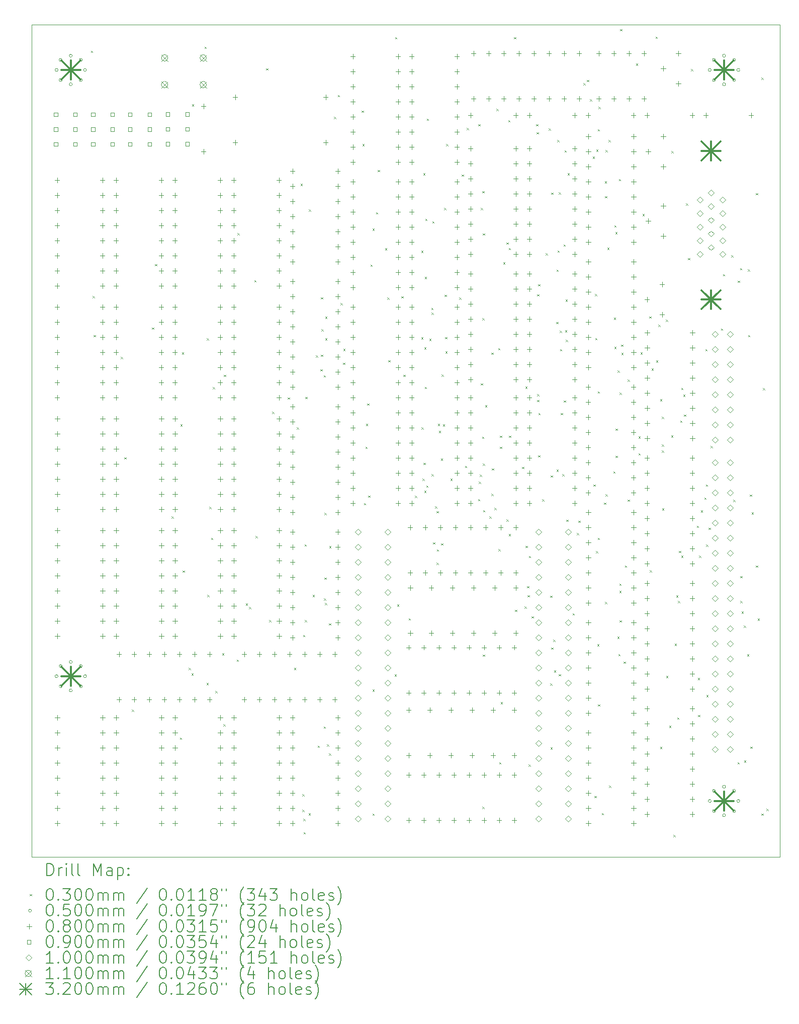
<source format=gbr>
%TF.GenerationSoftware,KiCad,Pcbnew,9.0.6*%
%TF.CreationDate,2025-12-26T02:04:44+08:00*%
%TF.ProjectId,vga_video_card,7667615f-7669-4646-956f-5f636172642e,rev?*%
%TF.SameCoordinates,Original*%
%TF.FileFunction,Drillmap*%
%TF.FilePolarity,Positive*%
%FSLAX45Y45*%
G04 Gerber Fmt 4.5, Leading zero omitted, Abs format (unit mm)*
G04 Created by KiCad (PCBNEW 9.0.6) date 2025-12-26 02:04:44*
%MOMM*%
%LPD*%
G01*
G04 APERTURE LIST*
%ADD10C,0.050000*%
%ADD11C,0.200000*%
%ADD12C,0.100000*%
%ADD13C,0.110000*%
%ADD14C,0.320000*%
G04 APERTURE END LIST*
D10*
X1729080Y-1498600D02*
X14329080Y-1498600D01*
X14329080Y-15498600D01*
X1729080Y-15498600D01*
X1729080Y-1498600D01*
D11*
D12*
X2725590Y-1934760D02*
X2755590Y-1964760D01*
X2755590Y-1934760D02*
X2725590Y-1964760D01*
X2757500Y-6064140D02*
X2787500Y-6094140D01*
X2787500Y-6064140D02*
X2757500Y-6094140D01*
X2774640Y-6718580D02*
X2804640Y-6748580D01*
X2804640Y-6718580D02*
X2774640Y-6748580D01*
X3229080Y-7085990D02*
X3259080Y-7115990D01*
X3259080Y-7085990D02*
X3229080Y-7115990D01*
X3288700Y-8777040D02*
X3318700Y-8807040D01*
X3318700Y-8777040D02*
X3288700Y-8807040D01*
X3417840Y-13024800D02*
X3447840Y-13054800D01*
X3447840Y-13024800D02*
X3417840Y-13054800D01*
X3756880Y-6593550D02*
X3786880Y-6623550D01*
X3786880Y-6593550D02*
X3756880Y-6623550D01*
X3807210Y-5525720D02*
X3837210Y-5555720D01*
X3837210Y-5525720D02*
X3807210Y-5555720D01*
X4086310Y-9772000D02*
X4116310Y-9802000D01*
X4116310Y-9772000D02*
X4086310Y-9802000D01*
X4223560Y-13494370D02*
X4253560Y-13524370D01*
X4253560Y-13494370D02*
X4223560Y-13524370D01*
X4233890Y-8220950D02*
X4263890Y-8250950D01*
X4263890Y-8220950D02*
X4233890Y-8250950D01*
X4258280Y-7011890D02*
X4288280Y-7041890D01*
X4288280Y-7011890D02*
X4258280Y-7041890D01*
X4270940Y-10682200D02*
X4300940Y-10712200D01*
X4300940Y-10682200D02*
X4270940Y-10712200D01*
X4371050Y-12319500D02*
X4401050Y-12349500D01*
X4401050Y-12319500D02*
X4371050Y-12349500D01*
X4420400Y-12412600D02*
X4450400Y-12442600D01*
X4450400Y-12412600D02*
X4420400Y-12442600D01*
X4429690Y-2835670D02*
X4459690Y-2865670D01*
X4459690Y-2835670D02*
X4429690Y-2865670D01*
X4639160Y-1869800D02*
X4669160Y-1899800D01*
X4669160Y-1869800D02*
X4639160Y-1899800D01*
X4674740Y-12576400D02*
X4704740Y-12606400D01*
X4704740Y-12576400D02*
X4674740Y-12606400D01*
X4676240Y-6775890D02*
X4706240Y-6805890D01*
X4706240Y-6775890D02*
X4676240Y-6805890D01*
X4684670Y-11094400D02*
X4714670Y-11124400D01*
X4714670Y-11094400D02*
X4684670Y-11124400D01*
X4721450Y-9612220D02*
X4751450Y-9642220D01*
X4751450Y-9612220D02*
X4721450Y-9642220D01*
X4751360Y-10130300D02*
X4781360Y-10160300D01*
X4781360Y-10130300D02*
X4751360Y-10160300D01*
X4779020Y-7595210D02*
X4809020Y-7625210D01*
X4809020Y-7595210D02*
X4779020Y-7625210D01*
X4819590Y-12711800D02*
X4849590Y-12741800D01*
X4849590Y-12711800D02*
X4819590Y-12741800D01*
X4938000Y-12075400D02*
X4968000Y-12105400D01*
X4968000Y-12075400D02*
X4938000Y-12105400D01*
X4958750Y-13269200D02*
X4988750Y-13299200D01*
X4988750Y-13269200D02*
X4958750Y-13299200D01*
X4965620Y-7387450D02*
X4995620Y-7417450D01*
X4995620Y-7387450D02*
X4965620Y-7417450D01*
X5181320Y-12181300D02*
X5211320Y-12211300D01*
X5211320Y-12181300D02*
X5181320Y-12211300D01*
X5194890Y-5004650D02*
X5224890Y-5034650D01*
X5224890Y-5004650D02*
X5194890Y-5034650D01*
X5334590Y-11236100D02*
X5364590Y-11266100D01*
X5364590Y-11236100D02*
X5334590Y-11266100D01*
X5388700Y-11297800D02*
X5418700Y-11327800D01*
X5418700Y-11297800D02*
X5388700Y-11327800D01*
X5477120Y-5798850D02*
X5507120Y-5828850D01*
X5507120Y-5798850D02*
X5477120Y-5828850D01*
X5498400Y-10101000D02*
X5528400Y-10131000D01*
X5528400Y-10101000D02*
X5498400Y-10131000D01*
X5677630Y-2232180D02*
X5707630Y-2262180D01*
X5707630Y-2232180D02*
X5677630Y-2262180D01*
X5729160Y-11516700D02*
X5759160Y-11546700D01*
X5759160Y-11516700D02*
X5729160Y-11546700D01*
X5777790Y-8012990D02*
X5807790Y-8042990D01*
X5807790Y-8012990D02*
X5777790Y-8042990D01*
X6041290Y-7770180D02*
X6071290Y-7800180D01*
X6071290Y-7770180D02*
X6041290Y-7800180D01*
X6148690Y-12320200D02*
X6178690Y-12350200D01*
X6178690Y-12320200D02*
X6148690Y-12350200D01*
X6193760Y-8271320D02*
X6223760Y-8301320D01*
X6223760Y-8271320D02*
X6193760Y-8301320D01*
X6255510Y-4177850D02*
X6285510Y-4207850D01*
X6285510Y-4177850D02*
X6255510Y-4207850D01*
X6288320Y-14443800D02*
X6318320Y-14473800D01*
X6318320Y-14443800D02*
X6288320Y-14473800D01*
X6288470Y-14707400D02*
X6318470Y-14737400D01*
X6318470Y-14707400D02*
X6288470Y-14737400D01*
X6300050Y-11764850D02*
X6330050Y-11794850D01*
X6330050Y-11764850D02*
X6300050Y-11794850D01*
X6304640Y-14862800D02*
X6334640Y-14892800D01*
X6334640Y-14862800D02*
X6304640Y-14892800D01*
X6308040Y-15085600D02*
X6338040Y-15115600D01*
X6338040Y-15085600D02*
X6308040Y-15115600D01*
X6322770Y-10242680D02*
X6352770Y-10272680D01*
X6352770Y-10242680D02*
X6322770Y-10272680D01*
X6330040Y-11517400D02*
X6360040Y-11547400D01*
X6360040Y-11517400D02*
X6330040Y-11547400D01*
X6338550Y-7760510D02*
X6368550Y-7790510D01*
X6368550Y-7760510D02*
X6338550Y-7790510D01*
X6392270Y-14768700D02*
X6422270Y-14798700D01*
X6422270Y-14768700D02*
X6392270Y-14798700D01*
X6398430Y-4605650D02*
X6428430Y-4635650D01*
X6428430Y-4605650D02*
X6398430Y-4635650D01*
X6462000Y-11093330D02*
X6492000Y-11123330D01*
X6492000Y-11093330D02*
X6462000Y-11123330D01*
X6513670Y-7060990D02*
X6543670Y-7090990D01*
X6543670Y-7060990D02*
X6513670Y-7090990D01*
X6544490Y-13628840D02*
X6574490Y-13658840D01*
X6574490Y-13628840D02*
X6544490Y-13658840D01*
X6593270Y-7296300D02*
X6623270Y-7326300D01*
X6623270Y-7296300D02*
X6593270Y-7326300D01*
X6599900Y-6086720D02*
X6629900Y-6116720D01*
X6629900Y-6086720D02*
X6599900Y-6116720D01*
X6602050Y-7051960D02*
X6632050Y-7081960D01*
X6632050Y-7051960D02*
X6602050Y-7081960D01*
X6610330Y-6621890D02*
X6640330Y-6651890D01*
X6640330Y-6621890D02*
X6610330Y-6651890D01*
X6645600Y-13306170D02*
X6675600Y-13336170D01*
X6675600Y-13306170D02*
X6645600Y-13336170D01*
X6645720Y-7397050D02*
X6675720Y-7427050D01*
X6675720Y-7397050D02*
X6645720Y-7427050D01*
X6648570Y-11150830D02*
X6678570Y-11180830D01*
X6678570Y-11150830D02*
X6648570Y-11180830D01*
X6658760Y-9713920D02*
X6688760Y-9743920D01*
X6688760Y-9713920D02*
X6658760Y-9743920D01*
X6659770Y-10799370D02*
X6689770Y-10829370D01*
X6689770Y-10799370D02*
X6659770Y-10829370D01*
X6667500Y-11228510D02*
X6697500Y-11258510D01*
X6697500Y-11228510D02*
X6667500Y-11258510D01*
X6670020Y-6412050D02*
X6700020Y-6442050D01*
X6700020Y-6412050D02*
X6670020Y-6442050D01*
X6673490Y-6776550D02*
X6703490Y-6806550D01*
X6703490Y-6776550D02*
X6673490Y-6806550D01*
X6700940Y-13606800D02*
X6730940Y-13636800D01*
X6730940Y-13606800D02*
X6700940Y-13636800D01*
X6735860Y-13757900D02*
X6765860Y-13787900D01*
X6765860Y-13757900D02*
X6735860Y-13787900D01*
X6736190Y-11571550D02*
X6766190Y-11601550D01*
X6766190Y-11571550D02*
X6736190Y-11601550D01*
X6740410Y-10272400D02*
X6770410Y-10302400D01*
X6770410Y-10272400D02*
X6740410Y-10302400D01*
X6821960Y-3051070D02*
X6851960Y-3081070D01*
X6851960Y-3051070D02*
X6821960Y-3081070D01*
X6882140Y-2680880D02*
X6912140Y-2710880D01*
X6912140Y-2680880D02*
X6882140Y-2710880D01*
X6932190Y-6182600D02*
X6962190Y-6212600D01*
X6962190Y-6182600D02*
X6932190Y-6212600D01*
X6972050Y-7184670D02*
X7002050Y-7214670D01*
X7002050Y-7184670D02*
X6972050Y-7214670D01*
X6977680Y-6952400D02*
X7007680Y-6982400D01*
X7007680Y-6952400D02*
X6977680Y-6982400D01*
X7284040Y-2943530D02*
X7314040Y-2973530D01*
X7314040Y-2943530D02*
X7284040Y-2973530D01*
X7298560Y-3505500D02*
X7328560Y-3535500D01*
X7328560Y-3505500D02*
X7298560Y-3535500D01*
X7324280Y-9549320D02*
X7354280Y-9579320D01*
X7354280Y-9549320D02*
X7324280Y-9579320D01*
X7347310Y-8597570D02*
X7377310Y-8627570D01*
X7377310Y-8597570D02*
X7347310Y-8627570D01*
X7358990Y-8213560D02*
X7388990Y-8243560D01*
X7388990Y-8213560D02*
X7358990Y-8243560D01*
X7380910Y-7872050D02*
X7410910Y-7902050D01*
X7410910Y-7872050D02*
X7380910Y-7902050D01*
X7397650Y-9419220D02*
X7427650Y-9449220D01*
X7427650Y-9419220D02*
X7397650Y-9449220D01*
X7431880Y-5534210D02*
X7461880Y-5564210D01*
X7461880Y-5534210D02*
X7431880Y-5564210D01*
X7466230Y-12685000D02*
X7496230Y-12715000D01*
X7496230Y-12685000D02*
X7466230Y-12715000D01*
X7466230Y-14773200D02*
X7496230Y-14803200D01*
X7496230Y-14773200D02*
X7466230Y-14803200D01*
X7469550Y-4929350D02*
X7499550Y-4959350D01*
X7499550Y-4929350D02*
X7469550Y-4959350D01*
X7526970Y-4653320D02*
X7556970Y-4683320D01*
X7556970Y-4653320D02*
X7526970Y-4683320D01*
X7556250Y-3944230D02*
X7586250Y-3974230D01*
X7586250Y-3944230D02*
X7556250Y-3974230D01*
X7679800Y-5261070D02*
X7709800Y-5291070D01*
X7709800Y-5261070D02*
X7679800Y-5291070D01*
X7718440Y-6089200D02*
X7748440Y-6119200D01*
X7748440Y-6089200D02*
X7718440Y-6119200D01*
X7732490Y-7142080D02*
X7762490Y-7172080D01*
X7762490Y-7142080D02*
X7732490Y-7172080D01*
X7839840Y-12431000D02*
X7869840Y-12461000D01*
X7869840Y-12431000D02*
X7839840Y-12461000D01*
X7849280Y-1706920D02*
X7879280Y-1736920D01*
X7879280Y-1706920D02*
X7849280Y-1736920D01*
X7881610Y-11253300D02*
X7911610Y-11283300D01*
X7911610Y-11253300D02*
X7881610Y-11283300D01*
X7954820Y-6066500D02*
X7984820Y-6096500D01*
X7984820Y-6066500D02*
X7954820Y-6096500D01*
X7986440Y-7388230D02*
X8016440Y-7418230D01*
X8016440Y-7388230D02*
X7986440Y-7418230D01*
X8076930Y-11487300D02*
X8106930Y-11517300D01*
X8106930Y-11487300D02*
X8076930Y-11517300D01*
X8184670Y-9425970D02*
X8214670Y-9455970D01*
X8214670Y-9425970D02*
X8184670Y-9455970D01*
X8288210Y-5300080D02*
X8318210Y-5330080D01*
X8318210Y-5300080D02*
X8288210Y-5330080D01*
X8289770Y-6755643D02*
X8319770Y-6785643D01*
X8319770Y-6755643D02*
X8289770Y-6785643D01*
X8293370Y-8275050D02*
X8323370Y-8305050D01*
X8323370Y-8275050D02*
X8293370Y-8305050D01*
X8311030Y-9138650D02*
X8341030Y-9168650D01*
X8341030Y-9138650D02*
X8311030Y-9168650D01*
X8323440Y-3997270D02*
X8353440Y-4027270D01*
X8353440Y-3997270D02*
X8323440Y-4027270D01*
X8328600Y-8869900D02*
X8358600Y-8899900D01*
X8358600Y-8869900D02*
X8328600Y-8899900D01*
X8337780Y-9340470D02*
X8367780Y-9370470D01*
X8367780Y-9340470D02*
X8337780Y-9370470D01*
X8338760Y-6927310D02*
X8368760Y-6957310D01*
X8368760Y-6927310D02*
X8338760Y-6957310D01*
X8348130Y-5741030D02*
X8378130Y-5771030D01*
X8378130Y-5741030D02*
X8348130Y-5771030D01*
X8349220Y-7591490D02*
X8379220Y-7621490D01*
X8379220Y-7591490D02*
X8349220Y-7621490D01*
X8358410Y-4765700D02*
X8388410Y-4795700D01*
X8388410Y-4765700D02*
X8358410Y-4795700D01*
X8372710Y-9252480D02*
X8402710Y-9282480D01*
X8402710Y-9252480D02*
X8372710Y-9282480D01*
X8380110Y-3078210D02*
X8410110Y-3108210D01*
X8410110Y-3078210D02*
X8380110Y-3108210D01*
X8425230Y-6783050D02*
X8455230Y-6813050D01*
X8455230Y-6783050D02*
X8425230Y-6813050D01*
X8456630Y-6261530D02*
X8486630Y-6291530D01*
X8486630Y-6261530D02*
X8456630Y-6291530D01*
X8462900Y-6342920D02*
X8492900Y-6372920D01*
X8492900Y-6342920D02*
X8462900Y-6372920D01*
X8464210Y-9060860D02*
X8494210Y-9090860D01*
X8494210Y-9060860D02*
X8464210Y-9090860D01*
X8473760Y-4805630D02*
X8503760Y-4835630D01*
X8503760Y-4805630D02*
X8473760Y-4835630D01*
X8486400Y-10208900D02*
X8516400Y-10238900D01*
X8516400Y-10208900D02*
X8486400Y-10238900D01*
X8523760Y-9603700D02*
X8553760Y-9633700D01*
X8553760Y-9603700D02*
X8523760Y-9633700D01*
X8546790Y-10550300D02*
X8576790Y-10580300D01*
X8576790Y-10550300D02*
X8546790Y-10580300D01*
X8547640Y-9684410D02*
X8577640Y-9714410D01*
X8577640Y-9684410D02*
X8547640Y-9714410D01*
X8551870Y-10324900D02*
X8581870Y-10354900D01*
X8581870Y-10324900D02*
X8551870Y-10354900D01*
X8567510Y-8215910D02*
X8597510Y-8245910D01*
X8597510Y-8215910D02*
X8567510Y-8245910D01*
X8583700Y-8331260D02*
X8613700Y-8361260D01*
X8613700Y-8331260D02*
X8583700Y-8361260D01*
X8617460Y-8799370D02*
X8647460Y-8829370D01*
X8647460Y-8799370D02*
X8617460Y-8829370D01*
X8622140Y-10226100D02*
X8652140Y-10256100D01*
X8652140Y-10226100D02*
X8622140Y-10256100D01*
X8630560Y-7382750D02*
X8660560Y-7412750D01*
X8660560Y-7382750D02*
X8630560Y-7412750D01*
X8654790Y-8221440D02*
X8684790Y-8251440D01*
X8684790Y-8221440D02*
X8654790Y-8251440D01*
X8674540Y-4581160D02*
X8704540Y-4611160D01*
X8704540Y-4581160D02*
X8674540Y-4611160D01*
X8683580Y-6043820D02*
X8713580Y-6073820D01*
X8713580Y-6043820D02*
X8683580Y-6073820D01*
X8689010Y-6754110D02*
X8719010Y-6784110D01*
X8719010Y-6754110D02*
X8689010Y-6784110D01*
X8696540Y-6995890D02*
X8726540Y-7025890D01*
X8726540Y-6995890D02*
X8696540Y-7025890D01*
X8707790Y-3505500D02*
X8737790Y-3535500D01*
X8737790Y-3505500D02*
X8707790Y-3535500D01*
X8779350Y-9134960D02*
X8809350Y-9164960D01*
X8809350Y-9134960D02*
X8779350Y-9164960D01*
X8927730Y-6089170D02*
X8957730Y-6119170D01*
X8957730Y-6089170D02*
X8927730Y-6119170D01*
X8971730Y-4018880D02*
X9001730Y-4048880D01*
X9001730Y-4018880D02*
X8971730Y-4048880D01*
X9025330Y-8919730D02*
X9055330Y-8949730D01*
X9055330Y-8919730D02*
X9025330Y-8949730D01*
X9056390Y-3233510D02*
X9086390Y-3263510D01*
X9086390Y-3233510D02*
X9056390Y-3263510D01*
X9247240Y-9480710D02*
X9277240Y-9510710D01*
X9277240Y-9480710D02*
X9247240Y-9510710D01*
X9248740Y-3171180D02*
X9278740Y-3201180D01*
X9278740Y-3171180D02*
X9248740Y-3201180D01*
X9259540Y-9187660D02*
X9289540Y-9217660D01*
X9289540Y-9187660D02*
X9259540Y-9217660D01*
X9276360Y-9068970D02*
X9306360Y-9098970D01*
X9306360Y-9068970D02*
X9276360Y-9098970D01*
X9293740Y-4582210D02*
X9323740Y-4612210D01*
X9323740Y-4582210D02*
X9293740Y-4612210D01*
X9293740Y-7532910D02*
X9323740Y-7562910D01*
X9323740Y-7532910D02*
X9293740Y-7562910D01*
X9313860Y-8430570D02*
X9343860Y-8460570D01*
X9343860Y-8430570D02*
X9313860Y-8460570D01*
X9315810Y-4298090D02*
X9345810Y-4328090D01*
X9345810Y-4298090D02*
X9315810Y-4328090D01*
X9316960Y-6436600D02*
X9346960Y-6466600D01*
X9346960Y-6436600D02*
X9316960Y-6466600D01*
X9318350Y-14659200D02*
X9348350Y-14689200D01*
X9348350Y-14659200D02*
X9318350Y-14689200D01*
X9324930Y-5010220D02*
X9354930Y-5040220D01*
X9354930Y-5010220D02*
X9324930Y-5040220D01*
X9325800Y-8881330D02*
X9355800Y-8911330D01*
X9355800Y-8881330D02*
X9325800Y-8911330D01*
X9326170Y-12098000D02*
X9356170Y-12128000D01*
X9356170Y-12098000D02*
X9326170Y-12128000D01*
X9329930Y-9667700D02*
X9359930Y-9697700D01*
X9359930Y-9667700D02*
X9329930Y-9697700D01*
X9362590Y-7902850D02*
X9392590Y-7932850D01*
X9392590Y-7902850D02*
X9362590Y-7932850D01*
X9437480Y-9772070D02*
X9467480Y-9802070D01*
X9467480Y-9772070D02*
X9437480Y-9802070D01*
X9468120Y-9392520D02*
X9498120Y-9422520D01*
X9498120Y-9392520D02*
X9468120Y-9422520D01*
X9469540Y-7017450D02*
X9499540Y-7047450D01*
X9499540Y-7017450D02*
X9469540Y-7047450D01*
X9478640Y-8965380D02*
X9508640Y-8995380D01*
X9508640Y-8965380D02*
X9478640Y-8995380D01*
X9521330Y-9628290D02*
X9551330Y-9658290D01*
X9551330Y-9628290D02*
X9521330Y-9658290D01*
X9556350Y-2914460D02*
X9586350Y-2944460D01*
X9586350Y-2914460D02*
X9556350Y-2944460D01*
X9583140Y-6939920D02*
X9613140Y-6969920D01*
X9613140Y-6939920D02*
X9583140Y-6969920D01*
X9588670Y-10321400D02*
X9618670Y-10351400D01*
X9618670Y-10321400D02*
X9588670Y-10351400D01*
X9601800Y-13907700D02*
X9631800Y-13937700D01*
X9631800Y-13907700D02*
X9601800Y-13937700D01*
X9614050Y-8599020D02*
X9644050Y-8629020D01*
X9644050Y-8599020D02*
X9614050Y-8629020D01*
X9614280Y-8411860D02*
X9644280Y-8441860D01*
X9644280Y-8411860D02*
X9614280Y-8441860D01*
X9625390Y-12897000D02*
X9655390Y-12927000D01*
X9655390Y-12897000D02*
X9625390Y-12927000D01*
X9668880Y-5495280D02*
X9698880Y-5525280D01*
X9698880Y-5495280D02*
X9668880Y-5525280D01*
X9724960Y-5162660D02*
X9754960Y-5192660D01*
X9754960Y-5162660D02*
X9724960Y-5192660D01*
X9725410Y-9824050D02*
X9755410Y-9854050D01*
X9755410Y-9824050D02*
X9725410Y-9854050D01*
X9751960Y-3106100D02*
X9781960Y-3136100D01*
X9781960Y-3106100D02*
X9751960Y-3136100D01*
X9761370Y-5253910D02*
X9791370Y-5283910D01*
X9791370Y-5253910D02*
X9761370Y-5283910D01*
X9761370Y-10067900D02*
X9791370Y-10097900D01*
X9791370Y-10067900D02*
X9761370Y-10097900D01*
X9767300Y-8414170D02*
X9797300Y-8444170D01*
X9797300Y-8414170D02*
X9767300Y-8444170D01*
X9851030Y-1706920D02*
X9881030Y-1736920D01*
X9881030Y-1706920D02*
X9851030Y-1736920D01*
X9867690Y-11343200D02*
X9897690Y-11373200D01*
X9897690Y-11343200D02*
X9867690Y-11373200D01*
X9987300Y-8939330D02*
X10017300Y-8969330D01*
X10017300Y-8939330D02*
X9987300Y-8969330D01*
X10026800Y-11288100D02*
X10056800Y-11318100D01*
X10056800Y-11288100D02*
X10026800Y-11318100D01*
X10040500Y-7589210D02*
X10070500Y-7619210D01*
X10070500Y-7589210D02*
X10040500Y-7619210D01*
X10046400Y-10265500D02*
X10076400Y-10295500D01*
X10076400Y-10265500D02*
X10046400Y-10295500D01*
X10073400Y-10945800D02*
X10103400Y-10975800D01*
X10103400Y-10945800D02*
X10073400Y-10975800D01*
X10081400Y-11098000D02*
X10111400Y-11128000D01*
X10111400Y-11098000D02*
X10081400Y-11128000D01*
X10095700Y-13947800D02*
X10125700Y-13977800D01*
X10125700Y-13947800D02*
X10095700Y-13977800D01*
X10102300Y-10435100D02*
X10132300Y-10465100D01*
X10132300Y-10435100D02*
X10102300Y-10465100D01*
X10145200Y-11454000D02*
X10175200Y-11484000D01*
X10175200Y-11454000D02*
X10145200Y-11484000D01*
X10225700Y-3172150D02*
X10255700Y-3202150D01*
X10255700Y-3172150D02*
X10225700Y-3202150D01*
X10233200Y-3307340D02*
X10263200Y-3337340D01*
X10263200Y-3307340D02*
X10233200Y-3337340D01*
X10238500Y-7812890D02*
X10268500Y-7842890D01*
X10268500Y-7812890D02*
X10238500Y-7842890D01*
X10239200Y-6034240D02*
X10269200Y-6064240D01*
X10269200Y-6034240D02*
X10239200Y-6064240D01*
X10240200Y-7715430D02*
X10270200Y-7745430D01*
X10270200Y-7715430D02*
X10240200Y-7745430D01*
X10256100Y-5865430D02*
X10286100Y-5895430D01*
X10286100Y-5865430D02*
X10256100Y-5895430D01*
X10259700Y-8742260D02*
X10289700Y-8772260D01*
X10289700Y-8742260D02*
X10259700Y-8772260D01*
X10261000Y-8031450D02*
X10291000Y-8061450D01*
X10291000Y-8031450D02*
X10261000Y-8061450D01*
X10326600Y-9484210D02*
X10356600Y-9514210D01*
X10356600Y-9484210D02*
X10326600Y-9514210D01*
X10386200Y-5342920D02*
X10416200Y-5372920D01*
X10416200Y-5342920D02*
X10386200Y-5372920D01*
X10434000Y-3245790D02*
X10464000Y-3275790D01*
X10464000Y-3245790D02*
X10434000Y-3275790D01*
X10461000Y-11104400D02*
X10491000Y-11134400D01*
X10491000Y-11104400D02*
X10461000Y-11134400D01*
X10462800Y-12584000D02*
X10492800Y-12614000D01*
X10492800Y-12584000D02*
X10462800Y-12614000D01*
X10463900Y-13656600D02*
X10493900Y-13686600D01*
X10493900Y-13656600D02*
X10463900Y-13686600D01*
X10467000Y-9083530D02*
X10497000Y-9113530D01*
X10497000Y-9083530D02*
X10467000Y-9113530D01*
X10475600Y-4324160D02*
X10505600Y-4354160D01*
X10505600Y-4324160D02*
X10475600Y-4354160D01*
X10479700Y-11978400D02*
X10509700Y-12008400D01*
X10509700Y-11978400D02*
X10479700Y-12008400D01*
X10511600Y-11846800D02*
X10541600Y-11876800D01*
X10541600Y-11846800D02*
X10511600Y-11876800D01*
X10524800Y-12363200D02*
X10554800Y-12393200D01*
X10554800Y-12363200D02*
X10524800Y-12393200D01*
X10563100Y-6501350D02*
X10593100Y-6531350D01*
X10593100Y-6501350D02*
X10563100Y-6531350D01*
X10565600Y-5618720D02*
X10595600Y-5648720D01*
X10595600Y-5618720D02*
X10565600Y-5648720D01*
X10567100Y-8986120D02*
X10597100Y-9016120D01*
X10597100Y-8986120D02*
X10567100Y-9016120D01*
X10578800Y-3440200D02*
X10608800Y-3470200D01*
X10608800Y-3440200D02*
X10578800Y-3470200D01*
X10584800Y-5296560D02*
X10614800Y-5326560D01*
X10614800Y-5296560D02*
X10584800Y-5326560D01*
X10606700Y-12425000D02*
X10636700Y-12455000D01*
X10636700Y-12425000D02*
X10606700Y-12455000D01*
X10606800Y-4319520D02*
X10636800Y-4349520D01*
X10636800Y-4319520D02*
X10606800Y-4349520D01*
X10620200Y-6647300D02*
X10650200Y-6677300D01*
X10650200Y-6647300D02*
X10620200Y-6677300D01*
X10627600Y-6955630D02*
X10657600Y-6985630D01*
X10657600Y-6955630D02*
X10627600Y-6985630D01*
X10639900Y-8032650D02*
X10669900Y-8062650D01*
X10669900Y-8032650D02*
X10639900Y-8062650D01*
X10666100Y-9060020D02*
X10696100Y-9090020D01*
X10696100Y-9060020D02*
X10666100Y-9090020D01*
X10683300Y-5196080D02*
X10713300Y-5226080D01*
X10713300Y-5196080D02*
X10683300Y-5226080D01*
X10689300Y-7820620D02*
X10719300Y-7850620D01*
X10719300Y-7820620D02*
X10689300Y-7850620D01*
X10703800Y-3612120D02*
X10733800Y-3642120D01*
X10733800Y-3612120D02*
X10703800Y-3642120D01*
X10710600Y-6638530D02*
X10740600Y-6668530D01*
X10740600Y-6638530D02*
X10710600Y-6668530D01*
X10719100Y-6122050D02*
X10749100Y-6152050D01*
X10749100Y-6122050D02*
X10719100Y-6152050D01*
X10722300Y-6801410D02*
X10752300Y-6831410D01*
X10752300Y-6801410D02*
X10722300Y-6831410D01*
X10729300Y-9825500D02*
X10759300Y-9855500D01*
X10759300Y-9825500D02*
X10729300Y-9855500D01*
X10752400Y-3996600D02*
X10782400Y-4026600D01*
X10782400Y-3996600D02*
X10752400Y-4026600D01*
X10838200Y-11403700D02*
X10868200Y-11433700D01*
X10868200Y-11403700D02*
X10838200Y-11433700D01*
X10909400Y-10051000D02*
X10939400Y-10081000D01*
X10939400Y-10051000D02*
X10909400Y-10081000D01*
X10935800Y-9845370D02*
X10965800Y-9875370D01*
X10965800Y-9845370D02*
X10935800Y-9875370D01*
X11021100Y-2480290D02*
X11051100Y-2510290D01*
X11051100Y-2480290D02*
X11021100Y-2510290D01*
X11078200Y-2425780D02*
X11108200Y-2455780D01*
X11108200Y-2425780D02*
X11078200Y-2455780D01*
X11131600Y-2754710D02*
X11161600Y-2784710D01*
X11161600Y-2754710D02*
X11131600Y-2784710D01*
X11176000Y-3717340D02*
X11206000Y-3747340D01*
X11206000Y-3717340D02*
X11176000Y-3747340D01*
X11190400Y-9233240D02*
X11220400Y-9263240D01*
X11220400Y-9233240D02*
X11190400Y-9263240D01*
X11207000Y-14475000D02*
X11237000Y-14505000D01*
X11237000Y-14475000D02*
X11207000Y-14505000D01*
X11213300Y-6031890D02*
X11243300Y-6061890D01*
X11243300Y-6031890D02*
X11213300Y-6061890D01*
X11216600Y-6771820D02*
X11246600Y-6801820D01*
X11246600Y-6771820D02*
X11216600Y-6801820D01*
X11232700Y-10354500D02*
X11262700Y-10384500D01*
X11262700Y-10354500D02*
X11232700Y-10384500D01*
X11237200Y-3601960D02*
X11267200Y-3631960D01*
X11267200Y-3601960D02*
X11237200Y-3631960D01*
X11251500Y-11923000D02*
X11281500Y-11953000D01*
X11281500Y-11923000D02*
X11251500Y-11953000D01*
X11258900Y-7668920D02*
X11288900Y-7698920D01*
X11288900Y-7668920D02*
X11258900Y-7698920D01*
X11261300Y-3256520D02*
X11291300Y-3286520D01*
X11291300Y-3256520D02*
X11261300Y-3286520D01*
X11262000Y-10130100D02*
X11292000Y-10160100D01*
X11292000Y-10130100D02*
X11262000Y-10160100D01*
X11266600Y-12933200D02*
X11296600Y-12963200D01*
X11296600Y-12933200D02*
X11266600Y-12963200D01*
X11271600Y-2879130D02*
X11301600Y-2909130D01*
X11301600Y-2879130D02*
X11271600Y-2909130D01*
X11330000Y-14761700D02*
X11360000Y-14791700D01*
X11360000Y-14761700D02*
X11330000Y-14791700D01*
X11365000Y-9541160D02*
X11395000Y-9571160D01*
X11395000Y-9541160D02*
X11365000Y-9571160D01*
X11378800Y-4135280D02*
X11408800Y-4165280D01*
X11408800Y-4135280D02*
X11378800Y-4165280D01*
X11381500Y-4383860D02*
X11411500Y-4413860D01*
X11411500Y-4383860D02*
X11381500Y-4413860D01*
X11383600Y-11210300D02*
X11413600Y-11240300D01*
X11413600Y-11210300D02*
X11383600Y-11240300D01*
X11391100Y-3608590D02*
X11421100Y-3638590D01*
X11421100Y-3608590D02*
X11391100Y-3638590D01*
X11394000Y-9397640D02*
X11424000Y-9427640D01*
X11424000Y-9397640D02*
X11394000Y-9427640D01*
X11422900Y-5251080D02*
X11452900Y-5281080D01*
X11452900Y-5251080D02*
X11422900Y-5281080D01*
X11444800Y-3439080D02*
X11474800Y-3469080D01*
X11474800Y-3439080D02*
X11444800Y-3469080D01*
X11450000Y-14300800D02*
X11480000Y-14330800D01*
X11480000Y-14300800D02*
X11450000Y-14330800D01*
X11521700Y-9015510D02*
X11551700Y-9045510D01*
X11551700Y-9015510D02*
X11521700Y-9045510D01*
X11530000Y-6427010D02*
X11560000Y-6457010D01*
X11560000Y-6427010D02*
X11530000Y-6457010D01*
X11538400Y-6917310D02*
X11568400Y-6947310D01*
X11568400Y-6917310D02*
X11538400Y-6947310D01*
X11539400Y-4872260D02*
X11569400Y-4902260D01*
X11569400Y-4872260D02*
X11539400Y-4902260D01*
X11557100Y-4989110D02*
X11587100Y-5019110D01*
X11587100Y-4989110D02*
X11557100Y-5019110D01*
X11563100Y-8296310D02*
X11593100Y-8326310D01*
X11593100Y-8296310D02*
X11563100Y-8326310D01*
X11563100Y-8749930D02*
X11593100Y-8779930D01*
X11593100Y-8749930D02*
X11563100Y-8779930D01*
X11592800Y-11796000D02*
X11622800Y-11826000D01*
X11622800Y-11796000D02*
X11592800Y-11826000D01*
X11596700Y-7318310D02*
X11626700Y-7348310D01*
X11626700Y-7318310D02*
X11596700Y-7348310D01*
X11609300Y-12088600D02*
X11639300Y-12118600D01*
X11639300Y-12088600D02*
X11609300Y-12118600D01*
X11616600Y-4095900D02*
X11646600Y-4125900D01*
X11646600Y-4095900D02*
X11616600Y-4125900D01*
X11623300Y-10901900D02*
X11653300Y-10931900D01*
X11653300Y-10901900D02*
X11623300Y-10931900D01*
X11623300Y-11023800D02*
X11653300Y-11053800D01*
X11653300Y-11023800D02*
X11623300Y-11053800D01*
X11627000Y-7689680D02*
X11657000Y-7719680D01*
X11657000Y-7689680D02*
X11627000Y-7719680D01*
X11630800Y-11520400D02*
X11660800Y-11550400D01*
X11660800Y-11520400D02*
X11630800Y-11550400D01*
X11639600Y-1570220D02*
X11669600Y-1600220D01*
X11669600Y-1570220D02*
X11639600Y-1600220D01*
X11655200Y-6879120D02*
X11685200Y-6909120D01*
X11685200Y-6879120D02*
X11655200Y-6909120D01*
X11659900Y-7020310D02*
X11689900Y-7050310D01*
X11689900Y-7020310D02*
X11659900Y-7050310D01*
X11695800Y-12213000D02*
X11725800Y-12243000D01*
X11725800Y-12213000D02*
X11695800Y-12243000D01*
X11716900Y-10598200D02*
X11746900Y-10628200D01*
X11746900Y-10598200D02*
X11716900Y-10628200D01*
X11764800Y-9488460D02*
X11794800Y-9518460D01*
X11794800Y-9488460D02*
X11764800Y-9518460D01*
X11766400Y-7470560D02*
X11796400Y-7500560D01*
X11796400Y-7470560D02*
X11766400Y-7500560D01*
X11902300Y-2152850D02*
X11932300Y-2182850D01*
X11932300Y-2152850D02*
X11902300Y-2182850D01*
X11946400Y-8710750D02*
X11976400Y-8740750D01*
X11976400Y-8710750D02*
X11946400Y-8740750D01*
X11947900Y-8427230D02*
X11977900Y-8457230D01*
X11977900Y-8427230D02*
X11947900Y-8457230D01*
X11979200Y-7009790D02*
X12009200Y-7039790D01*
X12009200Y-7009790D02*
X11979200Y-7039790D01*
X12014100Y-4685380D02*
X12044100Y-4715380D01*
X12044100Y-4685380D02*
X12014100Y-4715380D01*
X12126600Y-6407380D02*
X12156600Y-6437380D01*
X12156600Y-6407380D02*
X12126600Y-6437380D01*
X12135200Y-10677400D02*
X12165200Y-10707400D01*
X12165200Y-10677400D02*
X12135200Y-10707400D01*
X12166000Y-7282790D02*
X12196000Y-7312790D01*
X12196000Y-7282790D02*
X12166000Y-7312790D01*
X12235800Y-1700940D02*
X12265800Y-1730940D01*
X12265800Y-1700940D02*
X12235800Y-1730940D01*
X12241600Y-7146970D02*
X12271600Y-7176970D01*
X12271600Y-7146970D02*
X12241600Y-7176970D01*
X12278900Y-6546190D02*
X12308900Y-6576190D01*
X12308900Y-6546190D02*
X12278900Y-6576190D01*
X12309000Y-7799830D02*
X12339000Y-7829830D01*
X12339000Y-7799830D02*
X12309000Y-7829830D01*
X12312300Y-13651400D02*
X12342300Y-13681400D01*
X12342300Y-13651400D02*
X12312300Y-13681400D01*
X12340200Y-8096860D02*
X12370200Y-8126860D01*
X12370200Y-8096860D02*
X12340200Y-8126860D01*
X12340200Y-8664540D02*
X12370200Y-8694540D01*
X12370200Y-8664540D02*
X12340200Y-8694540D01*
X12341400Y-8559470D02*
X12371400Y-8589470D01*
X12371400Y-8559470D02*
X12341400Y-8589470D01*
X12343100Y-9636710D02*
X12373100Y-9666710D01*
X12373100Y-9636710D02*
X12343100Y-9666710D01*
X12407300Y-6459600D02*
X12437300Y-6489600D01*
X12437300Y-6459600D02*
X12407300Y-6489600D01*
X12413400Y-12457800D02*
X12443400Y-12487800D01*
X12443400Y-12457800D02*
X12413400Y-12487800D01*
X12461100Y-13293800D02*
X12491100Y-13323800D01*
X12491100Y-13293800D02*
X12461100Y-13323800D01*
X12497300Y-8410310D02*
X12527300Y-8440310D01*
X12527300Y-8410310D02*
X12497300Y-8440310D01*
X12502800Y-3624490D02*
X12532800Y-3654490D01*
X12532800Y-3624490D02*
X12502800Y-3654490D01*
X12533900Y-15129700D02*
X12563900Y-15159700D01*
X12563900Y-15129700D02*
X12533900Y-15159700D01*
X12556900Y-11913900D02*
X12586900Y-11943900D01*
X12586900Y-11913900D02*
X12556900Y-11943900D01*
X12582900Y-11099900D02*
X12612900Y-11129900D01*
X12612900Y-11099900D02*
X12582900Y-11129900D01*
X12600000Y-13156100D02*
X12630000Y-13186100D01*
X12630000Y-13156100D02*
X12600000Y-13186100D01*
X12612400Y-11193400D02*
X12642400Y-11223400D01*
X12642400Y-11193400D02*
X12612400Y-11223400D01*
X12626800Y-10350300D02*
X12656800Y-10380300D01*
X12656800Y-10350300D02*
X12626800Y-10380300D01*
X12648000Y-8158610D02*
X12678000Y-8188610D01*
X12678000Y-8158610D02*
X12648000Y-8188610D01*
X12664700Y-7610080D02*
X12694700Y-7640080D01*
X12694700Y-7610080D02*
X12664700Y-7640080D01*
X12666000Y-10432000D02*
X12696000Y-10462000D01*
X12696000Y-10432000D02*
X12666000Y-10462000D01*
X12698700Y-7721840D02*
X12728700Y-7751840D01*
X12728700Y-7721840D02*
X12698700Y-7751840D01*
X12710600Y-8058030D02*
X12740600Y-8088030D01*
X12740600Y-8058030D02*
X12710600Y-8088030D01*
X12746300Y-4503980D02*
X12776300Y-4533980D01*
X12776300Y-4503980D02*
X12746300Y-4533980D01*
X12778700Y-5423170D02*
X12808700Y-5453170D01*
X12808700Y-5423170D02*
X12778700Y-5453170D01*
X12832000Y-2244650D02*
X12862000Y-2274650D01*
X12862000Y-2244650D02*
X12832000Y-2274650D01*
X12926800Y-9927180D02*
X12956800Y-9957180D01*
X12956800Y-9927180D02*
X12926800Y-9957180D01*
X12944600Y-12487800D02*
X12974600Y-12517800D01*
X12974600Y-12487800D02*
X12944600Y-12517800D01*
X12950900Y-13113000D02*
X12980900Y-13143000D01*
X12980900Y-13113000D02*
X12950900Y-13143000D01*
X12965100Y-10432000D02*
X12995100Y-10462000D01*
X12995100Y-10432000D02*
X12965100Y-10462000D01*
X12994600Y-9671140D02*
X13024600Y-9701140D01*
X13024600Y-9671140D02*
X12994600Y-9701140D01*
X13055900Y-9456320D02*
X13085900Y-9486320D01*
X13085900Y-9456320D02*
X13055900Y-9486320D01*
X13074000Y-6957660D02*
X13104000Y-6987660D01*
X13104000Y-6957660D02*
X13074000Y-6987660D01*
X13079600Y-9232710D02*
X13109600Y-9262710D01*
X13109600Y-9232710D02*
X13079600Y-9262710D01*
X13087100Y-10244700D02*
X13117100Y-10274700D01*
X13117100Y-10244700D02*
X13087100Y-10274700D01*
X13087800Y-12777400D02*
X13117800Y-12807400D01*
X13117800Y-12777400D02*
X13087800Y-12807400D01*
X13128500Y-9963720D02*
X13158500Y-9993720D01*
X13158500Y-9963720D02*
X13128500Y-9993720D01*
X13160900Y-8587970D02*
X13190900Y-8617970D01*
X13190900Y-8587970D02*
X13160900Y-8617970D01*
X13336300Y-6609670D02*
X13366300Y-6639670D01*
X13366300Y-6609670D02*
X13336300Y-6639670D01*
X13370800Y-5697150D02*
X13400800Y-5727150D01*
X13400800Y-5697150D02*
X13370800Y-5727150D01*
X13510800Y-5377170D02*
X13540800Y-5407170D01*
X13540800Y-5377170D02*
X13510800Y-5407170D01*
X13544400Y-9494940D02*
X13574400Y-9524940D01*
X13574400Y-9494940D02*
X13544400Y-9524940D01*
X13616300Y-13906400D02*
X13646300Y-13936400D01*
X13646300Y-13906400D02*
X13616300Y-13936400D01*
X13619100Y-5805400D02*
X13649100Y-5835400D01*
X13649100Y-5805400D02*
X13619100Y-5835400D01*
X13656200Y-5592960D02*
X13686200Y-5622960D01*
X13686200Y-5592960D02*
X13656200Y-5622960D01*
X13661600Y-10776400D02*
X13691600Y-10806400D01*
X13691600Y-10776400D02*
X13661600Y-10806400D01*
X13661600Y-11193600D02*
X13691600Y-11223600D01*
X13691600Y-11193600D02*
X13661600Y-11223600D01*
X13680400Y-11372000D02*
X13710400Y-11402000D01*
X13710400Y-11372000D02*
X13680400Y-11402000D01*
X13721700Y-11609200D02*
X13751700Y-11639200D01*
X13751700Y-11609200D02*
X13721700Y-11639200D01*
X13726300Y-13878400D02*
X13756300Y-13908400D01*
X13756300Y-13878400D02*
X13726300Y-13908400D01*
X13777000Y-12091900D02*
X13807000Y-12121900D01*
X13807000Y-12091900D02*
X13777000Y-12121900D01*
X13787800Y-5613990D02*
X13817800Y-5643990D01*
X13817800Y-5613990D02*
X13787800Y-5643990D01*
X13793400Y-6719150D02*
X13823400Y-6749150D01*
X13823400Y-6719150D02*
X13793400Y-6749150D01*
X13822900Y-9403850D02*
X13852900Y-9433850D01*
X13852900Y-9403850D02*
X13822900Y-9433850D01*
X13830600Y-13644400D02*
X13860600Y-13674400D01*
X13860600Y-13644400D02*
X13830600Y-13674400D01*
X13851700Y-9702150D02*
X13881700Y-9732150D01*
X13881700Y-9702150D02*
X13851700Y-9732150D01*
X13922300Y-10597000D02*
X13952300Y-10627000D01*
X13952300Y-10597000D02*
X13922300Y-10627000D01*
X13922700Y-4332750D02*
X13952700Y-4362750D01*
X13952700Y-4332750D02*
X13922700Y-4362750D01*
X13953800Y-11492000D02*
X13983800Y-11522000D01*
X13983800Y-11492000D02*
X13953800Y-11522000D01*
X14018800Y-2391050D02*
X14048800Y-2421050D01*
X14048800Y-2391050D02*
X14018800Y-2421050D01*
X14018800Y-14773200D02*
X14048800Y-14803200D01*
X14048800Y-14773200D02*
X14018800Y-14803200D01*
X14043800Y-7614080D02*
X14073800Y-7644080D01*
X14073800Y-7614080D02*
X14043800Y-7644080D01*
X14099000Y-14690300D02*
X14129000Y-14720300D01*
X14129000Y-14690300D02*
X14099000Y-14720300D01*
X2172600Y-2260600D02*
G75*
G02*
X2122600Y-2260600I-25000J0D01*
G01*
X2122600Y-2260600D02*
G75*
G02*
X2172600Y-2260600I25000J0D01*
G01*
X2172600Y-12460600D02*
G75*
G02*
X2122600Y-12460600I-25000J0D01*
G01*
X2122600Y-12460600D02*
G75*
G02*
X2172600Y-12460600I25000J0D01*
G01*
X2242894Y-2090894D02*
G75*
G02*
X2192894Y-2090894I-25000J0D01*
G01*
X2192894Y-2090894D02*
G75*
G02*
X2242894Y-2090894I25000J0D01*
G01*
X2242894Y-2430306D02*
G75*
G02*
X2192894Y-2430306I-25000J0D01*
G01*
X2192894Y-2430306D02*
G75*
G02*
X2242894Y-2430306I25000J0D01*
G01*
X2242894Y-12290894D02*
G75*
G02*
X2192894Y-12290894I-25000J0D01*
G01*
X2192894Y-12290894D02*
G75*
G02*
X2242894Y-12290894I25000J0D01*
G01*
X2242894Y-12630306D02*
G75*
G02*
X2192894Y-12630306I-25000J0D01*
G01*
X2192894Y-12630306D02*
G75*
G02*
X2242894Y-12630306I25000J0D01*
G01*
X2412600Y-2020600D02*
G75*
G02*
X2362600Y-2020600I-25000J0D01*
G01*
X2362600Y-2020600D02*
G75*
G02*
X2412600Y-2020600I25000J0D01*
G01*
X2412600Y-2500600D02*
G75*
G02*
X2362600Y-2500600I-25000J0D01*
G01*
X2362600Y-2500600D02*
G75*
G02*
X2412600Y-2500600I25000J0D01*
G01*
X2412600Y-12220600D02*
G75*
G02*
X2362600Y-12220600I-25000J0D01*
G01*
X2362600Y-12220600D02*
G75*
G02*
X2412600Y-12220600I25000J0D01*
G01*
X2412600Y-12700600D02*
G75*
G02*
X2362600Y-12700600I-25000J0D01*
G01*
X2362600Y-12700600D02*
G75*
G02*
X2412600Y-12700600I25000J0D01*
G01*
X2582306Y-2090894D02*
G75*
G02*
X2532306Y-2090894I-25000J0D01*
G01*
X2532306Y-2090894D02*
G75*
G02*
X2582306Y-2090894I25000J0D01*
G01*
X2582306Y-2430306D02*
G75*
G02*
X2532306Y-2430306I-25000J0D01*
G01*
X2532306Y-2430306D02*
G75*
G02*
X2582306Y-2430306I25000J0D01*
G01*
X2582306Y-12290894D02*
G75*
G02*
X2532306Y-12290894I-25000J0D01*
G01*
X2532306Y-12290894D02*
G75*
G02*
X2582306Y-12290894I25000J0D01*
G01*
X2582306Y-12630306D02*
G75*
G02*
X2532306Y-12630306I-25000J0D01*
G01*
X2532306Y-12630306D02*
G75*
G02*
X2582306Y-12630306I25000J0D01*
G01*
X2652600Y-2260600D02*
G75*
G02*
X2602600Y-2260600I-25000J0D01*
G01*
X2602600Y-2260600D02*
G75*
G02*
X2652600Y-2260600I25000J0D01*
G01*
X2652600Y-12460600D02*
G75*
G02*
X2602600Y-12460600I-25000J0D01*
G01*
X2602600Y-12460600D02*
G75*
G02*
X2652600Y-12460600I25000J0D01*
G01*
X13172600Y-2260600D02*
G75*
G02*
X13122600Y-2260600I-25000J0D01*
G01*
X13122600Y-2260600D02*
G75*
G02*
X13172600Y-2260600I25000J0D01*
G01*
X13172600Y-14560600D02*
G75*
G02*
X13122600Y-14560600I-25000J0D01*
G01*
X13122600Y-14560600D02*
G75*
G02*
X13172600Y-14560600I25000J0D01*
G01*
X13242894Y-2090894D02*
G75*
G02*
X13192894Y-2090894I-25000J0D01*
G01*
X13192894Y-2090894D02*
G75*
G02*
X13242894Y-2090894I25000J0D01*
G01*
X13242894Y-2430306D02*
G75*
G02*
X13192894Y-2430306I-25000J0D01*
G01*
X13192894Y-2430306D02*
G75*
G02*
X13242894Y-2430306I25000J0D01*
G01*
X13242894Y-14390894D02*
G75*
G02*
X13192894Y-14390894I-25000J0D01*
G01*
X13192894Y-14390894D02*
G75*
G02*
X13242894Y-14390894I25000J0D01*
G01*
X13242894Y-14730306D02*
G75*
G02*
X13192894Y-14730306I-25000J0D01*
G01*
X13192894Y-14730306D02*
G75*
G02*
X13242894Y-14730306I25000J0D01*
G01*
X13412600Y-2020600D02*
G75*
G02*
X13362600Y-2020600I-25000J0D01*
G01*
X13362600Y-2020600D02*
G75*
G02*
X13412600Y-2020600I25000J0D01*
G01*
X13412600Y-2500600D02*
G75*
G02*
X13362600Y-2500600I-25000J0D01*
G01*
X13362600Y-2500600D02*
G75*
G02*
X13412600Y-2500600I25000J0D01*
G01*
X13412600Y-14320600D02*
G75*
G02*
X13362600Y-14320600I-25000J0D01*
G01*
X13362600Y-14320600D02*
G75*
G02*
X13412600Y-14320600I25000J0D01*
G01*
X13412600Y-14800600D02*
G75*
G02*
X13362600Y-14800600I-25000J0D01*
G01*
X13362600Y-14800600D02*
G75*
G02*
X13412600Y-14800600I25000J0D01*
G01*
X13582306Y-2090894D02*
G75*
G02*
X13532306Y-2090894I-25000J0D01*
G01*
X13532306Y-2090894D02*
G75*
G02*
X13582306Y-2090894I25000J0D01*
G01*
X13582306Y-2430306D02*
G75*
G02*
X13532306Y-2430306I-25000J0D01*
G01*
X13532306Y-2430306D02*
G75*
G02*
X13582306Y-2430306I25000J0D01*
G01*
X13582306Y-14390894D02*
G75*
G02*
X13532306Y-14390894I-25000J0D01*
G01*
X13532306Y-14390894D02*
G75*
G02*
X13582306Y-14390894I25000J0D01*
G01*
X13582306Y-14730306D02*
G75*
G02*
X13532306Y-14730306I-25000J0D01*
G01*
X13532306Y-14730306D02*
G75*
G02*
X13582306Y-14730306I25000J0D01*
G01*
X13652600Y-2260600D02*
G75*
G02*
X13602600Y-2260600I-25000J0D01*
G01*
X13602600Y-2260600D02*
G75*
G02*
X13652600Y-2260600I25000J0D01*
G01*
X13652600Y-14560600D02*
G75*
G02*
X13602600Y-14560600I-25000J0D01*
G01*
X13602600Y-14560600D02*
G75*
G02*
X13652600Y-14560600I25000J0D01*
G01*
X2159000Y-4074800D02*
X2159000Y-4154800D01*
X2119000Y-4114800D02*
X2199000Y-4114800D01*
X2159000Y-4328800D02*
X2159000Y-4408800D01*
X2119000Y-4368800D02*
X2199000Y-4368800D01*
X2159000Y-4582800D02*
X2159000Y-4662800D01*
X2119000Y-4622800D02*
X2199000Y-4622800D01*
X2159000Y-4836800D02*
X2159000Y-4916800D01*
X2119000Y-4876800D02*
X2199000Y-4876800D01*
X2159000Y-5090800D02*
X2159000Y-5170800D01*
X2119000Y-5130800D02*
X2199000Y-5130800D01*
X2159000Y-5344800D02*
X2159000Y-5424800D01*
X2119000Y-5384800D02*
X2199000Y-5384800D01*
X2159000Y-5598800D02*
X2159000Y-5678800D01*
X2119000Y-5638800D02*
X2199000Y-5638800D01*
X2159000Y-5852800D02*
X2159000Y-5932800D01*
X2119000Y-5892800D02*
X2199000Y-5892800D01*
X2159000Y-6208400D02*
X2159000Y-6288400D01*
X2119000Y-6248400D02*
X2199000Y-6248400D01*
X2159000Y-6462400D02*
X2159000Y-6542400D01*
X2119000Y-6502400D02*
X2199000Y-6502400D01*
X2159000Y-6716400D02*
X2159000Y-6796400D01*
X2119000Y-6756400D02*
X2199000Y-6756400D01*
X2159000Y-6970400D02*
X2159000Y-7050400D01*
X2119000Y-7010400D02*
X2199000Y-7010400D01*
X2159000Y-7224400D02*
X2159000Y-7304400D01*
X2119000Y-7264400D02*
X2199000Y-7264400D01*
X2159000Y-7478400D02*
X2159000Y-7558400D01*
X2119000Y-7518400D02*
X2199000Y-7518400D01*
X2159000Y-7732400D02*
X2159000Y-7812400D01*
X2119000Y-7772400D02*
X2199000Y-7772400D01*
X2159500Y-8088000D02*
X2159500Y-8168000D01*
X2119500Y-8128000D02*
X2199500Y-8128000D01*
X2159500Y-8342000D02*
X2159500Y-8422000D01*
X2119500Y-8382000D02*
X2199500Y-8382000D01*
X2159500Y-8596000D02*
X2159500Y-8676000D01*
X2119500Y-8636000D02*
X2199500Y-8636000D01*
X2159500Y-8850000D02*
X2159500Y-8930000D01*
X2119500Y-8890000D02*
X2199500Y-8890000D01*
X2159500Y-9104000D02*
X2159500Y-9184000D01*
X2119500Y-9144000D02*
X2199500Y-9144000D01*
X2159500Y-9358000D02*
X2159500Y-9438000D01*
X2119500Y-9398000D02*
X2199500Y-9398000D01*
X2159500Y-9612000D02*
X2159500Y-9692000D01*
X2119500Y-9652000D02*
X2199500Y-9652000D01*
X2159500Y-13117200D02*
X2159500Y-13197200D01*
X2119500Y-13157200D02*
X2199500Y-13157200D01*
X2159500Y-13371200D02*
X2159500Y-13451200D01*
X2119500Y-13411200D02*
X2199500Y-13411200D01*
X2159500Y-13625200D02*
X2159500Y-13705200D01*
X2119500Y-13665200D02*
X2199500Y-13665200D01*
X2159500Y-13879200D02*
X2159500Y-13959200D01*
X2119500Y-13919200D02*
X2199500Y-13919200D01*
X2159500Y-14133200D02*
X2159500Y-14213200D01*
X2119500Y-14173200D02*
X2199500Y-14173200D01*
X2159500Y-14387200D02*
X2159500Y-14467200D01*
X2119500Y-14427200D02*
X2199500Y-14427200D01*
X2159500Y-14641200D02*
X2159500Y-14721200D01*
X2119500Y-14681200D02*
X2199500Y-14681200D01*
X2159500Y-14895200D02*
X2159500Y-14975200D01*
X2119500Y-14935200D02*
X2199500Y-14935200D01*
X2160000Y-9967600D02*
X2160000Y-10047600D01*
X2120000Y-10007600D02*
X2200000Y-10007600D01*
X2160000Y-10221600D02*
X2160000Y-10301600D01*
X2120000Y-10261600D02*
X2200000Y-10261600D01*
X2160000Y-10475600D02*
X2160000Y-10555600D01*
X2120000Y-10515600D02*
X2200000Y-10515600D01*
X2160000Y-10729600D02*
X2160000Y-10809600D01*
X2120000Y-10769600D02*
X2200000Y-10769600D01*
X2160000Y-10983600D02*
X2160000Y-11063600D01*
X2120000Y-11023600D02*
X2200000Y-11023600D01*
X2160000Y-11237600D02*
X2160000Y-11317600D01*
X2120000Y-11277600D02*
X2200000Y-11277600D01*
X2160000Y-11491600D02*
X2160000Y-11571600D01*
X2120000Y-11531600D02*
X2200000Y-11531600D01*
X2160000Y-11745600D02*
X2160000Y-11825600D01*
X2120000Y-11785600D02*
X2200000Y-11785600D01*
X2921000Y-4074800D02*
X2921000Y-4154800D01*
X2881000Y-4114800D02*
X2961000Y-4114800D01*
X2921000Y-4328800D02*
X2921000Y-4408800D01*
X2881000Y-4368800D02*
X2961000Y-4368800D01*
X2921000Y-4582800D02*
X2921000Y-4662800D01*
X2881000Y-4622800D02*
X2961000Y-4622800D01*
X2921000Y-4836800D02*
X2921000Y-4916800D01*
X2881000Y-4876800D02*
X2961000Y-4876800D01*
X2921000Y-5090800D02*
X2921000Y-5170800D01*
X2881000Y-5130800D02*
X2961000Y-5130800D01*
X2921000Y-5344800D02*
X2921000Y-5424800D01*
X2881000Y-5384800D02*
X2961000Y-5384800D01*
X2921000Y-5598800D02*
X2921000Y-5678800D01*
X2881000Y-5638800D02*
X2961000Y-5638800D01*
X2921000Y-5852800D02*
X2921000Y-5932800D01*
X2881000Y-5892800D02*
X2961000Y-5892800D01*
X2921000Y-6208400D02*
X2921000Y-6288400D01*
X2881000Y-6248400D02*
X2961000Y-6248400D01*
X2921000Y-6462400D02*
X2921000Y-6542400D01*
X2881000Y-6502400D02*
X2961000Y-6502400D01*
X2921000Y-6716400D02*
X2921000Y-6796400D01*
X2881000Y-6756400D02*
X2961000Y-6756400D01*
X2921000Y-6970400D02*
X2921000Y-7050400D01*
X2881000Y-7010400D02*
X2961000Y-7010400D01*
X2921000Y-7224400D02*
X2921000Y-7304400D01*
X2881000Y-7264400D02*
X2961000Y-7264400D01*
X2921000Y-7478400D02*
X2921000Y-7558400D01*
X2881000Y-7518400D02*
X2961000Y-7518400D01*
X2921000Y-7732400D02*
X2921000Y-7812400D01*
X2881000Y-7772400D02*
X2961000Y-7772400D01*
X2921500Y-8088000D02*
X2921500Y-8168000D01*
X2881500Y-8128000D02*
X2961500Y-8128000D01*
X2921500Y-8342000D02*
X2921500Y-8422000D01*
X2881500Y-8382000D02*
X2961500Y-8382000D01*
X2921500Y-8596000D02*
X2921500Y-8676000D01*
X2881500Y-8636000D02*
X2961500Y-8636000D01*
X2921500Y-8850000D02*
X2921500Y-8930000D01*
X2881500Y-8890000D02*
X2961500Y-8890000D01*
X2921500Y-9104000D02*
X2921500Y-9184000D01*
X2881500Y-9144000D02*
X2961500Y-9144000D01*
X2921500Y-9358000D02*
X2921500Y-9438000D01*
X2881500Y-9398000D02*
X2961500Y-9398000D01*
X2921500Y-9612000D02*
X2921500Y-9692000D01*
X2881500Y-9652000D02*
X2961500Y-9652000D01*
X2921500Y-13117200D02*
X2921500Y-13197200D01*
X2881500Y-13157200D02*
X2961500Y-13157200D01*
X2921500Y-13371200D02*
X2921500Y-13451200D01*
X2881500Y-13411200D02*
X2961500Y-13411200D01*
X2921500Y-13625200D02*
X2921500Y-13705200D01*
X2881500Y-13665200D02*
X2961500Y-13665200D01*
X2921500Y-13879200D02*
X2921500Y-13959200D01*
X2881500Y-13919200D02*
X2961500Y-13919200D01*
X2921500Y-14133200D02*
X2921500Y-14213200D01*
X2881500Y-14173200D02*
X2961500Y-14173200D01*
X2921500Y-14387200D02*
X2921500Y-14467200D01*
X2881500Y-14427200D02*
X2961500Y-14427200D01*
X2921500Y-14641200D02*
X2921500Y-14721200D01*
X2881500Y-14681200D02*
X2961500Y-14681200D01*
X2921500Y-14895200D02*
X2921500Y-14975200D01*
X2881500Y-14935200D02*
X2961500Y-14935200D01*
X2922000Y-9967600D02*
X2922000Y-10047600D01*
X2882000Y-10007600D02*
X2962000Y-10007600D01*
X2922000Y-10221600D02*
X2922000Y-10301600D01*
X2882000Y-10261600D02*
X2962000Y-10261600D01*
X2922000Y-10475600D02*
X2922000Y-10555600D01*
X2882000Y-10515600D02*
X2962000Y-10515600D01*
X2922000Y-10729600D02*
X2922000Y-10809600D01*
X2882000Y-10769600D02*
X2962000Y-10769600D01*
X2922000Y-10983600D02*
X2922000Y-11063600D01*
X2882000Y-11023600D02*
X2962000Y-11023600D01*
X2922000Y-11237600D02*
X2922000Y-11317600D01*
X2882000Y-11277600D02*
X2962000Y-11277600D01*
X2922000Y-11491600D02*
X2922000Y-11571600D01*
X2882000Y-11531600D02*
X2962000Y-11531600D01*
X2922000Y-11745600D02*
X2922000Y-11825600D01*
X2882000Y-11785600D02*
X2962000Y-11785600D01*
X3149600Y-4074800D02*
X3149600Y-4154800D01*
X3109600Y-4114800D02*
X3189600Y-4114800D01*
X3149600Y-4328800D02*
X3149600Y-4408800D01*
X3109600Y-4368800D02*
X3189600Y-4368800D01*
X3149600Y-4582800D02*
X3149600Y-4662800D01*
X3109600Y-4622800D02*
X3189600Y-4622800D01*
X3149600Y-4836800D02*
X3149600Y-4916800D01*
X3109600Y-4876800D02*
X3189600Y-4876800D01*
X3149600Y-5090800D02*
X3149600Y-5170800D01*
X3109600Y-5130800D02*
X3189600Y-5130800D01*
X3149600Y-5344800D02*
X3149600Y-5424800D01*
X3109600Y-5384800D02*
X3189600Y-5384800D01*
X3149600Y-5598800D02*
X3149600Y-5678800D01*
X3109600Y-5638800D02*
X3189600Y-5638800D01*
X3149600Y-5852800D02*
X3149600Y-5932800D01*
X3109600Y-5892800D02*
X3189600Y-5892800D01*
X3149600Y-6208400D02*
X3149600Y-6288400D01*
X3109600Y-6248400D02*
X3189600Y-6248400D01*
X3149600Y-6462400D02*
X3149600Y-6542400D01*
X3109600Y-6502400D02*
X3189600Y-6502400D01*
X3149600Y-6716400D02*
X3149600Y-6796400D01*
X3109600Y-6756400D02*
X3189600Y-6756400D01*
X3149600Y-6970400D02*
X3149600Y-7050400D01*
X3109600Y-7010400D02*
X3189600Y-7010400D01*
X3149600Y-7224400D02*
X3149600Y-7304400D01*
X3109600Y-7264400D02*
X3189600Y-7264400D01*
X3149600Y-7478400D02*
X3149600Y-7558400D01*
X3109600Y-7518400D02*
X3189600Y-7518400D01*
X3149600Y-7732400D02*
X3149600Y-7812400D01*
X3109600Y-7772400D02*
X3189600Y-7772400D01*
X3150100Y-8088000D02*
X3150100Y-8168000D01*
X3110100Y-8128000D02*
X3190100Y-8128000D01*
X3150100Y-8342000D02*
X3150100Y-8422000D01*
X3110100Y-8382000D02*
X3190100Y-8382000D01*
X3150100Y-8596000D02*
X3150100Y-8676000D01*
X3110100Y-8636000D02*
X3190100Y-8636000D01*
X3150100Y-8850000D02*
X3150100Y-8930000D01*
X3110100Y-8890000D02*
X3190100Y-8890000D01*
X3150100Y-9104000D02*
X3150100Y-9184000D01*
X3110100Y-9144000D02*
X3190100Y-9144000D01*
X3150100Y-9358000D02*
X3150100Y-9438000D01*
X3110100Y-9398000D02*
X3190100Y-9398000D01*
X3150100Y-9612000D02*
X3150100Y-9692000D01*
X3110100Y-9652000D02*
X3190100Y-9652000D01*
X3150100Y-9967600D02*
X3150100Y-10047600D01*
X3110100Y-10007600D02*
X3190100Y-10007600D01*
X3150100Y-10221600D02*
X3150100Y-10301600D01*
X3110100Y-10261600D02*
X3190100Y-10261600D01*
X3150100Y-10475600D02*
X3150100Y-10555600D01*
X3110100Y-10515600D02*
X3190100Y-10515600D01*
X3150100Y-10729600D02*
X3150100Y-10809600D01*
X3110100Y-10769600D02*
X3190100Y-10769600D01*
X3150100Y-10983600D02*
X3150100Y-11063600D01*
X3110100Y-11023600D02*
X3190100Y-11023600D01*
X3150100Y-11237600D02*
X3150100Y-11317600D01*
X3110100Y-11277600D02*
X3190100Y-11277600D01*
X3150100Y-11491600D02*
X3150100Y-11571600D01*
X3110100Y-11531600D02*
X3190100Y-11531600D01*
X3150100Y-11745600D02*
X3150100Y-11825600D01*
X3110100Y-11785600D02*
X3190100Y-11785600D01*
X3150100Y-13117200D02*
X3150100Y-13197200D01*
X3110100Y-13157200D02*
X3190100Y-13157200D01*
X3150100Y-13371200D02*
X3150100Y-13451200D01*
X3110100Y-13411200D02*
X3190100Y-13411200D01*
X3150100Y-13625200D02*
X3150100Y-13705200D01*
X3110100Y-13665200D02*
X3190100Y-13665200D01*
X3150100Y-13879200D02*
X3150100Y-13959200D01*
X3110100Y-13919200D02*
X3190100Y-13919200D01*
X3150100Y-14133200D02*
X3150100Y-14213200D01*
X3110100Y-14173200D02*
X3190100Y-14173200D01*
X3150100Y-14387200D02*
X3150100Y-14467200D01*
X3110100Y-14427200D02*
X3190100Y-14427200D01*
X3150100Y-14641200D02*
X3150100Y-14721200D01*
X3110100Y-14681200D02*
X3190100Y-14681200D01*
X3150100Y-14895200D02*
X3150100Y-14975200D01*
X3110100Y-14935200D02*
X3190100Y-14935200D01*
X3200400Y-12049900D02*
X3200400Y-12129900D01*
X3160400Y-12089900D02*
X3240400Y-12089900D01*
X3200400Y-12811900D02*
X3200400Y-12891900D01*
X3160400Y-12851900D02*
X3240400Y-12851900D01*
X3454400Y-12049900D02*
X3454400Y-12129900D01*
X3414400Y-12089900D02*
X3494400Y-12089900D01*
X3454400Y-12811900D02*
X3454400Y-12891900D01*
X3414400Y-12851900D02*
X3494400Y-12851900D01*
X3708400Y-12049900D02*
X3708400Y-12129900D01*
X3668400Y-12089900D02*
X3748400Y-12089900D01*
X3708400Y-12811900D02*
X3708400Y-12891900D01*
X3668400Y-12851900D02*
X3748400Y-12851900D01*
X3911600Y-4074800D02*
X3911600Y-4154800D01*
X3871600Y-4114800D02*
X3951600Y-4114800D01*
X3911600Y-4328800D02*
X3911600Y-4408800D01*
X3871600Y-4368800D02*
X3951600Y-4368800D01*
X3911600Y-4582800D02*
X3911600Y-4662800D01*
X3871600Y-4622800D02*
X3951600Y-4622800D01*
X3911600Y-4836800D02*
X3911600Y-4916800D01*
X3871600Y-4876800D02*
X3951600Y-4876800D01*
X3911600Y-5090800D02*
X3911600Y-5170800D01*
X3871600Y-5130800D02*
X3951600Y-5130800D01*
X3911600Y-5344800D02*
X3911600Y-5424800D01*
X3871600Y-5384800D02*
X3951600Y-5384800D01*
X3911600Y-5598800D02*
X3911600Y-5678800D01*
X3871600Y-5638800D02*
X3951600Y-5638800D01*
X3911600Y-5852800D02*
X3911600Y-5932800D01*
X3871600Y-5892800D02*
X3951600Y-5892800D01*
X3911600Y-6208400D02*
X3911600Y-6288400D01*
X3871600Y-6248400D02*
X3951600Y-6248400D01*
X3911600Y-6462400D02*
X3911600Y-6542400D01*
X3871600Y-6502400D02*
X3951600Y-6502400D01*
X3911600Y-6716400D02*
X3911600Y-6796400D01*
X3871600Y-6756400D02*
X3951600Y-6756400D01*
X3911600Y-6970400D02*
X3911600Y-7050400D01*
X3871600Y-7010400D02*
X3951600Y-7010400D01*
X3911600Y-7224400D02*
X3911600Y-7304400D01*
X3871600Y-7264400D02*
X3951600Y-7264400D01*
X3911600Y-7478400D02*
X3911600Y-7558400D01*
X3871600Y-7518400D02*
X3951600Y-7518400D01*
X3911600Y-7732400D02*
X3911600Y-7812400D01*
X3871600Y-7772400D02*
X3951600Y-7772400D01*
X3912100Y-8088000D02*
X3912100Y-8168000D01*
X3872100Y-8128000D02*
X3952100Y-8128000D01*
X3912100Y-8342000D02*
X3912100Y-8422000D01*
X3872100Y-8382000D02*
X3952100Y-8382000D01*
X3912100Y-8596000D02*
X3912100Y-8676000D01*
X3872100Y-8636000D02*
X3952100Y-8636000D01*
X3912100Y-8850000D02*
X3912100Y-8930000D01*
X3872100Y-8890000D02*
X3952100Y-8890000D01*
X3912100Y-9104000D02*
X3912100Y-9184000D01*
X3872100Y-9144000D02*
X3952100Y-9144000D01*
X3912100Y-9358000D02*
X3912100Y-9438000D01*
X3872100Y-9398000D02*
X3952100Y-9398000D01*
X3912100Y-9612000D02*
X3912100Y-9692000D01*
X3872100Y-9652000D02*
X3952100Y-9652000D01*
X3912100Y-9967600D02*
X3912100Y-10047600D01*
X3872100Y-10007600D02*
X3952100Y-10007600D01*
X3912100Y-10221600D02*
X3912100Y-10301600D01*
X3872100Y-10261600D02*
X3952100Y-10261600D01*
X3912100Y-10475600D02*
X3912100Y-10555600D01*
X3872100Y-10515600D02*
X3952100Y-10515600D01*
X3912100Y-10729600D02*
X3912100Y-10809600D01*
X3872100Y-10769600D02*
X3952100Y-10769600D01*
X3912100Y-10983600D02*
X3912100Y-11063600D01*
X3872100Y-11023600D02*
X3952100Y-11023600D01*
X3912100Y-11237600D02*
X3912100Y-11317600D01*
X3872100Y-11277600D02*
X3952100Y-11277600D01*
X3912100Y-11491600D02*
X3912100Y-11571600D01*
X3872100Y-11531600D02*
X3952100Y-11531600D01*
X3912100Y-11745600D02*
X3912100Y-11825600D01*
X3872100Y-11785600D02*
X3952100Y-11785600D01*
X3912100Y-13117200D02*
X3912100Y-13197200D01*
X3872100Y-13157200D02*
X3952100Y-13157200D01*
X3912100Y-13371200D02*
X3912100Y-13451200D01*
X3872100Y-13411200D02*
X3952100Y-13411200D01*
X3912100Y-13625200D02*
X3912100Y-13705200D01*
X3872100Y-13665200D02*
X3952100Y-13665200D01*
X3912100Y-13879200D02*
X3912100Y-13959200D01*
X3872100Y-13919200D02*
X3952100Y-13919200D01*
X3912100Y-14133200D02*
X3912100Y-14213200D01*
X3872100Y-14173200D02*
X3952100Y-14173200D01*
X3912100Y-14387200D02*
X3912100Y-14467200D01*
X3872100Y-14427200D02*
X3952100Y-14427200D01*
X3912100Y-14641200D02*
X3912100Y-14721200D01*
X3872100Y-14681200D02*
X3952100Y-14681200D01*
X3912100Y-14895200D02*
X3912100Y-14975200D01*
X3872100Y-14935200D02*
X3952100Y-14935200D01*
X3962400Y-12049900D02*
X3962400Y-12129900D01*
X3922400Y-12089900D02*
X4002400Y-12089900D01*
X3962400Y-12811900D02*
X3962400Y-12891900D01*
X3922400Y-12851900D02*
X4002400Y-12851900D01*
X4140200Y-4074800D02*
X4140200Y-4154800D01*
X4100200Y-4114800D02*
X4180200Y-4114800D01*
X4140200Y-4328800D02*
X4140200Y-4408800D01*
X4100200Y-4368800D02*
X4180200Y-4368800D01*
X4140200Y-4582800D02*
X4140200Y-4662800D01*
X4100200Y-4622800D02*
X4180200Y-4622800D01*
X4140200Y-4836800D02*
X4140200Y-4916800D01*
X4100200Y-4876800D02*
X4180200Y-4876800D01*
X4140200Y-5090800D02*
X4140200Y-5170800D01*
X4100200Y-5130800D02*
X4180200Y-5130800D01*
X4140200Y-5344800D02*
X4140200Y-5424800D01*
X4100200Y-5384800D02*
X4180200Y-5384800D01*
X4140200Y-5598800D02*
X4140200Y-5678800D01*
X4100200Y-5638800D02*
X4180200Y-5638800D01*
X4140200Y-5852800D02*
X4140200Y-5932800D01*
X4100200Y-5892800D02*
X4180200Y-5892800D01*
X4140200Y-6208400D02*
X4140200Y-6288400D01*
X4100200Y-6248400D02*
X4180200Y-6248400D01*
X4140200Y-6462400D02*
X4140200Y-6542400D01*
X4100200Y-6502400D02*
X4180200Y-6502400D01*
X4140200Y-6716400D02*
X4140200Y-6796400D01*
X4100200Y-6756400D02*
X4180200Y-6756400D01*
X4140200Y-6970400D02*
X4140200Y-7050400D01*
X4100200Y-7010400D02*
X4180200Y-7010400D01*
X4140200Y-7224400D02*
X4140200Y-7304400D01*
X4100200Y-7264400D02*
X4180200Y-7264400D01*
X4140200Y-7478400D02*
X4140200Y-7558400D01*
X4100200Y-7518400D02*
X4180200Y-7518400D01*
X4140200Y-7732400D02*
X4140200Y-7812400D01*
X4100200Y-7772400D02*
X4180200Y-7772400D01*
X4140700Y-8088000D02*
X4140700Y-8168000D01*
X4100700Y-8128000D02*
X4180700Y-8128000D01*
X4140700Y-8342000D02*
X4140700Y-8422000D01*
X4100700Y-8382000D02*
X4180700Y-8382000D01*
X4140700Y-8596000D02*
X4140700Y-8676000D01*
X4100700Y-8636000D02*
X4180700Y-8636000D01*
X4140700Y-8850000D02*
X4140700Y-8930000D01*
X4100700Y-8890000D02*
X4180700Y-8890000D01*
X4140700Y-9104000D02*
X4140700Y-9184000D01*
X4100700Y-9144000D02*
X4180700Y-9144000D01*
X4140700Y-9358000D02*
X4140700Y-9438000D01*
X4100700Y-9398000D02*
X4180700Y-9398000D01*
X4140700Y-9612000D02*
X4140700Y-9692000D01*
X4100700Y-9652000D02*
X4180700Y-9652000D01*
X4140700Y-9967600D02*
X4140700Y-10047600D01*
X4100700Y-10007600D02*
X4180700Y-10007600D01*
X4140700Y-10221600D02*
X4140700Y-10301600D01*
X4100700Y-10261600D02*
X4180700Y-10261600D01*
X4140700Y-10475600D02*
X4140700Y-10555600D01*
X4100700Y-10515600D02*
X4180700Y-10515600D01*
X4140700Y-10729600D02*
X4140700Y-10809600D01*
X4100700Y-10769600D02*
X4180700Y-10769600D01*
X4140700Y-10983600D02*
X4140700Y-11063600D01*
X4100700Y-11023600D02*
X4180700Y-11023600D01*
X4140700Y-11237600D02*
X4140700Y-11317600D01*
X4100700Y-11277600D02*
X4180700Y-11277600D01*
X4140700Y-11491600D02*
X4140700Y-11571600D01*
X4100700Y-11531600D02*
X4180700Y-11531600D01*
X4140700Y-11745600D02*
X4140700Y-11825600D01*
X4100700Y-11785600D02*
X4180700Y-11785600D01*
X4140700Y-13117200D02*
X4140700Y-13197200D01*
X4100700Y-13157200D02*
X4180700Y-13157200D01*
X4140700Y-13371200D02*
X4140700Y-13451200D01*
X4100700Y-13411200D02*
X4180700Y-13411200D01*
X4140700Y-13625200D02*
X4140700Y-13705200D01*
X4100700Y-13665200D02*
X4180700Y-13665200D01*
X4140700Y-13879200D02*
X4140700Y-13959200D01*
X4100700Y-13919200D02*
X4180700Y-13919200D01*
X4140700Y-14133200D02*
X4140700Y-14213200D01*
X4100700Y-14173200D02*
X4180700Y-14173200D01*
X4140700Y-14387200D02*
X4140700Y-14467200D01*
X4100700Y-14427200D02*
X4180700Y-14427200D01*
X4140700Y-14641200D02*
X4140700Y-14721200D01*
X4100700Y-14681200D02*
X4180700Y-14681200D01*
X4140700Y-14895200D02*
X4140700Y-14975200D01*
X4100700Y-14935200D02*
X4180700Y-14935200D01*
X4216400Y-12049900D02*
X4216400Y-12129900D01*
X4176400Y-12089900D02*
X4256400Y-12089900D01*
X4216400Y-12811900D02*
X4216400Y-12891900D01*
X4176400Y-12851900D02*
X4256400Y-12851900D01*
X4470400Y-12049900D02*
X4470400Y-12129900D01*
X4430400Y-12089900D02*
X4510400Y-12089900D01*
X4470400Y-12811900D02*
X4470400Y-12891900D01*
X4430400Y-12851900D02*
X4510400Y-12851900D01*
X4622800Y-2830200D02*
X4622800Y-2910200D01*
X4582800Y-2870200D02*
X4662800Y-2870200D01*
X4622800Y-3592200D02*
X4622800Y-3672200D01*
X4582800Y-3632200D02*
X4662800Y-3632200D01*
X4724400Y-12049900D02*
X4724400Y-12129900D01*
X4684400Y-12089900D02*
X4764400Y-12089900D01*
X4724400Y-12811900D02*
X4724400Y-12891900D01*
X4684400Y-12851900D02*
X4764400Y-12851900D01*
X4902200Y-4074800D02*
X4902200Y-4154800D01*
X4862200Y-4114800D02*
X4942200Y-4114800D01*
X4902200Y-4328800D02*
X4902200Y-4408800D01*
X4862200Y-4368800D02*
X4942200Y-4368800D01*
X4902200Y-4582800D02*
X4902200Y-4662800D01*
X4862200Y-4622800D02*
X4942200Y-4622800D01*
X4902200Y-4836800D02*
X4902200Y-4916800D01*
X4862200Y-4876800D02*
X4942200Y-4876800D01*
X4902200Y-5090800D02*
X4902200Y-5170800D01*
X4862200Y-5130800D02*
X4942200Y-5130800D01*
X4902200Y-5344800D02*
X4902200Y-5424800D01*
X4862200Y-5384800D02*
X4942200Y-5384800D01*
X4902200Y-5598800D02*
X4902200Y-5678800D01*
X4862200Y-5638800D02*
X4942200Y-5638800D01*
X4902200Y-5852800D02*
X4902200Y-5932800D01*
X4862200Y-5892800D02*
X4942200Y-5892800D01*
X4902200Y-6208400D02*
X4902200Y-6288400D01*
X4862200Y-6248400D02*
X4942200Y-6248400D01*
X4902200Y-6462400D02*
X4902200Y-6542400D01*
X4862200Y-6502400D02*
X4942200Y-6502400D01*
X4902200Y-6716400D02*
X4902200Y-6796400D01*
X4862200Y-6756400D02*
X4942200Y-6756400D01*
X4902200Y-6970400D02*
X4902200Y-7050400D01*
X4862200Y-7010400D02*
X4942200Y-7010400D01*
X4902200Y-7224400D02*
X4902200Y-7304400D01*
X4862200Y-7264400D02*
X4942200Y-7264400D01*
X4902200Y-7478400D02*
X4902200Y-7558400D01*
X4862200Y-7518400D02*
X4942200Y-7518400D01*
X4902200Y-7732400D02*
X4902200Y-7812400D01*
X4862200Y-7772400D02*
X4942200Y-7772400D01*
X4902700Y-8088000D02*
X4902700Y-8168000D01*
X4862700Y-8128000D02*
X4942700Y-8128000D01*
X4902700Y-8342000D02*
X4902700Y-8422000D01*
X4862700Y-8382000D02*
X4942700Y-8382000D01*
X4902700Y-8596000D02*
X4902700Y-8676000D01*
X4862700Y-8636000D02*
X4942700Y-8636000D01*
X4902700Y-8850000D02*
X4902700Y-8930000D01*
X4862700Y-8890000D02*
X4942700Y-8890000D01*
X4902700Y-9104000D02*
X4902700Y-9184000D01*
X4862700Y-9144000D02*
X4942700Y-9144000D01*
X4902700Y-9358000D02*
X4902700Y-9438000D01*
X4862700Y-9398000D02*
X4942700Y-9398000D01*
X4902700Y-9612000D02*
X4902700Y-9692000D01*
X4862700Y-9652000D02*
X4942700Y-9652000D01*
X4902700Y-9967600D02*
X4902700Y-10047600D01*
X4862700Y-10007600D02*
X4942700Y-10007600D01*
X4902700Y-10221600D02*
X4902700Y-10301600D01*
X4862700Y-10261600D02*
X4942700Y-10261600D01*
X4902700Y-10475600D02*
X4902700Y-10555600D01*
X4862700Y-10515600D02*
X4942700Y-10515600D01*
X4902700Y-10729600D02*
X4902700Y-10809600D01*
X4862700Y-10769600D02*
X4942700Y-10769600D01*
X4902700Y-10983600D02*
X4902700Y-11063600D01*
X4862700Y-11023600D02*
X4942700Y-11023600D01*
X4902700Y-11237600D02*
X4902700Y-11317600D01*
X4862700Y-11277600D02*
X4942700Y-11277600D01*
X4902700Y-11491600D02*
X4902700Y-11571600D01*
X4862700Y-11531600D02*
X4942700Y-11531600D01*
X4902700Y-11745600D02*
X4902700Y-11825600D01*
X4862700Y-11785600D02*
X4942700Y-11785600D01*
X4902700Y-13117200D02*
X4902700Y-13197200D01*
X4862700Y-13157200D02*
X4942700Y-13157200D01*
X4902700Y-13371200D02*
X4902700Y-13451200D01*
X4862700Y-13411200D02*
X4942700Y-13411200D01*
X4902700Y-13625200D02*
X4902700Y-13705200D01*
X4862700Y-13665200D02*
X4942700Y-13665200D01*
X4902700Y-13879200D02*
X4902700Y-13959200D01*
X4862700Y-13919200D02*
X4942700Y-13919200D01*
X4902700Y-14133200D02*
X4902700Y-14213200D01*
X4862700Y-14173200D02*
X4942700Y-14173200D01*
X4902700Y-14387200D02*
X4902700Y-14467200D01*
X4862700Y-14427200D02*
X4942700Y-14427200D01*
X4902700Y-14641200D02*
X4902700Y-14721200D01*
X4862700Y-14681200D02*
X4942700Y-14681200D01*
X4902700Y-14895200D02*
X4902700Y-14975200D01*
X4862700Y-14935200D02*
X4942700Y-14935200D01*
X5130800Y-4074800D02*
X5130800Y-4154800D01*
X5090800Y-4114800D02*
X5170800Y-4114800D01*
X5130800Y-4328800D02*
X5130800Y-4408800D01*
X5090800Y-4368800D02*
X5170800Y-4368800D01*
X5130800Y-4582800D02*
X5130800Y-4662800D01*
X5090800Y-4622800D02*
X5170800Y-4622800D01*
X5130800Y-4836800D02*
X5130800Y-4916800D01*
X5090800Y-4876800D02*
X5170800Y-4876800D01*
X5130800Y-5090800D02*
X5130800Y-5170800D01*
X5090800Y-5130800D02*
X5170800Y-5130800D01*
X5130800Y-5344800D02*
X5130800Y-5424800D01*
X5090800Y-5384800D02*
X5170800Y-5384800D01*
X5130800Y-5598800D02*
X5130800Y-5678800D01*
X5090800Y-5638800D02*
X5170800Y-5638800D01*
X5130800Y-5852800D02*
X5130800Y-5932800D01*
X5090800Y-5892800D02*
X5170800Y-5892800D01*
X5130800Y-6208400D02*
X5130800Y-6288400D01*
X5090800Y-6248400D02*
X5170800Y-6248400D01*
X5130800Y-6462400D02*
X5130800Y-6542400D01*
X5090800Y-6502400D02*
X5170800Y-6502400D01*
X5130800Y-6716400D02*
X5130800Y-6796400D01*
X5090800Y-6756400D02*
X5170800Y-6756400D01*
X5130800Y-6970400D02*
X5130800Y-7050400D01*
X5090800Y-7010400D02*
X5170800Y-7010400D01*
X5130800Y-7224400D02*
X5130800Y-7304400D01*
X5090800Y-7264400D02*
X5170800Y-7264400D01*
X5130800Y-7478400D02*
X5130800Y-7558400D01*
X5090800Y-7518400D02*
X5170800Y-7518400D01*
X5130800Y-7732400D02*
X5130800Y-7812400D01*
X5090800Y-7772400D02*
X5170800Y-7772400D01*
X5130800Y-8088000D02*
X5130800Y-8168000D01*
X5090800Y-8128000D02*
X5170800Y-8128000D01*
X5130800Y-8342000D02*
X5130800Y-8422000D01*
X5090800Y-8382000D02*
X5170800Y-8382000D01*
X5130800Y-8596000D02*
X5130800Y-8676000D01*
X5090800Y-8636000D02*
X5170800Y-8636000D01*
X5130800Y-8850000D02*
X5130800Y-8930000D01*
X5090800Y-8890000D02*
X5170800Y-8890000D01*
X5130800Y-9104000D02*
X5130800Y-9184000D01*
X5090800Y-9144000D02*
X5170800Y-9144000D01*
X5130800Y-9358000D02*
X5130800Y-9438000D01*
X5090800Y-9398000D02*
X5170800Y-9398000D01*
X5130800Y-9612000D02*
X5130800Y-9692000D01*
X5090800Y-9652000D02*
X5170800Y-9652000D01*
X5131300Y-9967600D02*
X5131300Y-10047600D01*
X5091300Y-10007600D02*
X5171300Y-10007600D01*
X5131300Y-10221600D02*
X5131300Y-10301600D01*
X5091300Y-10261600D02*
X5171300Y-10261600D01*
X5131300Y-10475600D02*
X5131300Y-10555600D01*
X5091300Y-10515600D02*
X5171300Y-10515600D01*
X5131300Y-10729600D02*
X5131300Y-10809600D01*
X5091300Y-10769600D02*
X5171300Y-10769600D01*
X5131300Y-10983600D02*
X5131300Y-11063600D01*
X5091300Y-11023600D02*
X5171300Y-11023600D01*
X5131300Y-11237600D02*
X5131300Y-11317600D01*
X5091300Y-11277600D02*
X5171300Y-11277600D01*
X5131300Y-11491600D02*
X5131300Y-11571600D01*
X5091300Y-11531600D02*
X5171300Y-11531600D01*
X5131300Y-11745600D02*
X5131300Y-11825600D01*
X5091300Y-11785600D02*
X5171300Y-11785600D01*
X5131300Y-13117200D02*
X5131300Y-13197200D01*
X5091300Y-13157200D02*
X5171300Y-13157200D01*
X5131300Y-13371200D02*
X5131300Y-13451200D01*
X5091300Y-13411200D02*
X5171300Y-13411200D01*
X5131300Y-13625200D02*
X5131300Y-13705200D01*
X5091300Y-13665200D02*
X5171300Y-13665200D01*
X5131300Y-13879200D02*
X5131300Y-13959200D01*
X5091300Y-13919200D02*
X5171300Y-13919200D01*
X5131300Y-14133200D02*
X5131300Y-14213200D01*
X5091300Y-14173200D02*
X5171300Y-14173200D01*
X5131300Y-14387200D02*
X5131300Y-14467200D01*
X5091300Y-14427200D02*
X5171300Y-14427200D01*
X5131300Y-14641200D02*
X5131300Y-14721200D01*
X5091300Y-14681200D02*
X5171300Y-14681200D01*
X5131300Y-14895200D02*
X5131300Y-14975200D01*
X5091300Y-14935200D02*
X5171300Y-14935200D01*
X5156200Y-2677800D02*
X5156200Y-2757800D01*
X5116200Y-2717800D02*
X5196200Y-2717800D01*
X5156200Y-3439800D02*
X5156200Y-3519800D01*
X5116200Y-3479800D02*
X5196200Y-3479800D01*
X5308600Y-12049900D02*
X5308600Y-12129900D01*
X5268600Y-12089900D02*
X5348600Y-12089900D01*
X5308600Y-12811900D02*
X5308600Y-12891900D01*
X5268600Y-12851900D02*
X5348600Y-12851900D01*
X5562600Y-12049900D02*
X5562600Y-12129900D01*
X5522600Y-12089900D02*
X5602600Y-12089900D01*
X5562600Y-12811900D02*
X5562600Y-12891900D01*
X5522600Y-12851900D02*
X5602600Y-12851900D01*
X5816600Y-12049900D02*
X5816600Y-12129900D01*
X5776600Y-12089900D02*
X5856600Y-12089900D01*
X5816600Y-12811900D02*
X5816600Y-12891900D01*
X5776600Y-12851900D02*
X5856600Y-12851900D01*
X5892800Y-4074800D02*
X5892800Y-4154800D01*
X5852800Y-4114800D02*
X5932800Y-4114800D01*
X5892800Y-4328800D02*
X5892800Y-4408800D01*
X5852800Y-4368800D02*
X5932800Y-4368800D01*
X5892800Y-4582800D02*
X5892800Y-4662800D01*
X5852800Y-4622800D02*
X5932800Y-4622800D01*
X5892800Y-4836800D02*
X5892800Y-4916800D01*
X5852800Y-4876800D02*
X5932800Y-4876800D01*
X5892800Y-5090800D02*
X5892800Y-5170800D01*
X5852800Y-5130800D02*
X5932800Y-5130800D01*
X5892800Y-5344800D02*
X5892800Y-5424800D01*
X5852800Y-5384800D02*
X5932800Y-5384800D01*
X5892800Y-5598800D02*
X5892800Y-5678800D01*
X5852800Y-5638800D02*
X5932800Y-5638800D01*
X5892800Y-5852800D02*
X5892800Y-5932800D01*
X5852800Y-5892800D02*
X5932800Y-5892800D01*
X5892800Y-6208400D02*
X5892800Y-6288400D01*
X5852800Y-6248400D02*
X5932800Y-6248400D01*
X5892800Y-6462400D02*
X5892800Y-6542400D01*
X5852800Y-6502400D02*
X5932800Y-6502400D01*
X5892800Y-6716400D02*
X5892800Y-6796400D01*
X5852800Y-6756400D02*
X5932800Y-6756400D01*
X5892800Y-6970400D02*
X5892800Y-7050400D01*
X5852800Y-7010400D02*
X5932800Y-7010400D01*
X5892800Y-7224400D02*
X5892800Y-7304400D01*
X5852800Y-7264400D02*
X5932800Y-7264400D01*
X5892800Y-7478400D02*
X5892800Y-7558400D01*
X5852800Y-7518400D02*
X5932800Y-7518400D01*
X5892800Y-7732400D02*
X5892800Y-7812400D01*
X5852800Y-7772400D02*
X5932800Y-7772400D01*
X5892800Y-8088000D02*
X5892800Y-8168000D01*
X5852800Y-8128000D02*
X5932800Y-8128000D01*
X5892800Y-8342000D02*
X5892800Y-8422000D01*
X5852800Y-8382000D02*
X5932800Y-8382000D01*
X5892800Y-8596000D02*
X5892800Y-8676000D01*
X5852800Y-8636000D02*
X5932800Y-8636000D01*
X5892800Y-8850000D02*
X5892800Y-8930000D01*
X5852800Y-8890000D02*
X5932800Y-8890000D01*
X5892800Y-9104000D02*
X5892800Y-9184000D01*
X5852800Y-9144000D02*
X5932800Y-9144000D01*
X5892800Y-9358000D02*
X5892800Y-9438000D01*
X5852800Y-9398000D02*
X5932800Y-9398000D01*
X5892800Y-9612000D02*
X5892800Y-9692000D01*
X5852800Y-9652000D02*
X5932800Y-9652000D01*
X5893300Y-9967600D02*
X5893300Y-10047600D01*
X5853300Y-10007600D02*
X5933300Y-10007600D01*
X5893300Y-10221600D02*
X5893300Y-10301600D01*
X5853300Y-10261600D02*
X5933300Y-10261600D01*
X5893300Y-10475600D02*
X5893300Y-10555600D01*
X5853300Y-10515600D02*
X5933300Y-10515600D01*
X5893300Y-10729600D02*
X5893300Y-10809600D01*
X5853300Y-10769600D02*
X5933300Y-10769600D01*
X5893300Y-10983600D02*
X5893300Y-11063600D01*
X5853300Y-11023600D02*
X5933300Y-11023600D01*
X5893300Y-11237600D02*
X5893300Y-11317600D01*
X5853300Y-11277600D02*
X5933300Y-11277600D01*
X5893300Y-11491600D02*
X5893300Y-11571600D01*
X5853300Y-11531600D02*
X5933300Y-11531600D01*
X5893300Y-11745600D02*
X5893300Y-11825600D01*
X5853300Y-11785600D02*
X5933300Y-11785600D01*
X5893300Y-13117200D02*
X5893300Y-13197200D01*
X5853300Y-13157200D02*
X5933300Y-13157200D01*
X5893300Y-13371200D02*
X5893300Y-13451200D01*
X5853300Y-13411200D02*
X5933300Y-13411200D01*
X5893300Y-13625200D02*
X5893300Y-13705200D01*
X5853300Y-13665200D02*
X5933300Y-13665200D01*
X5893300Y-13879200D02*
X5893300Y-13959200D01*
X5853300Y-13919200D02*
X5933300Y-13919200D01*
X5893300Y-14133200D02*
X5893300Y-14213200D01*
X5853300Y-14173200D02*
X5933300Y-14173200D01*
X5893300Y-14387200D02*
X5893300Y-14467200D01*
X5853300Y-14427200D02*
X5933300Y-14427200D01*
X5893300Y-14641200D02*
X5893300Y-14721200D01*
X5853300Y-14681200D02*
X5933300Y-14681200D01*
X5893300Y-14895200D02*
X5893300Y-14975200D01*
X5853300Y-14935200D02*
X5933300Y-14935200D01*
X6070600Y-12049900D02*
X6070600Y-12129900D01*
X6030600Y-12089900D02*
X6110600Y-12089900D01*
X6070600Y-12811900D02*
X6070600Y-12891900D01*
X6030600Y-12851900D02*
X6110600Y-12851900D01*
X6121400Y-3922400D02*
X6121400Y-4002400D01*
X6081400Y-3962400D02*
X6161400Y-3962400D01*
X6121400Y-4176400D02*
X6121400Y-4256400D01*
X6081400Y-4216400D02*
X6161400Y-4216400D01*
X6121400Y-4430400D02*
X6121400Y-4510400D01*
X6081400Y-4470400D02*
X6161400Y-4470400D01*
X6121400Y-4684400D02*
X6121400Y-4764400D01*
X6081400Y-4724400D02*
X6161400Y-4724400D01*
X6121400Y-4938400D02*
X6121400Y-5018400D01*
X6081400Y-4978400D02*
X6161400Y-4978400D01*
X6121400Y-5192400D02*
X6121400Y-5272400D01*
X6081400Y-5232400D02*
X6161400Y-5232400D01*
X6121400Y-5446400D02*
X6121400Y-5526400D01*
X6081400Y-5486400D02*
X6161400Y-5486400D01*
X6121400Y-5776600D02*
X6121400Y-5856600D01*
X6081400Y-5816600D02*
X6161400Y-5816600D01*
X6121400Y-6030600D02*
X6121400Y-6110600D01*
X6081400Y-6070600D02*
X6161400Y-6070600D01*
X6121400Y-6284600D02*
X6121400Y-6364600D01*
X6081400Y-6324600D02*
X6161400Y-6324600D01*
X6121400Y-6538600D02*
X6121400Y-6618600D01*
X6081400Y-6578600D02*
X6161400Y-6578600D01*
X6121400Y-6792600D02*
X6121400Y-6872600D01*
X6081400Y-6832600D02*
X6161400Y-6832600D01*
X6121400Y-7046600D02*
X6121400Y-7126600D01*
X6081400Y-7086600D02*
X6161400Y-7086600D01*
X6121400Y-7300600D02*
X6121400Y-7380600D01*
X6081400Y-7340600D02*
X6161400Y-7340600D01*
X6121400Y-7554600D02*
X6121400Y-7634600D01*
X6081400Y-7594600D02*
X6161400Y-7594600D01*
X6121400Y-7884800D02*
X6121400Y-7964800D01*
X6081400Y-7924800D02*
X6161400Y-7924800D01*
X6121400Y-8138800D02*
X6121400Y-8218800D01*
X6081400Y-8178800D02*
X6161400Y-8178800D01*
X6121400Y-8392800D02*
X6121400Y-8472800D01*
X6081400Y-8432800D02*
X6161400Y-8432800D01*
X6121400Y-8646800D02*
X6121400Y-8726800D01*
X6081400Y-8686800D02*
X6161400Y-8686800D01*
X6121400Y-8900800D02*
X6121400Y-8980800D01*
X6081400Y-8940800D02*
X6161400Y-8940800D01*
X6121400Y-9154800D02*
X6121400Y-9234800D01*
X6081400Y-9194800D02*
X6161400Y-9194800D01*
X6121400Y-9408800D02*
X6121400Y-9488800D01*
X6081400Y-9448800D02*
X6161400Y-9448800D01*
X6121400Y-9662800D02*
X6121400Y-9742800D01*
X6081400Y-9702800D02*
X6161400Y-9702800D01*
X6121400Y-9993000D02*
X6121400Y-10073000D01*
X6081400Y-10033000D02*
X6161400Y-10033000D01*
X6121400Y-10247000D02*
X6121400Y-10327000D01*
X6081400Y-10287000D02*
X6161400Y-10287000D01*
X6121400Y-10501000D02*
X6121400Y-10581000D01*
X6081400Y-10541000D02*
X6161400Y-10541000D01*
X6121400Y-10755000D02*
X6121400Y-10835000D01*
X6081400Y-10795000D02*
X6161400Y-10795000D01*
X6121400Y-11009000D02*
X6121400Y-11089000D01*
X6081400Y-11049000D02*
X6161400Y-11049000D01*
X6121400Y-11263000D02*
X6121400Y-11343000D01*
X6081400Y-11303000D02*
X6161400Y-11303000D01*
X6121400Y-11517000D02*
X6121400Y-11597000D01*
X6081400Y-11557000D02*
X6161400Y-11557000D01*
X6121400Y-11771000D02*
X6121400Y-11851000D01*
X6081400Y-11811000D02*
X6161400Y-11811000D01*
X6121400Y-13117200D02*
X6121400Y-13197200D01*
X6081400Y-13157200D02*
X6161400Y-13157200D01*
X6121400Y-13371200D02*
X6121400Y-13451200D01*
X6081400Y-13411200D02*
X6161400Y-13411200D01*
X6121400Y-13625200D02*
X6121400Y-13705200D01*
X6081400Y-13665200D02*
X6161400Y-13665200D01*
X6121400Y-13879200D02*
X6121400Y-13959200D01*
X6081400Y-13919200D02*
X6161400Y-13919200D01*
X6121400Y-14133200D02*
X6121400Y-14213200D01*
X6081400Y-14173200D02*
X6161400Y-14173200D01*
X6121400Y-14387200D02*
X6121400Y-14467200D01*
X6081400Y-14427200D02*
X6161400Y-14427200D01*
X6121400Y-14641200D02*
X6121400Y-14721200D01*
X6081400Y-14681200D02*
X6161400Y-14681200D01*
X6121400Y-14895200D02*
X6121400Y-14975200D01*
X6081400Y-14935200D02*
X6161400Y-14935200D01*
X6324600Y-12049900D02*
X6324600Y-12129900D01*
X6284600Y-12089900D02*
X6364600Y-12089900D01*
X6324600Y-12811900D02*
X6324600Y-12891900D01*
X6284600Y-12851900D02*
X6364600Y-12851900D01*
X6578600Y-12049900D02*
X6578600Y-12129900D01*
X6538600Y-12089900D02*
X6618600Y-12089900D01*
X6578600Y-12811900D02*
X6578600Y-12891900D01*
X6538600Y-12851900D02*
X6618600Y-12851900D01*
X6680200Y-2677800D02*
X6680200Y-2757800D01*
X6640200Y-2717800D02*
X6720200Y-2717800D01*
X6680200Y-3439800D02*
X6680200Y-3519800D01*
X6640200Y-3479800D02*
X6720200Y-3479800D01*
X6832600Y-12049900D02*
X6832600Y-12129900D01*
X6792600Y-12089900D02*
X6872600Y-12089900D01*
X6832600Y-12811900D02*
X6832600Y-12891900D01*
X6792600Y-12851900D02*
X6872600Y-12851900D01*
X6883400Y-3922400D02*
X6883400Y-4002400D01*
X6843400Y-3962400D02*
X6923400Y-3962400D01*
X6883400Y-4176400D02*
X6883400Y-4256400D01*
X6843400Y-4216400D02*
X6923400Y-4216400D01*
X6883400Y-4430400D02*
X6883400Y-4510400D01*
X6843400Y-4470400D02*
X6923400Y-4470400D01*
X6883400Y-4684400D02*
X6883400Y-4764400D01*
X6843400Y-4724400D02*
X6923400Y-4724400D01*
X6883400Y-4938400D02*
X6883400Y-5018400D01*
X6843400Y-4978400D02*
X6923400Y-4978400D01*
X6883400Y-5192400D02*
X6883400Y-5272400D01*
X6843400Y-5232400D02*
X6923400Y-5232400D01*
X6883400Y-5446400D02*
X6883400Y-5526400D01*
X6843400Y-5486400D02*
X6923400Y-5486400D01*
X6883400Y-5776600D02*
X6883400Y-5856600D01*
X6843400Y-5816600D02*
X6923400Y-5816600D01*
X6883400Y-6030600D02*
X6883400Y-6110600D01*
X6843400Y-6070600D02*
X6923400Y-6070600D01*
X6883400Y-6284600D02*
X6883400Y-6364600D01*
X6843400Y-6324600D02*
X6923400Y-6324600D01*
X6883400Y-6538600D02*
X6883400Y-6618600D01*
X6843400Y-6578600D02*
X6923400Y-6578600D01*
X6883400Y-6792600D02*
X6883400Y-6872600D01*
X6843400Y-6832600D02*
X6923400Y-6832600D01*
X6883400Y-7046600D02*
X6883400Y-7126600D01*
X6843400Y-7086600D02*
X6923400Y-7086600D01*
X6883400Y-7300600D02*
X6883400Y-7380600D01*
X6843400Y-7340600D02*
X6923400Y-7340600D01*
X6883400Y-7554600D02*
X6883400Y-7634600D01*
X6843400Y-7594600D02*
X6923400Y-7594600D01*
X6883400Y-7884800D02*
X6883400Y-7964800D01*
X6843400Y-7924800D02*
X6923400Y-7924800D01*
X6883400Y-8138800D02*
X6883400Y-8218800D01*
X6843400Y-8178800D02*
X6923400Y-8178800D01*
X6883400Y-8392800D02*
X6883400Y-8472800D01*
X6843400Y-8432800D02*
X6923400Y-8432800D01*
X6883400Y-8646800D02*
X6883400Y-8726800D01*
X6843400Y-8686800D02*
X6923400Y-8686800D01*
X6883400Y-8900800D02*
X6883400Y-8980800D01*
X6843400Y-8940800D02*
X6923400Y-8940800D01*
X6883400Y-9154800D02*
X6883400Y-9234800D01*
X6843400Y-9194800D02*
X6923400Y-9194800D01*
X6883400Y-9408800D02*
X6883400Y-9488800D01*
X6843400Y-9448800D02*
X6923400Y-9448800D01*
X6883400Y-9662800D02*
X6883400Y-9742800D01*
X6843400Y-9702800D02*
X6923400Y-9702800D01*
X6883400Y-9993000D02*
X6883400Y-10073000D01*
X6843400Y-10033000D02*
X6923400Y-10033000D01*
X6883400Y-10247000D02*
X6883400Y-10327000D01*
X6843400Y-10287000D02*
X6923400Y-10287000D01*
X6883400Y-10501000D02*
X6883400Y-10581000D01*
X6843400Y-10541000D02*
X6923400Y-10541000D01*
X6883400Y-10755000D02*
X6883400Y-10835000D01*
X6843400Y-10795000D02*
X6923400Y-10795000D01*
X6883400Y-11009000D02*
X6883400Y-11089000D01*
X6843400Y-11049000D02*
X6923400Y-11049000D01*
X6883400Y-11263000D02*
X6883400Y-11343000D01*
X6843400Y-11303000D02*
X6923400Y-11303000D01*
X6883400Y-11517000D02*
X6883400Y-11597000D01*
X6843400Y-11557000D02*
X6923400Y-11557000D01*
X6883400Y-11771000D02*
X6883400Y-11851000D01*
X6843400Y-11811000D02*
X6923400Y-11811000D01*
X6883400Y-13117200D02*
X6883400Y-13197200D01*
X6843400Y-13157200D02*
X6923400Y-13157200D01*
X6883400Y-13371200D02*
X6883400Y-13451200D01*
X6843400Y-13411200D02*
X6923400Y-13411200D01*
X6883400Y-13625200D02*
X6883400Y-13705200D01*
X6843400Y-13665200D02*
X6923400Y-13665200D01*
X6883400Y-13879200D02*
X6883400Y-13959200D01*
X6843400Y-13919200D02*
X6923400Y-13919200D01*
X6883400Y-14133200D02*
X6883400Y-14213200D01*
X6843400Y-14173200D02*
X6923400Y-14173200D01*
X6883400Y-14387200D02*
X6883400Y-14467200D01*
X6843400Y-14427200D02*
X6923400Y-14427200D01*
X6883400Y-14641200D02*
X6883400Y-14721200D01*
X6843400Y-14681200D02*
X6923400Y-14681200D01*
X6883400Y-14895200D02*
X6883400Y-14975200D01*
X6843400Y-14935200D02*
X6923400Y-14935200D01*
X7137400Y-1992000D02*
X7137400Y-2072000D01*
X7097400Y-2032000D02*
X7177400Y-2032000D01*
X7137400Y-2246000D02*
X7137400Y-2326000D01*
X7097400Y-2286000D02*
X7177400Y-2286000D01*
X7137400Y-2500000D02*
X7137400Y-2580000D01*
X7097400Y-2540000D02*
X7177400Y-2540000D01*
X7137400Y-2754000D02*
X7137400Y-2834000D01*
X7097400Y-2794000D02*
X7177400Y-2794000D01*
X7137400Y-3008000D02*
X7137400Y-3088000D01*
X7097400Y-3048000D02*
X7177400Y-3048000D01*
X7137400Y-3262000D02*
X7137400Y-3342000D01*
X7097400Y-3302000D02*
X7177400Y-3302000D01*
X7137400Y-3516000D02*
X7137400Y-3596000D01*
X7097400Y-3556000D02*
X7177400Y-3556000D01*
X7137400Y-3770000D02*
X7137400Y-3850000D01*
X7097400Y-3810000D02*
X7177400Y-3810000D01*
X7137400Y-4100200D02*
X7137400Y-4180200D01*
X7097400Y-4140200D02*
X7177400Y-4140200D01*
X7137400Y-4354200D02*
X7137400Y-4434200D01*
X7097400Y-4394200D02*
X7177400Y-4394200D01*
X7137400Y-4608200D02*
X7137400Y-4688200D01*
X7097400Y-4648200D02*
X7177400Y-4648200D01*
X7137400Y-4862200D02*
X7137400Y-4942200D01*
X7097400Y-4902200D02*
X7177400Y-4902200D01*
X7137400Y-5116200D02*
X7137400Y-5196200D01*
X7097400Y-5156200D02*
X7177400Y-5156200D01*
X7137400Y-5370200D02*
X7137400Y-5450200D01*
X7097400Y-5410200D02*
X7177400Y-5410200D01*
X7137400Y-5624200D02*
X7137400Y-5704200D01*
X7097400Y-5664200D02*
X7177400Y-5664200D01*
X7137400Y-5878200D02*
X7137400Y-5958200D01*
X7097400Y-5918200D02*
X7177400Y-5918200D01*
X7137400Y-6208400D02*
X7137400Y-6288400D01*
X7097400Y-6248400D02*
X7177400Y-6248400D01*
X7137400Y-6462400D02*
X7137400Y-6542400D01*
X7097400Y-6502400D02*
X7177400Y-6502400D01*
X7137400Y-6716400D02*
X7137400Y-6796400D01*
X7097400Y-6756400D02*
X7177400Y-6756400D01*
X7137400Y-6970400D02*
X7137400Y-7050400D01*
X7097400Y-7010400D02*
X7177400Y-7010400D01*
X7137400Y-7224400D02*
X7137400Y-7304400D01*
X7097400Y-7264400D02*
X7177400Y-7264400D01*
X7137400Y-7478400D02*
X7137400Y-7558400D01*
X7097400Y-7518400D02*
X7177400Y-7518400D01*
X7137400Y-7732400D02*
X7137400Y-7812400D01*
X7097400Y-7772400D02*
X7177400Y-7772400D01*
X7137400Y-7986400D02*
X7137400Y-8066400D01*
X7097400Y-8026400D02*
X7177400Y-8026400D01*
X7137400Y-8240400D02*
X7137400Y-8320400D01*
X7097400Y-8280400D02*
X7177400Y-8280400D01*
X7137400Y-8494400D02*
X7137400Y-8574400D01*
X7097400Y-8534400D02*
X7177400Y-8534400D01*
X7137400Y-8748400D02*
X7137400Y-8828400D01*
X7097400Y-8788400D02*
X7177400Y-8788400D01*
X7137400Y-9002400D02*
X7137400Y-9082400D01*
X7097400Y-9042400D02*
X7177400Y-9042400D01*
X7137400Y-9256400D02*
X7137400Y-9336400D01*
X7097400Y-9296400D02*
X7177400Y-9296400D01*
X7137400Y-9510400D02*
X7137400Y-9590400D01*
X7097400Y-9550400D02*
X7177400Y-9550400D01*
X7899400Y-1992000D02*
X7899400Y-2072000D01*
X7859400Y-2032000D02*
X7939400Y-2032000D01*
X7899400Y-2246000D02*
X7899400Y-2326000D01*
X7859400Y-2286000D02*
X7939400Y-2286000D01*
X7899400Y-2500000D02*
X7899400Y-2580000D01*
X7859400Y-2540000D02*
X7939400Y-2540000D01*
X7899400Y-2754000D02*
X7899400Y-2834000D01*
X7859400Y-2794000D02*
X7939400Y-2794000D01*
X7899400Y-3008000D02*
X7899400Y-3088000D01*
X7859400Y-3048000D02*
X7939400Y-3048000D01*
X7899400Y-3262000D02*
X7899400Y-3342000D01*
X7859400Y-3302000D02*
X7939400Y-3302000D01*
X7899400Y-3516000D02*
X7899400Y-3596000D01*
X7859400Y-3556000D02*
X7939400Y-3556000D01*
X7899400Y-3770000D02*
X7899400Y-3850000D01*
X7859400Y-3810000D02*
X7939400Y-3810000D01*
X7899400Y-4100200D02*
X7899400Y-4180200D01*
X7859400Y-4140200D02*
X7939400Y-4140200D01*
X7899400Y-4354200D02*
X7899400Y-4434200D01*
X7859400Y-4394200D02*
X7939400Y-4394200D01*
X7899400Y-4608200D02*
X7899400Y-4688200D01*
X7859400Y-4648200D02*
X7939400Y-4648200D01*
X7899400Y-4862200D02*
X7899400Y-4942200D01*
X7859400Y-4902200D02*
X7939400Y-4902200D01*
X7899400Y-5116200D02*
X7899400Y-5196200D01*
X7859400Y-5156200D02*
X7939400Y-5156200D01*
X7899400Y-5370200D02*
X7899400Y-5450200D01*
X7859400Y-5410200D02*
X7939400Y-5410200D01*
X7899400Y-5624200D02*
X7899400Y-5704200D01*
X7859400Y-5664200D02*
X7939400Y-5664200D01*
X7899400Y-5878200D02*
X7899400Y-5958200D01*
X7859400Y-5918200D02*
X7939400Y-5918200D01*
X7899400Y-6208400D02*
X7899400Y-6288400D01*
X7859400Y-6248400D02*
X7939400Y-6248400D01*
X7899400Y-6462400D02*
X7899400Y-6542400D01*
X7859400Y-6502400D02*
X7939400Y-6502400D01*
X7899400Y-6716400D02*
X7899400Y-6796400D01*
X7859400Y-6756400D02*
X7939400Y-6756400D01*
X7899400Y-6970400D02*
X7899400Y-7050400D01*
X7859400Y-7010400D02*
X7939400Y-7010400D01*
X7899400Y-7224400D02*
X7899400Y-7304400D01*
X7859400Y-7264400D02*
X7939400Y-7264400D01*
X7899400Y-7478400D02*
X7899400Y-7558400D01*
X7859400Y-7518400D02*
X7939400Y-7518400D01*
X7899400Y-7732400D02*
X7899400Y-7812400D01*
X7859400Y-7772400D02*
X7939400Y-7772400D01*
X7899400Y-7986400D02*
X7899400Y-8066400D01*
X7859400Y-8026400D02*
X7939400Y-8026400D01*
X7899400Y-8240400D02*
X7899400Y-8320400D01*
X7859400Y-8280400D02*
X7939400Y-8280400D01*
X7899400Y-8494400D02*
X7899400Y-8574400D01*
X7859400Y-8534400D02*
X7939400Y-8534400D01*
X7899400Y-8748400D02*
X7899400Y-8828400D01*
X7859400Y-8788400D02*
X7939400Y-8788400D01*
X7899400Y-9002400D02*
X7899400Y-9082400D01*
X7859400Y-9042400D02*
X7939400Y-9042400D01*
X7899400Y-9256400D02*
X7899400Y-9336400D01*
X7859400Y-9296400D02*
X7939400Y-9296400D01*
X7899400Y-9510400D02*
X7899400Y-9590400D01*
X7859400Y-9550400D02*
X7939400Y-9550400D01*
X8077200Y-11937600D02*
X8077200Y-12017600D01*
X8037200Y-11977600D02*
X8117200Y-11977600D01*
X8077200Y-12699600D02*
X8077200Y-12779600D01*
X8037200Y-12739600D02*
X8117200Y-12739600D01*
X8077200Y-12990200D02*
X8077200Y-13070200D01*
X8037200Y-13030200D02*
X8117200Y-13030200D01*
X8077200Y-13752200D02*
X8077200Y-13832200D01*
X8037200Y-13792200D02*
X8117200Y-13792200D01*
X8077200Y-14081900D02*
X8077200Y-14161900D01*
X8037200Y-14121900D02*
X8117200Y-14121900D01*
X8077200Y-14843900D02*
X8077200Y-14923900D01*
X8037200Y-14883900D02*
X8117200Y-14883900D01*
X8102600Y-9916300D02*
X8102600Y-9996300D01*
X8062600Y-9956300D02*
X8142600Y-9956300D01*
X8102600Y-10678300D02*
X8102600Y-10758300D01*
X8062600Y-10718300D02*
X8142600Y-10718300D01*
X8104000Y-10932800D02*
X8104000Y-11012800D01*
X8064000Y-10972800D02*
X8144000Y-10972800D01*
X8104000Y-11694800D02*
X8104000Y-11774800D01*
X8064000Y-11734800D02*
X8144000Y-11734800D01*
X8128000Y-1992000D02*
X8128000Y-2072000D01*
X8088000Y-2032000D02*
X8168000Y-2032000D01*
X8128000Y-2246000D02*
X8128000Y-2326000D01*
X8088000Y-2286000D02*
X8168000Y-2286000D01*
X8128000Y-2500000D02*
X8128000Y-2580000D01*
X8088000Y-2540000D02*
X8168000Y-2540000D01*
X8128000Y-2754000D02*
X8128000Y-2834000D01*
X8088000Y-2794000D02*
X8168000Y-2794000D01*
X8128000Y-3008000D02*
X8128000Y-3088000D01*
X8088000Y-3048000D02*
X8168000Y-3048000D01*
X8128000Y-3262000D02*
X8128000Y-3342000D01*
X8088000Y-3302000D02*
X8168000Y-3302000D01*
X8128000Y-3516000D02*
X8128000Y-3596000D01*
X8088000Y-3556000D02*
X8168000Y-3556000D01*
X8128000Y-3770000D02*
X8128000Y-3850000D01*
X8088000Y-3810000D02*
X8168000Y-3810000D01*
X8128000Y-4100200D02*
X8128000Y-4180200D01*
X8088000Y-4140200D02*
X8168000Y-4140200D01*
X8128000Y-4354200D02*
X8128000Y-4434200D01*
X8088000Y-4394200D02*
X8168000Y-4394200D01*
X8128000Y-4608200D02*
X8128000Y-4688200D01*
X8088000Y-4648200D02*
X8168000Y-4648200D01*
X8128000Y-4862200D02*
X8128000Y-4942200D01*
X8088000Y-4902200D02*
X8168000Y-4902200D01*
X8128000Y-5116200D02*
X8128000Y-5196200D01*
X8088000Y-5156200D02*
X8168000Y-5156200D01*
X8128000Y-5370200D02*
X8128000Y-5450200D01*
X8088000Y-5410200D02*
X8168000Y-5410200D01*
X8128000Y-5624200D02*
X8128000Y-5704200D01*
X8088000Y-5664200D02*
X8168000Y-5664200D01*
X8128000Y-5878200D02*
X8128000Y-5958200D01*
X8088000Y-5918200D02*
X8168000Y-5918200D01*
X8128000Y-6208400D02*
X8128000Y-6288400D01*
X8088000Y-6248400D02*
X8168000Y-6248400D01*
X8128000Y-6462400D02*
X8128000Y-6542400D01*
X8088000Y-6502400D02*
X8168000Y-6502400D01*
X8128000Y-6716400D02*
X8128000Y-6796400D01*
X8088000Y-6756400D02*
X8168000Y-6756400D01*
X8128000Y-6970400D02*
X8128000Y-7050400D01*
X8088000Y-7010400D02*
X8168000Y-7010400D01*
X8128000Y-7224400D02*
X8128000Y-7304400D01*
X8088000Y-7264400D02*
X8168000Y-7264400D01*
X8128000Y-7478400D02*
X8128000Y-7558400D01*
X8088000Y-7518400D02*
X8168000Y-7518400D01*
X8128000Y-7732400D02*
X8128000Y-7812400D01*
X8088000Y-7772400D02*
X8168000Y-7772400D01*
X8128000Y-7986400D02*
X8128000Y-8066400D01*
X8088000Y-8026400D02*
X8168000Y-8026400D01*
X8128000Y-8240400D02*
X8128000Y-8320400D01*
X8088000Y-8280400D02*
X8168000Y-8280400D01*
X8128000Y-8494400D02*
X8128000Y-8574400D01*
X8088000Y-8534400D02*
X8168000Y-8534400D01*
X8128000Y-8748400D02*
X8128000Y-8828400D01*
X8088000Y-8788400D02*
X8168000Y-8788400D01*
X8128000Y-9002400D02*
X8128000Y-9082400D01*
X8088000Y-9042400D02*
X8168000Y-9042400D01*
X8128000Y-9256400D02*
X8128000Y-9336400D01*
X8088000Y-9296400D02*
X8168000Y-9296400D01*
X8128000Y-9510400D02*
X8128000Y-9590400D01*
X8088000Y-9550400D02*
X8168000Y-9550400D01*
X8331200Y-11937600D02*
X8331200Y-12017600D01*
X8291200Y-11977600D02*
X8371200Y-11977600D01*
X8331200Y-12699600D02*
X8331200Y-12779600D01*
X8291200Y-12739600D02*
X8371200Y-12739600D01*
X8331200Y-14081900D02*
X8331200Y-14161900D01*
X8291200Y-14121900D02*
X8371200Y-14121900D01*
X8331200Y-14843900D02*
X8331200Y-14923900D01*
X8291200Y-14883900D02*
X8371200Y-14883900D01*
X8356600Y-9916300D02*
X8356600Y-9996300D01*
X8316600Y-9956300D02*
X8396600Y-9956300D01*
X8356600Y-10678300D02*
X8356600Y-10758300D01*
X8316600Y-10718300D02*
X8396600Y-10718300D01*
X8432800Y-12990200D02*
X8432800Y-13070200D01*
X8392800Y-13030200D02*
X8472800Y-13030200D01*
X8432800Y-13752200D02*
X8432800Y-13832200D01*
X8392800Y-13792200D02*
X8472800Y-13792200D01*
X8458200Y-10932800D02*
X8458200Y-11012800D01*
X8418200Y-10972800D02*
X8498200Y-10972800D01*
X8458200Y-11694800D02*
X8458200Y-11774800D01*
X8418200Y-11734800D02*
X8498200Y-11734800D01*
X8585200Y-11937600D02*
X8585200Y-12017600D01*
X8545200Y-11977600D02*
X8625200Y-11977600D01*
X8585200Y-12699600D02*
X8585200Y-12779600D01*
X8545200Y-12739600D02*
X8625200Y-12739600D01*
X8585200Y-14081900D02*
X8585200Y-14161900D01*
X8545200Y-14121900D02*
X8625200Y-14121900D01*
X8585200Y-14843900D02*
X8585200Y-14923900D01*
X8545200Y-14883900D02*
X8625200Y-14883900D01*
X8610600Y-9916300D02*
X8610600Y-9996300D01*
X8570600Y-9956300D02*
X8650600Y-9956300D01*
X8610600Y-10678300D02*
X8610600Y-10758300D01*
X8570600Y-10718300D02*
X8650600Y-10718300D01*
X8788400Y-12990200D02*
X8788400Y-13070200D01*
X8748400Y-13030200D02*
X8828400Y-13030200D01*
X8788400Y-13752200D02*
X8788400Y-13832200D01*
X8748400Y-13792200D02*
X8828400Y-13792200D01*
X8813800Y-10932800D02*
X8813800Y-11012800D01*
X8773800Y-10972800D02*
X8853800Y-10972800D01*
X8813800Y-11694800D02*
X8813800Y-11774800D01*
X8773800Y-11734800D02*
X8853800Y-11734800D01*
X8839200Y-11937600D02*
X8839200Y-12017600D01*
X8799200Y-11977600D02*
X8879200Y-11977600D01*
X8839200Y-12699600D02*
X8839200Y-12779600D01*
X8799200Y-12739600D02*
X8879200Y-12739600D01*
X8839200Y-14081900D02*
X8839200Y-14161900D01*
X8799200Y-14121900D02*
X8879200Y-14121900D01*
X8839200Y-14843900D02*
X8839200Y-14923900D01*
X8799200Y-14883900D02*
X8879200Y-14883900D01*
X8864600Y-9916300D02*
X8864600Y-9996300D01*
X8824600Y-9956300D02*
X8904600Y-9956300D01*
X8864600Y-10678300D02*
X8864600Y-10758300D01*
X8824600Y-10718300D02*
X8904600Y-10718300D01*
X8890000Y-1992000D02*
X8890000Y-2072000D01*
X8850000Y-2032000D02*
X8930000Y-2032000D01*
X8890000Y-2246000D02*
X8890000Y-2326000D01*
X8850000Y-2286000D02*
X8930000Y-2286000D01*
X8890000Y-2500000D02*
X8890000Y-2580000D01*
X8850000Y-2540000D02*
X8930000Y-2540000D01*
X8890000Y-2754000D02*
X8890000Y-2834000D01*
X8850000Y-2794000D02*
X8930000Y-2794000D01*
X8890000Y-3008000D02*
X8890000Y-3088000D01*
X8850000Y-3048000D02*
X8930000Y-3048000D01*
X8890000Y-3262000D02*
X8890000Y-3342000D01*
X8850000Y-3302000D02*
X8930000Y-3302000D01*
X8890000Y-3516000D02*
X8890000Y-3596000D01*
X8850000Y-3556000D02*
X8930000Y-3556000D01*
X8890000Y-3770000D02*
X8890000Y-3850000D01*
X8850000Y-3810000D02*
X8930000Y-3810000D01*
X8890000Y-4100200D02*
X8890000Y-4180200D01*
X8850000Y-4140200D02*
X8930000Y-4140200D01*
X8890000Y-4354200D02*
X8890000Y-4434200D01*
X8850000Y-4394200D02*
X8930000Y-4394200D01*
X8890000Y-4608200D02*
X8890000Y-4688200D01*
X8850000Y-4648200D02*
X8930000Y-4648200D01*
X8890000Y-4862200D02*
X8890000Y-4942200D01*
X8850000Y-4902200D02*
X8930000Y-4902200D01*
X8890000Y-5116200D02*
X8890000Y-5196200D01*
X8850000Y-5156200D02*
X8930000Y-5156200D01*
X8890000Y-5370200D02*
X8890000Y-5450200D01*
X8850000Y-5410200D02*
X8930000Y-5410200D01*
X8890000Y-5624200D02*
X8890000Y-5704200D01*
X8850000Y-5664200D02*
X8930000Y-5664200D01*
X8890000Y-5878200D02*
X8890000Y-5958200D01*
X8850000Y-5918200D02*
X8930000Y-5918200D01*
X8890000Y-6208400D02*
X8890000Y-6288400D01*
X8850000Y-6248400D02*
X8930000Y-6248400D01*
X8890000Y-6462400D02*
X8890000Y-6542400D01*
X8850000Y-6502400D02*
X8930000Y-6502400D01*
X8890000Y-6716400D02*
X8890000Y-6796400D01*
X8850000Y-6756400D02*
X8930000Y-6756400D01*
X8890000Y-6970400D02*
X8890000Y-7050400D01*
X8850000Y-7010400D02*
X8930000Y-7010400D01*
X8890000Y-7224400D02*
X8890000Y-7304400D01*
X8850000Y-7264400D02*
X8930000Y-7264400D01*
X8890000Y-7478400D02*
X8890000Y-7558400D01*
X8850000Y-7518400D02*
X8930000Y-7518400D01*
X8890000Y-7732400D02*
X8890000Y-7812400D01*
X8850000Y-7772400D02*
X8930000Y-7772400D01*
X8890000Y-7986400D02*
X8890000Y-8066400D01*
X8850000Y-8026400D02*
X8930000Y-8026400D01*
X8890000Y-8240400D02*
X8890000Y-8320400D01*
X8850000Y-8280400D02*
X8930000Y-8280400D01*
X8890000Y-8494400D02*
X8890000Y-8574400D01*
X8850000Y-8534400D02*
X8930000Y-8534400D01*
X8890000Y-8748400D02*
X8890000Y-8828400D01*
X8850000Y-8788400D02*
X8930000Y-8788400D01*
X8890000Y-9002400D02*
X8890000Y-9082400D01*
X8850000Y-9042400D02*
X8930000Y-9042400D01*
X8890000Y-9256400D02*
X8890000Y-9336400D01*
X8850000Y-9296400D02*
X8930000Y-9296400D01*
X8890000Y-9510400D02*
X8890000Y-9590400D01*
X8850000Y-9550400D02*
X8930000Y-9550400D01*
X9093200Y-11937600D02*
X9093200Y-12017600D01*
X9053200Y-11977600D02*
X9133200Y-11977600D01*
X9093200Y-12699600D02*
X9093200Y-12779600D01*
X9053200Y-12739600D02*
X9133200Y-12739600D01*
X9093200Y-14081900D02*
X9093200Y-14161900D01*
X9053200Y-14121900D02*
X9133200Y-14121900D01*
X9093200Y-14843900D02*
X9093200Y-14923900D01*
X9053200Y-14883900D02*
X9133200Y-14883900D01*
X9118600Y-2982600D02*
X9118600Y-3062600D01*
X9078600Y-3022600D02*
X9158600Y-3022600D01*
X9118600Y-3541400D02*
X9118600Y-3621400D01*
X9078600Y-3581400D02*
X9158600Y-3581400D01*
X9118600Y-3795400D02*
X9118600Y-3875400D01*
X9078600Y-3835400D02*
X9158600Y-3835400D01*
X9118600Y-4049400D02*
X9118600Y-4129400D01*
X9078600Y-4089400D02*
X9158600Y-4089400D01*
X9118600Y-4303400D02*
X9118600Y-4383400D01*
X9078600Y-4343400D02*
X9158600Y-4343400D01*
X9118600Y-4557400D02*
X9118600Y-4637400D01*
X9078600Y-4597400D02*
X9158600Y-4597400D01*
X9118600Y-4811400D02*
X9118600Y-4891400D01*
X9078600Y-4851400D02*
X9158600Y-4851400D01*
X9118600Y-5065400D02*
X9118600Y-5145400D01*
X9078600Y-5105400D02*
X9158600Y-5105400D01*
X9118600Y-5319400D02*
X9118600Y-5399400D01*
X9078600Y-5359400D02*
X9158600Y-5359400D01*
X9118600Y-5649600D02*
X9118600Y-5729600D01*
X9078600Y-5689600D02*
X9158600Y-5689600D01*
X9118600Y-5903600D02*
X9118600Y-5983600D01*
X9078600Y-5943600D02*
X9158600Y-5943600D01*
X9118600Y-6157600D02*
X9118600Y-6237600D01*
X9078600Y-6197600D02*
X9158600Y-6197600D01*
X9118600Y-6411600D02*
X9118600Y-6491600D01*
X9078600Y-6451600D02*
X9158600Y-6451600D01*
X9118600Y-6665600D02*
X9118600Y-6745600D01*
X9078600Y-6705600D02*
X9158600Y-6705600D01*
X9118600Y-6919600D02*
X9118600Y-6999600D01*
X9078600Y-6959600D02*
X9158600Y-6959600D01*
X9118600Y-7173600D02*
X9118600Y-7253600D01*
X9078600Y-7213600D02*
X9158600Y-7213600D01*
X9118600Y-7427600D02*
X9118600Y-7507600D01*
X9078600Y-7467600D02*
X9158600Y-7467600D01*
X9118600Y-7732400D02*
X9118600Y-7812400D01*
X9078600Y-7772400D02*
X9158600Y-7772400D01*
X9118600Y-7986400D02*
X9118600Y-8066400D01*
X9078600Y-8026400D02*
X9158600Y-8026400D01*
X9118600Y-8240400D02*
X9118600Y-8320400D01*
X9078600Y-8280400D02*
X9158600Y-8280400D01*
X9118600Y-8494400D02*
X9118600Y-8574400D01*
X9078600Y-8534400D02*
X9158600Y-8534400D01*
X9118600Y-8748400D02*
X9118600Y-8828400D01*
X9078600Y-8788400D02*
X9158600Y-8788400D01*
X9118600Y-9002400D02*
X9118600Y-9082400D01*
X9078600Y-9042400D02*
X9158600Y-9042400D01*
X9118600Y-9256400D02*
X9118600Y-9336400D01*
X9078600Y-9296400D02*
X9158600Y-9296400D01*
X9118600Y-9510400D02*
X9118600Y-9590400D01*
X9078600Y-9550400D02*
X9158600Y-9550400D01*
X9118600Y-9916300D02*
X9118600Y-9996300D01*
X9078600Y-9956300D02*
X9158600Y-9956300D01*
X9118600Y-10678300D02*
X9118600Y-10758300D01*
X9078600Y-10718300D02*
X9158600Y-10718300D01*
X9144000Y-12990200D02*
X9144000Y-13070200D01*
X9104000Y-13030200D02*
X9184000Y-13030200D01*
X9144000Y-13752200D02*
X9144000Y-13832200D01*
X9104000Y-13792200D02*
X9184000Y-13792200D01*
X9169400Y-1940700D02*
X9169400Y-2020700D01*
X9129400Y-1980700D02*
X9209400Y-1980700D01*
X9169400Y-2702700D02*
X9169400Y-2782700D01*
X9129400Y-2742700D02*
X9209400Y-2742700D01*
X9169400Y-10932800D02*
X9169400Y-11012800D01*
X9129400Y-10972800D02*
X9209400Y-10972800D01*
X9169400Y-11694800D02*
X9169400Y-11774800D01*
X9129400Y-11734800D02*
X9209400Y-11734800D01*
X9347200Y-11937600D02*
X9347200Y-12017600D01*
X9307200Y-11977600D02*
X9387200Y-11977600D01*
X9347200Y-12699600D02*
X9347200Y-12779600D01*
X9307200Y-12739600D02*
X9387200Y-12739600D01*
X9347200Y-14081900D02*
X9347200Y-14161900D01*
X9307200Y-14121900D02*
X9387200Y-14121900D01*
X9347200Y-14843900D02*
X9347200Y-14923900D01*
X9307200Y-14883900D02*
X9387200Y-14883900D01*
X9372600Y-9916300D02*
X9372600Y-9996300D01*
X9332600Y-9956300D02*
X9412600Y-9956300D01*
X9372600Y-10678300D02*
X9372600Y-10758300D01*
X9332600Y-10718300D02*
X9412600Y-10718300D01*
X9423400Y-1940700D02*
X9423400Y-2020700D01*
X9383400Y-1980700D02*
X9463400Y-1980700D01*
X9423400Y-2702700D02*
X9423400Y-2782700D01*
X9383400Y-2742700D02*
X9463400Y-2742700D01*
X9499600Y-12990200D02*
X9499600Y-13070200D01*
X9459600Y-13030200D02*
X9539600Y-13030200D01*
X9499600Y-13752200D02*
X9499600Y-13832200D01*
X9459600Y-13792200D02*
X9539600Y-13792200D01*
X9525000Y-10932800D02*
X9525000Y-11012800D01*
X9485000Y-10972800D02*
X9565000Y-10972800D01*
X9525000Y-11694800D02*
X9525000Y-11774800D01*
X9485000Y-11734800D02*
X9565000Y-11734800D01*
X9601200Y-11937600D02*
X9601200Y-12017600D01*
X9561200Y-11977600D02*
X9641200Y-11977600D01*
X9601200Y-12699600D02*
X9601200Y-12779600D01*
X9561200Y-12739600D02*
X9641200Y-12739600D01*
X9601200Y-14081900D02*
X9601200Y-14161900D01*
X9561200Y-14121900D02*
X9641200Y-14121900D01*
X9601200Y-14843900D02*
X9601200Y-14923900D01*
X9561200Y-14883900D02*
X9641200Y-14883900D01*
X9626600Y-9916300D02*
X9626600Y-9996300D01*
X9586600Y-9956300D02*
X9666600Y-9956300D01*
X9626600Y-10678300D02*
X9626600Y-10758300D01*
X9586600Y-10718300D02*
X9666600Y-10718300D01*
X9677400Y-1940700D02*
X9677400Y-2020700D01*
X9637400Y-1980700D02*
X9717400Y-1980700D01*
X9677400Y-2702700D02*
X9677400Y-2782700D01*
X9637400Y-2742700D02*
X9717400Y-2742700D01*
X9855200Y-11937600D02*
X9855200Y-12017600D01*
X9815200Y-11977600D02*
X9895200Y-11977600D01*
X9855200Y-12699600D02*
X9855200Y-12779600D01*
X9815200Y-12739600D02*
X9895200Y-12739600D01*
X9855200Y-12990200D02*
X9855200Y-13070200D01*
X9815200Y-13030200D02*
X9895200Y-13030200D01*
X9855200Y-13752200D02*
X9855200Y-13832200D01*
X9815200Y-13792200D02*
X9895200Y-13792200D01*
X9855200Y-14081900D02*
X9855200Y-14161900D01*
X9815200Y-14121900D02*
X9895200Y-14121900D01*
X9855200Y-14843900D02*
X9855200Y-14923900D01*
X9815200Y-14883900D02*
X9895200Y-14883900D01*
X9880600Y-2982600D02*
X9880600Y-3062600D01*
X9840600Y-3022600D02*
X9920600Y-3022600D01*
X9880600Y-3541400D02*
X9880600Y-3621400D01*
X9840600Y-3581400D02*
X9920600Y-3581400D01*
X9880600Y-3795400D02*
X9880600Y-3875400D01*
X9840600Y-3835400D02*
X9920600Y-3835400D01*
X9880600Y-4049400D02*
X9880600Y-4129400D01*
X9840600Y-4089400D02*
X9920600Y-4089400D01*
X9880600Y-4303400D02*
X9880600Y-4383400D01*
X9840600Y-4343400D02*
X9920600Y-4343400D01*
X9880600Y-4557400D02*
X9880600Y-4637400D01*
X9840600Y-4597400D02*
X9920600Y-4597400D01*
X9880600Y-4811400D02*
X9880600Y-4891400D01*
X9840600Y-4851400D02*
X9920600Y-4851400D01*
X9880600Y-5065400D02*
X9880600Y-5145400D01*
X9840600Y-5105400D02*
X9920600Y-5105400D01*
X9880600Y-5319400D02*
X9880600Y-5399400D01*
X9840600Y-5359400D02*
X9920600Y-5359400D01*
X9880600Y-5649600D02*
X9880600Y-5729600D01*
X9840600Y-5689600D02*
X9920600Y-5689600D01*
X9880600Y-5903600D02*
X9880600Y-5983600D01*
X9840600Y-5943600D02*
X9920600Y-5943600D01*
X9880600Y-6157600D02*
X9880600Y-6237600D01*
X9840600Y-6197600D02*
X9920600Y-6197600D01*
X9880600Y-6411600D02*
X9880600Y-6491600D01*
X9840600Y-6451600D02*
X9920600Y-6451600D01*
X9880600Y-6665600D02*
X9880600Y-6745600D01*
X9840600Y-6705600D02*
X9920600Y-6705600D01*
X9880600Y-6919600D02*
X9880600Y-6999600D01*
X9840600Y-6959600D02*
X9920600Y-6959600D01*
X9880600Y-7173600D02*
X9880600Y-7253600D01*
X9840600Y-7213600D02*
X9920600Y-7213600D01*
X9880600Y-7427600D02*
X9880600Y-7507600D01*
X9840600Y-7467600D02*
X9920600Y-7467600D01*
X9880600Y-7732400D02*
X9880600Y-7812400D01*
X9840600Y-7772400D02*
X9920600Y-7772400D01*
X9880600Y-7986400D02*
X9880600Y-8066400D01*
X9840600Y-8026400D02*
X9920600Y-8026400D01*
X9880600Y-8240400D02*
X9880600Y-8320400D01*
X9840600Y-8280400D02*
X9920600Y-8280400D01*
X9880600Y-8494400D02*
X9880600Y-8574400D01*
X9840600Y-8534400D02*
X9920600Y-8534400D01*
X9880600Y-8748400D02*
X9880600Y-8828400D01*
X9840600Y-8788400D02*
X9920600Y-8788400D01*
X9880600Y-9002400D02*
X9880600Y-9082400D01*
X9840600Y-9042400D02*
X9920600Y-9042400D01*
X9880600Y-9256400D02*
X9880600Y-9336400D01*
X9840600Y-9296400D02*
X9920600Y-9296400D01*
X9880600Y-9510400D02*
X9880600Y-9590400D01*
X9840600Y-9550400D02*
X9920600Y-9550400D01*
X9880600Y-9916300D02*
X9880600Y-9996300D01*
X9840600Y-9956300D02*
X9920600Y-9956300D01*
X9880600Y-10678300D02*
X9880600Y-10758300D01*
X9840600Y-10718300D02*
X9920600Y-10718300D01*
X9880600Y-10932800D02*
X9880600Y-11012800D01*
X9840600Y-10972800D02*
X9920600Y-10972800D01*
X9880600Y-11694800D02*
X9880600Y-11774800D01*
X9840600Y-11734800D02*
X9920600Y-11734800D01*
X9931400Y-1940700D02*
X9931400Y-2020700D01*
X9891400Y-1980700D02*
X9971400Y-1980700D01*
X9931400Y-2702700D02*
X9931400Y-2782700D01*
X9891400Y-2742700D02*
X9971400Y-2742700D01*
X10109200Y-2982600D02*
X10109200Y-3062600D01*
X10069200Y-3022600D02*
X10149200Y-3022600D01*
X10109200Y-3541400D02*
X10109200Y-3621400D01*
X10069200Y-3581400D02*
X10149200Y-3581400D01*
X10109200Y-3795400D02*
X10109200Y-3875400D01*
X10069200Y-3835400D02*
X10149200Y-3835400D01*
X10109200Y-4049400D02*
X10109200Y-4129400D01*
X10069200Y-4089400D02*
X10149200Y-4089400D01*
X10109200Y-4303400D02*
X10109200Y-4383400D01*
X10069200Y-4343400D02*
X10149200Y-4343400D01*
X10109200Y-4557400D02*
X10109200Y-4637400D01*
X10069200Y-4597400D02*
X10149200Y-4597400D01*
X10109200Y-4811400D02*
X10109200Y-4891400D01*
X10069200Y-4851400D02*
X10149200Y-4851400D01*
X10109200Y-5065400D02*
X10109200Y-5145400D01*
X10069200Y-5105400D02*
X10149200Y-5105400D01*
X10109200Y-5319400D02*
X10109200Y-5399400D01*
X10069200Y-5359400D02*
X10149200Y-5359400D01*
X10109200Y-5649600D02*
X10109200Y-5729600D01*
X10069200Y-5689600D02*
X10149200Y-5689600D01*
X10109200Y-5903600D02*
X10109200Y-5983600D01*
X10069200Y-5943600D02*
X10149200Y-5943600D01*
X10109200Y-6157600D02*
X10109200Y-6237600D01*
X10069200Y-6197600D02*
X10149200Y-6197600D01*
X10109200Y-6411600D02*
X10109200Y-6491600D01*
X10069200Y-6451600D02*
X10149200Y-6451600D01*
X10109200Y-6665600D02*
X10109200Y-6745600D01*
X10069200Y-6705600D02*
X10149200Y-6705600D01*
X10109200Y-6919600D02*
X10109200Y-6999600D01*
X10069200Y-6959600D02*
X10149200Y-6959600D01*
X10109200Y-7173600D02*
X10109200Y-7253600D01*
X10069200Y-7213600D02*
X10149200Y-7213600D01*
X10109200Y-7427600D02*
X10109200Y-7507600D01*
X10069200Y-7467600D02*
X10149200Y-7467600D01*
X10109200Y-7732400D02*
X10109200Y-7812400D01*
X10069200Y-7772400D02*
X10149200Y-7772400D01*
X10109200Y-7986400D02*
X10109200Y-8066400D01*
X10069200Y-8026400D02*
X10149200Y-8026400D01*
X10109200Y-8240400D02*
X10109200Y-8320400D01*
X10069200Y-8280400D02*
X10149200Y-8280400D01*
X10109200Y-8494400D02*
X10109200Y-8574400D01*
X10069200Y-8534400D02*
X10149200Y-8534400D01*
X10109200Y-8748400D02*
X10109200Y-8828400D01*
X10069200Y-8788400D02*
X10149200Y-8788400D01*
X10109200Y-9002400D02*
X10109200Y-9082400D01*
X10069200Y-9042400D02*
X10149200Y-9042400D01*
X10109200Y-9256400D02*
X10109200Y-9336400D01*
X10069200Y-9296400D02*
X10149200Y-9296400D01*
X10109200Y-9510400D02*
X10109200Y-9590400D01*
X10069200Y-9550400D02*
X10149200Y-9550400D01*
X10185400Y-1940700D02*
X10185400Y-2020700D01*
X10145400Y-1980700D02*
X10225400Y-1980700D01*
X10185400Y-2702700D02*
X10185400Y-2782700D01*
X10145400Y-2742700D02*
X10225400Y-2742700D01*
X10439400Y-1940700D02*
X10439400Y-2020700D01*
X10399400Y-1980700D02*
X10479400Y-1980700D01*
X10439400Y-2702700D02*
X10439400Y-2782700D01*
X10399400Y-2742700D02*
X10479400Y-2742700D01*
X10693400Y-1940700D02*
X10693400Y-2020700D01*
X10653400Y-1980700D02*
X10733400Y-1980700D01*
X10693400Y-2702700D02*
X10693400Y-2782700D01*
X10653400Y-2742700D02*
X10733400Y-2742700D01*
X10871200Y-2982600D02*
X10871200Y-3062600D01*
X10831200Y-3022600D02*
X10911200Y-3022600D01*
X10871200Y-3541400D02*
X10871200Y-3621400D01*
X10831200Y-3581400D02*
X10911200Y-3581400D01*
X10871200Y-3795400D02*
X10871200Y-3875400D01*
X10831200Y-3835400D02*
X10911200Y-3835400D01*
X10871200Y-4049400D02*
X10871200Y-4129400D01*
X10831200Y-4089400D02*
X10911200Y-4089400D01*
X10871200Y-4303400D02*
X10871200Y-4383400D01*
X10831200Y-4343400D02*
X10911200Y-4343400D01*
X10871200Y-4557400D02*
X10871200Y-4637400D01*
X10831200Y-4597400D02*
X10911200Y-4597400D01*
X10871200Y-4811400D02*
X10871200Y-4891400D01*
X10831200Y-4851400D02*
X10911200Y-4851400D01*
X10871200Y-5065400D02*
X10871200Y-5145400D01*
X10831200Y-5105400D02*
X10911200Y-5105400D01*
X10871200Y-5319400D02*
X10871200Y-5399400D01*
X10831200Y-5359400D02*
X10911200Y-5359400D01*
X10871200Y-5649600D02*
X10871200Y-5729600D01*
X10831200Y-5689600D02*
X10911200Y-5689600D01*
X10871200Y-5903600D02*
X10871200Y-5983600D01*
X10831200Y-5943600D02*
X10911200Y-5943600D01*
X10871200Y-6157600D02*
X10871200Y-6237600D01*
X10831200Y-6197600D02*
X10911200Y-6197600D01*
X10871200Y-6411600D02*
X10871200Y-6491600D01*
X10831200Y-6451600D02*
X10911200Y-6451600D01*
X10871200Y-6665600D02*
X10871200Y-6745600D01*
X10831200Y-6705600D02*
X10911200Y-6705600D01*
X10871200Y-6919600D02*
X10871200Y-6999600D01*
X10831200Y-6959600D02*
X10911200Y-6959600D01*
X10871200Y-7173600D02*
X10871200Y-7253600D01*
X10831200Y-7213600D02*
X10911200Y-7213600D01*
X10871200Y-7427600D02*
X10871200Y-7507600D01*
X10831200Y-7467600D02*
X10911200Y-7467600D01*
X10871200Y-7732400D02*
X10871200Y-7812400D01*
X10831200Y-7772400D02*
X10911200Y-7772400D01*
X10871200Y-7986400D02*
X10871200Y-8066400D01*
X10831200Y-8026400D02*
X10911200Y-8026400D01*
X10871200Y-8240400D02*
X10871200Y-8320400D01*
X10831200Y-8280400D02*
X10911200Y-8280400D01*
X10871200Y-8494400D02*
X10871200Y-8574400D01*
X10831200Y-8534400D02*
X10911200Y-8534400D01*
X10871200Y-8748400D02*
X10871200Y-8828400D01*
X10831200Y-8788400D02*
X10911200Y-8788400D01*
X10871200Y-9002400D02*
X10871200Y-9082400D01*
X10831200Y-9042400D02*
X10911200Y-9042400D01*
X10871200Y-9256400D02*
X10871200Y-9336400D01*
X10831200Y-9296400D02*
X10911200Y-9296400D01*
X10871200Y-9510400D02*
X10871200Y-9590400D01*
X10831200Y-9550400D02*
X10911200Y-9550400D01*
X10947400Y-1940700D02*
X10947400Y-2020700D01*
X10907400Y-1980700D02*
X10987400Y-1980700D01*
X10947400Y-2702700D02*
X10947400Y-2782700D01*
X10907400Y-2742700D02*
X10987400Y-2742700D01*
X11099800Y-2982600D02*
X11099800Y-3062600D01*
X11059800Y-3022600D02*
X11139800Y-3022600D01*
X11099800Y-7554600D02*
X11099800Y-7634600D01*
X11059800Y-7594600D02*
X11139800Y-7594600D01*
X11099800Y-7808600D02*
X11099800Y-7888600D01*
X11059800Y-7848600D02*
X11139800Y-7848600D01*
X11099800Y-8062600D02*
X11099800Y-8142600D01*
X11059800Y-8102600D02*
X11139800Y-8102600D01*
X11099800Y-8316600D02*
X11099800Y-8396600D01*
X11059800Y-8356600D02*
X11139800Y-8356600D01*
X11099800Y-8570600D02*
X11099800Y-8650600D01*
X11059800Y-8610600D02*
X11139800Y-8610600D01*
X11099800Y-8824600D02*
X11099800Y-8904600D01*
X11059800Y-8864600D02*
X11139800Y-8864600D01*
X11099800Y-9078600D02*
X11099800Y-9158600D01*
X11059800Y-9118600D02*
X11139800Y-9118600D01*
X11099800Y-9332600D02*
X11099800Y-9412600D01*
X11059800Y-9372600D02*
X11139800Y-9372600D01*
X11100300Y-3338200D02*
X11100300Y-3418200D01*
X11060300Y-3378200D02*
X11140300Y-3378200D01*
X11100300Y-3592200D02*
X11100300Y-3672200D01*
X11060300Y-3632200D02*
X11140300Y-3632200D01*
X11100300Y-3846200D02*
X11100300Y-3926200D01*
X11060300Y-3886200D02*
X11140300Y-3886200D01*
X11100300Y-4100200D02*
X11100300Y-4180200D01*
X11060300Y-4140200D02*
X11140300Y-4140200D01*
X11100300Y-4354200D02*
X11100300Y-4434200D01*
X11060300Y-4394200D02*
X11140300Y-4394200D01*
X11100300Y-4608200D02*
X11100300Y-4688200D01*
X11060300Y-4648200D02*
X11140300Y-4648200D01*
X11100300Y-4862200D02*
X11100300Y-4942200D01*
X11060300Y-4902200D02*
X11140300Y-4902200D01*
X11100300Y-5116200D02*
X11100300Y-5196200D01*
X11060300Y-5156200D02*
X11140300Y-5156200D01*
X11100300Y-5446400D02*
X11100300Y-5526400D01*
X11060300Y-5486400D02*
X11140300Y-5486400D01*
X11100300Y-5700400D02*
X11100300Y-5780400D01*
X11060300Y-5740400D02*
X11140300Y-5740400D01*
X11100300Y-5954400D02*
X11100300Y-6034400D01*
X11060300Y-5994400D02*
X11140300Y-5994400D01*
X11100300Y-6208400D02*
X11100300Y-6288400D01*
X11060300Y-6248400D02*
X11140300Y-6248400D01*
X11100300Y-6462400D02*
X11100300Y-6542400D01*
X11060300Y-6502400D02*
X11140300Y-6502400D01*
X11100300Y-6716400D02*
X11100300Y-6796400D01*
X11060300Y-6756400D02*
X11140300Y-6756400D01*
X11100300Y-6970400D02*
X11100300Y-7050400D01*
X11060300Y-7010400D02*
X11140300Y-7010400D01*
X11100300Y-7224400D02*
X11100300Y-7304400D01*
X11060300Y-7264400D02*
X11140300Y-7264400D01*
X11100300Y-11517000D02*
X11100300Y-11597000D01*
X11060300Y-11557000D02*
X11140300Y-11557000D01*
X11100300Y-11771000D02*
X11100300Y-11851000D01*
X11060300Y-11811000D02*
X11140300Y-11811000D01*
X11100300Y-12025000D02*
X11100300Y-12105000D01*
X11060300Y-12065000D02*
X11140300Y-12065000D01*
X11100300Y-12279000D02*
X11100300Y-12359000D01*
X11060300Y-12319000D02*
X11140300Y-12319000D01*
X11100300Y-12533000D02*
X11100300Y-12613000D01*
X11060300Y-12573000D02*
X11140300Y-12573000D01*
X11100300Y-12787000D02*
X11100300Y-12867000D01*
X11060300Y-12827000D02*
X11140300Y-12827000D01*
X11100300Y-13041000D02*
X11100300Y-13121000D01*
X11060300Y-13081000D02*
X11140300Y-13081000D01*
X11100300Y-13371200D02*
X11100300Y-13451200D01*
X11060300Y-13411200D02*
X11140300Y-13411200D01*
X11100300Y-13625200D02*
X11100300Y-13705200D01*
X11060300Y-13665200D02*
X11140300Y-13665200D01*
X11100300Y-13879200D02*
X11100300Y-13959200D01*
X11060300Y-13919200D02*
X11140300Y-13919200D01*
X11100300Y-14133200D02*
X11100300Y-14213200D01*
X11060300Y-14173200D02*
X11140300Y-14173200D01*
X11100300Y-14387200D02*
X11100300Y-14467200D01*
X11060300Y-14427200D02*
X11140300Y-14427200D01*
X11100300Y-14641200D02*
X11100300Y-14721200D01*
X11060300Y-14681200D02*
X11140300Y-14681200D01*
X11100300Y-14895200D02*
X11100300Y-14975200D01*
X11060300Y-14935200D02*
X11140300Y-14935200D01*
X11100800Y-9662800D02*
X11100800Y-9742800D01*
X11060800Y-9702800D02*
X11140800Y-9702800D01*
X11100800Y-9916800D02*
X11100800Y-9996800D01*
X11060800Y-9956800D02*
X11140800Y-9956800D01*
X11100800Y-10170800D02*
X11100800Y-10250800D01*
X11060800Y-10210800D02*
X11140800Y-10210800D01*
X11100800Y-10424800D02*
X11100800Y-10504800D01*
X11060800Y-10464800D02*
X11140800Y-10464800D01*
X11100800Y-10678800D02*
X11100800Y-10758800D01*
X11060800Y-10718800D02*
X11140800Y-10718800D01*
X11100800Y-10932800D02*
X11100800Y-11012800D01*
X11060800Y-10972800D02*
X11140800Y-10972800D01*
X11100800Y-11186800D02*
X11100800Y-11266800D01*
X11060800Y-11226800D02*
X11140800Y-11226800D01*
X11277600Y-1940200D02*
X11277600Y-2020200D01*
X11237600Y-1980200D02*
X11317600Y-1980200D01*
X11277600Y-2702200D02*
X11277600Y-2782200D01*
X11237600Y-2742200D02*
X11317600Y-2742200D01*
X11531600Y-1940200D02*
X11531600Y-2020200D01*
X11491600Y-1980200D02*
X11571600Y-1980200D01*
X11531600Y-2702200D02*
X11531600Y-2782200D01*
X11491600Y-2742200D02*
X11571600Y-2742200D01*
X11785600Y-1940200D02*
X11785600Y-2020200D01*
X11745600Y-1980200D02*
X11825600Y-1980200D01*
X11785600Y-2702200D02*
X11785600Y-2782200D01*
X11745600Y-2742200D02*
X11825600Y-2742200D01*
X11861800Y-2982600D02*
X11861800Y-3062600D01*
X11821800Y-3022600D02*
X11901800Y-3022600D01*
X11861800Y-7554600D02*
X11861800Y-7634600D01*
X11821800Y-7594600D02*
X11901800Y-7594600D01*
X11861800Y-7808600D02*
X11861800Y-7888600D01*
X11821800Y-7848600D02*
X11901800Y-7848600D01*
X11861800Y-8062600D02*
X11861800Y-8142600D01*
X11821800Y-8102600D02*
X11901800Y-8102600D01*
X11861800Y-8316600D02*
X11861800Y-8396600D01*
X11821800Y-8356600D02*
X11901800Y-8356600D01*
X11861800Y-8570600D02*
X11861800Y-8650600D01*
X11821800Y-8610600D02*
X11901800Y-8610600D01*
X11861800Y-8824600D02*
X11861800Y-8904600D01*
X11821800Y-8864600D02*
X11901800Y-8864600D01*
X11861800Y-9078600D02*
X11861800Y-9158600D01*
X11821800Y-9118600D02*
X11901800Y-9118600D01*
X11861800Y-9332600D02*
X11861800Y-9412600D01*
X11821800Y-9372600D02*
X11901800Y-9372600D01*
X11862300Y-3338200D02*
X11862300Y-3418200D01*
X11822300Y-3378200D02*
X11902300Y-3378200D01*
X11862300Y-3592200D02*
X11862300Y-3672200D01*
X11822300Y-3632200D02*
X11902300Y-3632200D01*
X11862300Y-3846200D02*
X11862300Y-3926200D01*
X11822300Y-3886200D02*
X11902300Y-3886200D01*
X11862300Y-4100200D02*
X11862300Y-4180200D01*
X11822300Y-4140200D02*
X11902300Y-4140200D01*
X11862300Y-4354200D02*
X11862300Y-4434200D01*
X11822300Y-4394200D02*
X11902300Y-4394200D01*
X11862300Y-4608200D02*
X11862300Y-4688200D01*
X11822300Y-4648200D02*
X11902300Y-4648200D01*
X11862300Y-4862200D02*
X11862300Y-4942200D01*
X11822300Y-4902200D02*
X11902300Y-4902200D01*
X11862300Y-5116200D02*
X11862300Y-5196200D01*
X11822300Y-5156200D02*
X11902300Y-5156200D01*
X11862300Y-5446400D02*
X11862300Y-5526400D01*
X11822300Y-5486400D02*
X11902300Y-5486400D01*
X11862300Y-5700400D02*
X11862300Y-5780400D01*
X11822300Y-5740400D02*
X11902300Y-5740400D01*
X11862300Y-5954400D02*
X11862300Y-6034400D01*
X11822300Y-5994400D02*
X11902300Y-5994400D01*
X11862300Y-6208400D02*
X11862300Y-6288400D01*
X11822300Y-6248400D02*
X11902300Y-6248400D01*
X11862300Y-6462400D02*
X11862300Y-6542400D01*
X11822300Y-6502400D02*
X11902300Y-6502400D01*
X11862300Y-6716400D02*
X11862300Y-6796400D01*
X11822300Y-6756400D02*
X11902300Y-6756400D01*
X11862300Y-6970400D02*
X11862300Y-7050400D01*
X11822300Y-7010400D02*
X11902300Y-7010400D01*
X11862300Y-7224400D02*
X11862300Y-7304400D01*
X11822300Y-7264400D02*
X11902300Y-7264400D01*
X11862300Y-11517000D02*
X11862300Y-11597000D01*
X11822300Y-11557000D02*
X11902300Y-11557000D01*
X11862300Y-11771000D02*
X11862300Y-11851000D01*
X11822300Y-11811000D02*
X11902300Y-11811000D01*
X11862300Y-12025000D02*
X11862300Y-12105000D01*
X11822300Y-12065000D02*
X11902300Y-12065000D01*
X11862300Y-12279000D02*
X11862300Y-12359000D01*
X11822300Y-12319000D02*
X11902300Y-12319000D01*
X11862300Y-12533000D02*
X11862300Y-12613000D01*
X11822300Y-12573000D02*
X11902300Y-12573000D01*
X11862300Y-12787000D02*
X11862300Y-12867000D01*
X11822300Y-12827000D02*
X11902300Y-12827000D01*
X11862300Y-13041000D02*
X11862300Y-13121000D01*
X11822300Y-13081000D02*
X11902300Y-13081000D01*
X11862300Y-13371200D02*
X11862300Y-13451200D01*
X11822300Y-13411200D02*
X11902300Y-13411200D01*
X11862300Y-13625200D02*
X11862300Y-13705200D01*
X11822300Y-13665200D02*
X11902300Y-13665200D01*
X11862300Y-13879200D02*
X11862300Y-13959200D01*
X11822300Y-13919200D02*
X11902300Y-13919200D01*
X11862300Y-14133200D02*
X11862300Y-14213200D01*
X11822300Y-14173200D02*
X11902300Y-14173200D01*
X11862300Y-14387200D02*
X11862300Y-14467200D01*
X11822300Y-14427200D02*
X11902300Y-14427200D01*
X11862300Y-14641200D02*
X11862300Y-14721200D01*
X11822300Y-14681200D02*
X11902300Y-14681200D01*
X11862300Y-14895200D02*
X11862300Y-14975200D01*
X11822300Y-14935200D02*
X11902300Y-14935200D01*
X11862800Y-9662800D02*
X11862800Y-9742800D01*
X11822800Y-9702800D02*
X11902800Y-9702800D01*
X11862800Y-9916800D02*
X11862800Y-9996800D01*
X11822800Y-9956800D02*
X11902800Y-9956800D01*
X11862800Y-10170800D02*
X11862800Y-10250800D01*
X11822800Y-10210800D02*
X11902800Y-10210800D01*
X11862800Y-10424800D02*
X11862800Y-10504800D01*
X11822800Y-10464800D02*
X11902800Y-10464800D01*
X11862800Y-10678800D02*
X11862800Y-10758800D01*
X11822800Y-10718800D02*
X11902800Y-10718800D01*
X11862800Y-10932800D02*
X11862800Y-11012800D01*
X11822800Y-10972800D02*
X11902800Y-10972800D01*
X11862800Y-11186800D02*
X11862800Y-11266800D01*
X11822800Y-11226800D02*
X11902800Y-11226800D01*
X12039600Y-1940200D02*
X12039600Y-2020200D01*
X11999600Y-1980200D02*
X12079600Y-1980200D01*
X12039600Y-2702200D02*
X12039600Y-2782200D01*
X11999600Y-2742200D02*
X12079600Y-2742200D01*
X12090400Y-2982600D02*
X12090400Y-3062600D01*
X12050400Y-3022600D02*
X12130400Y-3022600D01*
X12090400Y-6081400D02*
X12090400Y-6161400D01*
X12050400Y-6121400D02*
X12130400Y-6121400D01*
X12090400Y-8748400D02*
X12090400Y-8828400D01*
X12050400Y-8788400D02*
X12130400Y-8788400D01*
X12090400Y-9002400D02*
X12090400Y-9082400D01*
X12050400Y-9042400D02*
X12130400Y-9042400D01*
X12090400Y-9256400D02*
X12090400Y-9336400D01*
X12050400Y-9296400D02*
X12130400Y-9296400D01*
X12090400Y-9510400D02*
X12090400Y-9590400D01*
X12050400Y-9550400D02*
X12130400Y-9550400D01*
X12090400Y-9764400D02*
X12090400Y-9844400D01*
X12050400Y-9804400D02*
X12130400Y-9804400D01*
X12090400Y-10018400D02*
X12090400Y-10098400D01*
X12050400Y-10058400D02*
X12130400Y-10058400D01*
X12090400Y-10272400D02*
X12090400Y-10352400D01*
X12050400Y-10312400D02*
X12130400Y-10312400D01*
X12090400Y-10526400D02*
X12090400Y-10606400D01*
X12050400Y-10566400D02*
X12130400Y-10566400D01*
X12090400Y-10856600D02*
X12090400Y-10936600D01*
X12050400Y-10896600D02*
X12130400Y-10896600D01*
X12090400Y-11110600D02*
X12090400Y-11190600D01*
X12050400Y-11150600D02*
X12130400Y-11150600D01*
X12090400Y-11364600D02*
X12090400Y-11444600D01*
X12050400Y-11404600D02*
X12130400Y-11404600D01*
X12090400Y-11618600D02*
X12090400Y-11698600D01*
X12050400Y-11658600D02*
X12130400Y-11658600D01*
X12090400Y-11872600D02*
X12090400Y-11952600D01*
X12050400Y-11912600D02*
X12130400Y-11912600D01*
X12090400Y-12126600D02*
X12090400Y-12206600D01*
X12050400Y-12166600D02*
X12130400Y-12166600D01*
X12090400Y-12380600D02*
X12090400Y-12460600D01*
X12050400Y-12420600D02*
X12130400Y-12420600D01*
X12090400Y-12634600D02*
X12090400Y-12714600D01*
X12050400Y-12674600D02*
X12130400Y-12674600D01*
X12090400Y-12964800D02*
X12090400Y-13044800D01*
X12050400Y-13004800D02*
X12130400Y-13004800D01*
X12090400Y-13218800D02*
X12090400Y-13298800D01*
X12050400Y-13258800D02*
X12130400Y-13258800D01*
X12090400Y-13472800D02*
X12090400Y-13552800D01*
X12050400Y-13512800D02*
X12130400Y-13512800D01*
X12090400Y-13726800D02*
X12090400Y-13806800D01*
X12050400Y-13766800D02*
X12130400Y-13766800D01*
X12090400Y-13980800D02*
X12090400Y-14060800D01*
X12050400Y-14020800D02*
X12130400Y-14020800D01*
X12090400Y-14234800D02*
X12090400Y-14314800D01*
X12050400Y-14274800D02*
X12130400Y-14274800D01*
X12090400Y-14488800D02*
X12090400Y-14568800D01*
X12050400Y-14528800D02*
X12130400Y-14528800D01*
X12090400Y-14742800D02*
X12090400Y-14822800D01*
X12050400Y-14782800D02*
X12130400Y-14782800D01*
X12090900Y-6640200D02*
X12090900Y-6720200D01*
X12050900Y-6680200D02*
X12130900Y-6680200D01*
X12090900Y-6894200D02*
X12090900Y-6974200D01*
X12050900Y-6934200D02*
X12130900Y-6934200D01*
X12090900Y-7148200D02*
X12090900Y-7228200D01*
X12050900Y-7188200D02*
X12130900Y-7188200D01*
X12090900Y-7402200D02*
X12090900Y-7482200D01*
X12050900Y-7442200D02*
X12130900Y-7442200D01*
X12090900Y-7656200D02*
X12090900Y-7736200D01*
X12050900Y-7696200D02*
X12130900Y-7696200D01*
X12090900Y-7910200D02*
X12090900Y-7990200D01*
X12050900Y-7950200D02*
X12130900Y-7950200D01*
X12090900Y-8164200D02*
X12090900Y-8244200D01*
X12050900Y-8204200D02*
X12130900Y-8204200D01*
X12090900Y-8418200D02*
X12090900Y-8498200D01*
X12050900Y-8458200D02*
X12130900Y-8458200D01*
X12110000Y-3592200D02*
X12110000Y-3672200D01*
X12070000Y-3632200D02*
X12150000Y-3632200D01*
X12110000Y-4760600D02*
X12110000Y-4840600D01*
X12070000Y-4800600D02*
X12150000Y-4800600D01*
X12344400Y-5827400D02*
X12344400Y-5907400D01*
X12304400Y-5867400D02*
X12384400Y-5867400D01*
X12344400Y-6335400D02*
X12344400Y-6415400D01*
X12304400Y-6375400D02*
X12384400Y-6375400D01*
X12363800Y-2195200D02*
X12363800Y-2275200D01*
X12323800Y-2235200D02*
X12403800Y-2235200D01*
X12364000Y-3338200D02*
X12364000Y-3418200D01*
X12324000Y-3378200D02*
X12404000Y-3378200D01*
X12364000Y-3846200D02*
X12364000Y-3926200D01*
X12324000Y-3886200D02*
X12404000Y-3886200D01*
X12364000Y-4506600D02*
X12364000Y-4586600D01*
X12324000Y-4546600D02*
X12404000Y-4546600D01*
X12364000Y-5014600D02*
X12364000Y-5094600D01*
X12324000Y-5054600D02*
X12404000Y-5054600D01*
X12617800Y-1941200D02*
X12617800Y-2021200D01*
X12577800Y-1981200D02*
X12657800Y-1981200D01*
X12617800Y-2449200D02*
X12617800Y-2529200D01*
X12577800Y-2489200D02*
X12657800Y-2489200D01*
X12852400Y-2982600D02*
X12852400Y-3062600D01*
X12812400Y-3022600D02*
X12892400Y-3022600D01*
X12852400Y-8748400D02*
X12852400Y-8828400D01*
X12812400Y-8788400D02*
X12892400Y-8788400D01*
X12852400Y-9002400D02*
X12852400Y-9082400D01*
X12812400Y-9042400D02*
X12892400Y-9042400D01*
X12852400Y-9256400D02*
X12852400Y-9336400D01*
X12812400Y-9296400D02*
X12892400Y-9296400D01*
X12852400Y-9510400D02*
X12852400Y-9590400D01*
X12812400Y-9550400D02*
X12892400Y-9550400D01*
X12852400Y-9764400D02*
X12852400Y-9844400D01*
X12812400Y-9804400D02*
X12892400Y-9804400D01*
X12852400Y-10018400D02*
X12852400Y-10098400D01*
X12812400Y-10058400D02*
X12892400Y-10058400D01*
X12852400Y-10272400D02*
X12852400Y-10352400D01*
X12812400Y-10312400D02*
X12892400Y-10312400D01*
X12852400Y-10526400D02*
X12852400Y-10606400D01*
X12812400Y-10566400D02*
X12892400Y-10566400D01*
X12852400Y-10856600D02*
X12852400Y-10936600D01*
X12812400Y-10896600D02*
X12892400Y-10896600D01*
X12852400Y-11110600D02*
X12852400Y-11190600D01*
X12812400Y-11150600D02*
X12892400Y-11150600D01*
X12852400Y-11364600D02*
X12852400Y-11444600D01*
X12812400Y-11404600D02*
X12892400Y-11404600D01*
X12852400Y-11618600D02*
X12852400Y-11698600D01*
X12812400Y-11658600D02*
X12892400Y-11658600D01*
X12852400Y-11872600D02*
X12852400Y-11952600D01*
X12812400Y-11912600D02*
X12892400Y-11912600D01*
X12852400Y-12126600D02*
X12852400Y-12206600D01*
X12812400Y-12166600D02*
X12892400Y-12166600D01*
X12852400Y-12380600D02*
X12852400Y-12460600D01*
X12812400Y-12420600D02*
X12892400Y-12420600D01*
X12852400Y-12634600D02*
X12852400Y-12714600D01*
X12812400Y-12674600D02*
X12892400Y-12674600D01*
X12852400Y-12964800D02*
X12852400Y-13044800D01*
X12812400Y-13004800D02*
X12892400Y-13004800D01*
X12852400Y-13218800D02*
X12852400Y-13298800D01*
X12812400Y-13258800D02*
X12892400Y-13258800D01*
X12852400Y-13472800D02*
X12852400Y-13552800D01*
X12812400Y-13512800D02*
X12892400Y-13512800D01*
X12852400Y-13726800D02*
X12852400Y-13806800D01*
X12812400Y-13766800D02*
X12892400Y-13766800D01*
X12852400Y-13980800D02*
X12852400Y-14060800D01*
X12812400Y-14020800D02*
X12892400Y-14020800D01*
X12852400Y-14234800D02*
X12852400Y-14314800D01*
X12812400Y-14274800D02*
X12892400Y-14274800D01*
X12852400Y-14488800D02*
X12852400Y-14568800D01*
X12812400Y-14528800D02*
X12892400Y-14528800D01*
X12852400Y-14742800D02*
X12852400Y-14822800D01*
X12812400Y-14782800D02*
X12892400Y-14782800D01*
X12852900Y-6640200D02*
X12852900Y-6720200D01*
X12812900Y-6680200D02*
X12892900Y-6680200D01*
X12852900Y-6894200D02*
X12852900Y-6974200D01*
X12812900Y-6934200D02*
X12892900Y-6934200D01*
X12852900Y-7148200D02*
X12852900Y-7228200D01*
X12812900Y-7188200D02*
X12892900Y-7188200D01*
X12852900Y-7402200D02*
X12852900Y-7482200D01*
X12812900Y-7442200D02*
X12892900Y-7442200D01*
X12852900Y-7656200D02*
X12852900Y-7736200D01*
X12812900Y-7696200D02*
X12892900Y-7696200D01*
X12852900Y-7910200D02*
X12852900Y-7990200D01*
X12812900Y-7950200D02*
X12892900Y-7950200D01*
X12852900Y-8164200D02*
X12852900Y-8244200D01*
X12812900Y-8204200D02*
X12892900Y-8204200D01*
X12852900Y-8418200D02*
X12852900Y-8498200D01*
X12812900Y-8458200D02*
X12892900Y-8458200D01*
X13081000Y-2982600D02*
X13081000Y-3062600D01*
X13041000Y-3022600D02*
X13121000Y-3022600D01*
X13843000Y-2982600D02*
X13843000Y-3062600D01*
X13803000Y-3022600D02*
X13883000Y-3022600D01*
X2165620Y-3041020D02*
X2165620Y-2977380D01*
X2101980Y-2977380D01*
X2101980Y-3041020D01*
X2165620Y-3041020D01*
X2165620Y-3291020D02*
X2165620Y-3227380D01*
X2101980Y-3227380D01*
X2101980Y-3291020D01*
X2165620Y-3291020D01*
X2165620Y-3541020D02*
X2165620Y-3477380D01*
X2101980Y-3477380D01*
X2101980Y-3541020D01*
X2165620Y-3541020D01*
X2495620Y-3041020D02*
X2495620Y-2977380D01*
X2431980Y-2977380D01*
X2431980Y-3041020D01*
X2495620Y-3041020D01*
X2495620Y-3291020D02*
X2495620Y-3227380D01*
X2431980Y-3227380D01*
X2431980Y-3291020D01*
X2495620Y-3291020D01*
X2495620Y-3541020D02*
X2495620Y-3477380D01*
X2431980Y-3477380D01*
X2431980Y-3541020D01*
X2495620Y-3541020D01*
X2792120Y-3041020D02*
X2792120Y-2977380D01*
X2728480Y-2977380D01*
X2728480Y-3041020D01*
X2792120Y-3041020D01*
X2792120Y-3291020D02*
X2792120Y-3227380D01*
X2728480Y-3227380D01*
X2728480Y-3291020D01*
X2792120Y-3291020D01*
X2792120Y-3541020D02*
X2792120Y-3477380D01*
X2728480Y-3477380D01*
X2728480Y-3541020D01*
X2792120Y-3541020D01*
X3122120Y-3041020D02*
X3122120Y-2977380D01*
X3058480Y-2977380D01*
X3058480Y-3041020D01*
X3122120Y-3041020D01*
X3122120Y-3291020D02*
X3122120Y-3227380D01*
X3058480Y-3227380D01*
X3058480Y-3291020D01*
X3122120Y-3291020D01*
X3122120Y-3541020D02*
X3122120Y-3477380D01*
X3058480Y-3477380D01*
X3058480Y-3541020D01*
X3122120Y-3541020D01*
X3418620Y-3041020D02*
X3418620Y-2977380D01*
X3354980Y-2977380D01*
X3354980Y-3041020D01*
X3418620Y-3041020D01*
X3418620Y-3291020D02*
X3418620Y-3227380D01*
X3354980Y-3227380D01*
X3354980Y-3291020D01*
X3418620Y-3291020D01*
X3418620Y-3541020D02*
X3418620Y-3477380D01*
X3354980Y-3477380D01*
X3354980Y-3541020D01*
X3418620Y-3541020D01*
X3748620Y-3041020D02*
X3748620Y-2977380D01*
X3684980Y-2977380D01*
X3684980Y-3041020D01*
X3748620Y-3041020D01*
X3748620Y-3291020D02*
X3748620Y-3227380D01*
X3684980Y-3227380D01*
X3684980Y-3291020D01*
X3748620Y-3291020D01*
X3748620Y-3541020D02*
X3748620Y-3477380D01*
X3684980Y-3477380D01*
X3684980Y-3541020D01*
X3748620Y-3541020D01*
X4050070Y-3037020D02*
X4050070Y-2973380D01*
X3986430Y-2973380D01*
X3986430Y-3037020D01*
X4050070Y-3037020D01*
X4050070Y-3287020D02*
X4050070Y-3223380D01*
X3986430Y-3223380D01*
X3986430Y-3287020D01*
X4050070Y-3287020D01*
X4050070Y-3537020D02*
X4050070Y-3473380D01*
X3986430Y-3473380D01*
X3986430Y-3537020D01*
X4050070Y-3537020D01*
X4380070Y-3037020D02*
X4380070Y-2973380D01*
X4316430Y-2973380D01*
X4316430Y-3037020D01*
X4380070Y-3037020D01*
X4380070Y-3287020D02*
X4380070Y-3223380D01*
X4316430Y-3223380D01*
X4316430Y-3287020D01*
X4380070Y-3287020D01*
X4380070Y-3537020D02*
X4380070Y-3473380D01*
X4316430Y-3473380D01*
X4316430Y-3537020D01*
X4380070Y-3537020D01*
X7221600Y-10083000D02*
X7271600Y-10033000D01*
X7221600Y-9983000D01*
X7171600Y-10033000D01*
X7221600Y-10083000D01*
X7221600Y-10337000D02*
X7271600Y-10287000D01*
X7221600Y-10237000D01*
X7171600Y-10287000D01*
X7221600Y-10337000D01*
X7221600Y-10591000D02*
X7271600Y-10541000D01*
X7221600Y-10491000D01*
X7171600Y-10541000D01*
X7221600Y-10591000D01*
X7221600Y-10845000D02*
X7271600Y-10795000D01*
X7221600Y-10745000D01*
X7171600Y-10795000D01*
X7221600Y-10845000D01*
X7221600Y-11099000D02*
X7271600Y-11049000D01*
X7221600Y-10999000D01*
X7171600Y-11049000D01*
X7221600Y-11099000D01*
X7221600Y-11353000D02*
X7271600Y-11303000D01*
X7221600Y-11253000D01*
X7171600Y-11303000D01*
X7221600Y-11353000D01*
X7221600Y-11607000D02*
X7271600Y-11557000D01*
X7221600Y-11507000D01*
X7171600Y-11557000D01*
X7221600Y-11607000D01*
X7221600Y-11861000D02*
X7271600Y-11811000D01*
X7221600Y-11761000D01*
X7171600Y-11811000D01*
X7221600Y-11861000D01*
X7221600Y-12115000D02*
X7271600Y-12065000D01*
X7221600Y-12015000D01*
X7171600Y-12065000D01*
X7221600Y-12115000D01*
X7221600Y-12369000D02*
X7271600Y-12319000D01*
X7221600Y-12269000D01*
X7171600Y-12319000D01*
X7221600Y-12369000D01*
X7221600Y-12623000D02*
X7271600Y-12573000D01*
X7221600Y-12523000D01*
X7171600Y-12573000D01*
X7221600Y-12623000D01*
X7221600Y-12877000D02*
X7271600Y-12827000D01*
X7221600Y-12777000D01*
X7171600Y-12827000D01*
X7221600Y-12877000D01*
X7221600Y-13131000D02*
X7271600Y-13081000D01*
X7221600Y-13031000D01*
X7171600Y-13081000D01*
X7221600Y-13131000D01*
X7221600Y-13385000D02*
X7271600Y-13335000D01*
X7221600Y-13285000D01*
X7171600Y-13335000D01*
X7221600Y-13385000D01*
X7221600Y-13639000D02*
X7271600Y-13589000D01*
X7221600Y-13539000D01*
X7171600Y-13589000D01*
X7221600Y-13639000D01*
X7221600Y-13893000D02*
X7271600Y-13843000D01*
X7221600Y-13793000D01*
X7171600Y-13843000D01*
X7221600Y-13893000D01*
X7221600Y-14147000D02*
X7271600Y-14097000D01*
X7221600Y-14047000D01*
X7171600Y-14097000D01*
X7221600Y-14147000D01*
X7221600Y-14401000D02*
X7271600Y-14351000D01*
X7221600Y-14301000D01*
X7171600Y-14351000D01*
X7221600Y-14401000D01*
X7221600Y-14655000D02*
X7271600Y-14605000D01*
X7221600Y-14555000D01*
X7171600Y-14605000D01*
X7221600Y-14655000D01*
X7221600Y-14909000D02*
X7271600Y-14859000D01*
X7221600Y-14809000D01*
X7171600Y-14859000D01*
X7221600Y-14909000D01*
X7721600Y-10083000D02*
X7771600Y-10033000D01*
X7721600Y-9983000D01*
X7671600Y-10033000D01*
X7721600Y-10083000D01*
X7721600Y-10337000D02*
X7771600Y-10287000D01*
X7721600Y-10237000D01*
X7671600Y-10287000D01*
X7721600Y-10337000D01*
X7721600Y-10591000D02*
X7771600Y-10541000D01*
X7721600Y-10491000D01*
X7671600Y-10541000D01*
X7721600Y-10591000D01*
X7721600Y-10845000D02*
X7771600Y-10795000D01*
X7721600Y-10745000D01*
X7671600Y-10795000D01*
X7721600Y-10845000D01*
X7721600Y-11099000D02*
X7771600Y-11049000D01*
X7721600Y-10999000D01*
X7671600Y-11049000D01*
X7721600Y-11099000D01*
X7721600Y-11353000D02*
X7771600Y-11303000D01*
X7721600Y-11253000D01*
X7671600Y-11303000D01*
X7721600Y-11353000D01*
X7721600Y-11607000D02*
X7771600Y-11557000D01*
X7721600Y-11507000D01*
X7671600Y-11557000D01*
X7721600Y-11607000D01*
X7721600Y-11861000D02*
X7771600Y-11811000D01*
X7721600Y-11761000D01*
X7671600Y-11811000D01*
X7721600Y-11861000D01*
X7721600Y-12115000D02*
X7771600Y-12065000D01*
X7721600Y-12015000D01*
X7671600Y-12065000D01*
X7721600Y-12115000D01*
X7721600Y-12369000D02*
X7771600Y-12319000D01*
X7721600Y-12269000D01*
X7671600Y-12319000D01*
X7721600Y-12369000D01*
X7721600Y-12623000D02*
X7771600Y-12573000D01*
X7721600Y-12523000D01*
X7671600Y-12573000D01*
X7721600Y-12623000D01*
X7721600Y-12877000D02*
X7771600Y-12827000D01*
X7721600Y-12777000D01*
X7671600Y-12827000D01*
X7721600Y-12877000D01*
X7721600Y-13131000D02*
X7771600Y-13081000D01*
X7721600Y-13031000D01*
X7671600Y-13081000D01*
X7721600Y-13131000D01*
X7721600Y-13385000D02*
X7771600Y-13335000D01*
X7721600Y-13285000D01*
X7671600Y-13335000D01*
X7721600Y-13385000D01*
X7721600Y-13639000D02*
X7771600Y-13589000D01*
X7721600Y-13539000D01*
X7671600Y-13589000D01*
X7721600Y-13639000D01*
X7721600Y-13893000D02*
X7771600Y-13843000D01*
X7721600Y-13793000D01*
X7671600Y-13843000D01*
X7721600Y-13893000D01*
X7721600Y-14147000D02*
X7771600Y-14097000D01*
X7721600Y-14047000D01*
X7671600Y-14097000D01*
X7721600Y-14147000D01*
X7721600Y-14401000D02*
X7771600Y-14351000D01*
X7721600Y-14301000D01*
X7671600Y-14351000D01*
X7721600Y-14401000D01*
X7721600Y-14655000D02*
X7771600Y-14605000D01*
X7721600Y-14555000D01*
X7671600Y-14605000D01*
X7721600Y-14655000D01*
X7721600Y-14909000D02*
X7771600Y-14859000D01*
X7721600Y-14809000D01*
X7671600Y-14859000D01*
X7721600Y-14909000D01*
X10261600Y-10083000D02*
X10311600Y-10033000D01*
X10261600Y-9983000D01*
X10211600Y-10033000D01*
X10261600Y-10083000D01*
X10261600Y-10337000D02*
X10311600Y-10287000D01*
X10261600Y-10237000D01*
X10211600Y-10287000D01*
X10261600Y-10337000D01*
X10261600Y-10591000D02*
X10311600Y-10541000D01*
X10261600Y-10491000D01*
X10211600Y-10541000D01*
X10261600Y-10591000D01*
X10261600Y-10845000D02*
X10311600Y-10795000D01*
X10261600Y-10745000D01*
X10211600Y-10795000D01*
X10261600Y-10845000D01*
X10261600Y-11099000D02*
X10311600Y-11049000D01*
X10261600Y-10999000D01*
X10211600Y-11049000D01*
X10261600Y-11099000D01*
X10261600Y-11353000D02*
X10311600Y-11303000D01*
X10261600Y-11253000D01*
X10211600Y-11303000D01*
X10261600Y-11353000D01*
X10261600Y-11607000D02*
X10311600Y-11557000D01*
X10261600Y-11507000D01*
X10211600Y-11557000D01*
X10261600Y-11607000D01*
X10261600Y-11861000D02*
X10311600Y-11811000D01*
X10261600Y-11761000D01*
X10211600Y-11811000D01*
X10261600Y-11861000D01*
X10261600Y-12115000D02*
X10311600Y-12065000D01*
X10261600Y-12015000D01*
X10211600Y-12065000D01*
X10261600Y-12115000D01*
X10261600Y-12369000D02*
X10311600Y-12319000D01*
X10261600Y-12269000D01*
X10211600Y-12319000D01*
X10261600Y-12369000D01*
X10261600Y-12623000D02*
X10311600Y-12573000D01*
X10261600Y-12523000D01*
X10211600Y-12573000D01*
X10261600Y-12623000D01*
X10261600Y-12877000D02*
X10311600Y-12827000D01*
X10261600Y-12777000D01*
X10211600Y-12827000D01*
X10261600Y-12877000D01*
X10261600Y-13131000D02*
X10311600Y-13081000D01*
X10261600Y-13031000D01*
X10211600Y-13081000D01*
X10261600Y-13131000D01*
X10261600Y-13385000D02*
X10311600Y-13335000D01*
X10261600Y-13285000D01*
X10211600Y-13335000D01*
X10261600Y-13385000D01*
X10261600Y-13639000D02*
X10311600Y-13589000D01*
X10261600Y-13539000D01*
X10211600Y-13589000D01*
X10261600Y-13639000D01*
X10261600Y-13893000D02*
X10311600Y-13843000D01*
X10261600Y-13793000D01*
X10211600Y-13843000D01*
X10261600Y-13893000D01*
X10261600Y-14147000D02*
X10311600Y-14097000D01*
X10261600Y-14047000D01*
X10211600Y-14097000D01*
X10261600Y-14147000D01*
X10261600Y-14401000D02*
X10311600Y-14351000D01*
X10261600Y-14301000D01*
X10211600Y-14351000D01*
X10261600Y-14401000D01*
X10261600Y-14655000D02*
X10311600Y-14605000D01*
X10261600Y-14555000D01*
X10211600Y-14605000D01*
X10261600Y-14655000D01*
X10261600Y-14909000D02*
X10311600Y-14859000D01*
X10261600Y-14809000D01*
X10211600Y-14859000D01*
X10261600Y-14909000D01*
X10761600Y-10083000D02*
X10811600Y-10033000D01*
X10761600Y-9983000D01*
X10711600Y-10033000D01*
X10761600Y-10083000D01*
X10761600Y-10337000D02*
X10811600Y-10287000D01*
X10761600Y-10237000D01*
X10711600Y-10287000D01*
X10761600Y-10337000D01*
X10761600Y-10591000D02*
X10811600Y-10541000D01*
X10761600Y-10491000D01*
X10711600Y-10541000D01*
X10761600Y-10591000D01*
X10761600Y-10845000D02*
X10811600Y-10795000D01*
X10761600Y-10745000D01*
X10711600Y-10795000D01*
X10761600Y-10845000D01*
X10761600Y-11099000D02*
X10811600Y-11049000D01*
X10761600Y-10999000D01*
X10711600Y-11049000D01*
X10761600Y-11099000D01*
X10761600Y-11353000D02*
X10811600Y-11303000D01*
X10761600Y-11253000D01*
X10711600Y-11303000D01*
X10761600Y-11353000D01*
X10761600Y-11607000D02*
X10811600Y-11557000D01*
X10761600Y-11507000D01*
X10711600Y-11557000D01*
X10761600Y-11607000D01*
X10761600Y-11861000D02*
X10811600Y-11811000D01*
X10761600Y-11761000D01*
X10711600Y-11811000D01*
X10761600Y-11861000D01*
X10761600Y-12115000D02*
X10811600Y-12065000D01*
X10761600Y-12015000D01*
X10711600Y-12065000D01*
X10761600Y-12115000D01*
X10761600Y-12369000D02*
X10811600Y-12319000D01*
X10761600Y-12269000D01*
X10711600Y-12319000D01*
X10761600Y-12369000D01*
X10761600Y-12623000D02*
X10811600Y-12573000D01*
X10761600Y-12523000D01*
X10711600Y-12573000D01*
X10761600Y-12623000D01*
X10761600Y-12877000D02*
X10811600Y-12827000D01*
X10761600Y-12777000D01*
X10711600Y-12827000D01*
X10761600Y-12877000D01*
X10761600Y-13131000D02*
X10811600Y-13081000D01*
X10761600Y-13031000D01*
X10711600Y-13081000D01*
X10761600Y-13131000D01*
X10761600Y-13385000D02*
X10811600Y-13335000D01*
X10761600Y-13285000D01*
X10711600Y-13335000D01*
X10761600Y-13385000D01*
X10761600Y-13639000D02*
X10811600Y-13589000D01*
X10761600Y-13539000D01*
X10711600Y-13589000D01*
X10761600Y-13639000D01*
X10761600Y-13893000D02*
X10811600Y-13843000D01*
X10761600Y-13793000D01*
X10711600Y-13843000D01*
X10761600Y-13893000D01*
X10761600Y-14147000D02*
X10811600Y-14097000D01*
X10761600Y-14047000D01*
X10711600Y-14097000D01*
X10761600Y-14147000D01*
X10761600Y-14401000D02*
X10811600Y-14351000D01*
X10761600Y-14301000D01*
X10711600Y-14351000D01*
X10761600Y-14401000D01*
X10761600Y-14655000D02*
X10811600Y-14605000D01*
X10761600Y-14555000D01*
X10711600Y-14605000D01*
X10761600Y-14655000D01*
X10761600Y-14909000D02*
X10811600Y-14859000D01*
X10761600Y-14809000D01*
X10711600Y-14859000D01*
X10761600Y-14909000D01*
X12980400Y-4493400D02*
X13030400Y-4443400D01*
X12980400Y-4393400D01*
X12930400Y-4443400D01*
X12980400Y-4493400D01*
X12980400Y-4722400D02*
X13030400Y-4672400D01*
X12980400Y-4622400D01*
X12930400Y-4672400D01*
X12980400Y-4722400D01*
X12980400Y-4951400D02*
X13030400Y-4901400D01*
X12980400Y-4851400D01*
X12930400Y-4901400D01*
X12980400Y-4951400D01*
X12980400Y-5180400D02*
X13030400Y-5130400D01*
X12980400Y-5080400D01*
X12930400Y-5130400D01*
X12980400Y-5180400D01*
X12980400Y-5409400D02*
X13030400Y-5359400D01*
X12980400Y-5309400D01*
X12930400Y-5359400D01*
X12980400Y-5409400D01*
X13170400Y-4378900D02*
X13220400Y-4328900D01*
X13170400Y-4278900D01*
X13120400Y-4328900D01*
X13170400Y-4378900D01*
X13170400Y-4607900D02*
X13220400Y-4557900D01*
X13170400Y-4507900D01*
X13120400Y-4557900D01*
X13170400Y-4607900D01*
X13170400Y-4836900D02*
X13220400Y-4786900D01*
X13170400Y-4736900D01*
X13120400Y-4786900D01*
X13170400Y-4836900D01*
X13170400Y-5065900D02*
X13220400Y-5015900D01*
X13170400Y-4965900D01*
X13120400Y-5015900D01*
X13170400Y-5065900D01*
X13170400Y-5294900D02*
X13220400Y-5244900D01*
X13170400Y-5194900D01*
X13120400Y-5244900D01*
X13170400Y-5294900D01*
X13233400Y-6755600D02*
X13283400Y-6705600D01*
X13233400Y-6655600D01*
X13183400Y-6705600D01*
X13233400Y-6755600D01*
X13233400Y-7009600D02*
X13283400Y-6959600D01*
X13233400Y-6909600D01*
X13183400Y-6959600D01*
X13233400Y-7009600D01*
X13233400Y-7263600D02*
X13283400Y-7213600D01*
X13233400Y-7163600D01*
X13183400Y-7213600D01*
X13233400Y-7263600D01*
X13233400Y-7517600D02*
X13283400Y-7467600D01*
X13233400Y-7417600D01*
X13183400Y-7467600D01*
X13233400Y-7517600D01*
X13233400Y-7771600D02*
X13283400Y-7721600D01*
X13233400Y-7671600D01*
X13183400Y-7721600D01*
X13233400Y-7771600D01*
X13233400Y-8025600D02*
X13283400Y-7975600D01*
X13233400Y-7925600D01*
X13183400Y-7975600D01*
X13233400Y-8025600D01*
X13233400Y-8279600D02*
X13283400Y-8229600D01*
X13233400Y-8179600D01*
X13183400Y-8229600D01*
X13233400Y-8279600D01*
X13233400Y-8533600D02*
X13283400Y-8483600D01*
X13233400Y-8433600D01*
X13183400Y-8483600D01*
X13233400Y-8533600D01*
X13233400Y-8914600D02*
X13283400Y-8864600D01*
X13233400Y-8814600D01*
X13183400Y-8864600D01*
X13233400Y-8914600D01*
X13233400Y-9168600D02*
X13283400Y-9118600D01*
X13233400Y-9068600D01*
X13183400Y-9118600D01*
X13233400Y-9168600D01*
X13233400Y-9422600D02*
X13283400Y-9372600D01*
X13233400Y-9322600D01*
X13183400Y-9372600D01*
X13233400Y-9422600D01*
X13233400Y-9676600D02*
X13283400Y-9626600D01*
X13233400Y-9576600D01*
X13183400Y-9626600D01*
X13233400Y-9676600D01*
X13233400Y-9930600D02*
X13283400Y-9880600D01*
X13233400Y-9830600D01*
X13183400Y-9880600D01*
X13233400Y-9930600D01*
X13233400Y-10184600D02*
X13283400Y-10134600D01*
X13233400Y-10084600D01*
X13183400Y-10134600D01*
X13233400Y-10184600D01*
X13233400Y-10438600D02*
X13283400Y-10388600D01*
X13233400Y-10338600D01*
X13183400Y-10388600D01*
X13233400Y-10438600D01*
X13233400Y-10692600D02*
X13283400Y-10642600D01*
X13233400Y-10592600D01*
X13183400Y-10642600D01*
X13233400Y-10692600D01*
X13233400Y-10946600D02*
X13283400Y-10896600D01*
X13233400Y-10846600D01*
X13183400Y-10896600D01*
X13233400Y-10946600D01*
X13233400Y-11200600D02*
X13283400Y-11150600D01*
X13233400Y-11100600D01*
X13183400Y-11150600D01*
X13233400Y-11200600D01*
X13233400Y-11454600D02*
X13283400Y-11404600D01*
X13233400Y-11354600D01*
X13183400Y-11404600D01*
X13233400Y-11454600D01*
X13233400Y-11708600D02*
X13283400Y-11658600D01*
X13233400Y-11608600D01*
X13183400Y-11658600D01*
X13233400Y-11708600D01*
X13233400Y-11962600D02*
X13283400Y-11912600D01*
X13233400Y-11862600D01*
X13183400Y-11912600D01*
X13233400Y-11962600D01*
X13233400Y-12216600D02*
X13283400Y-12166600D01*
X13233400Y-12116600D01*
X13183400Y-12166600D01*
X13233400Y-12216600D01*
X13233400Y-12470600D02*
X13283400Y-12420600D01*
X13233400Y-12370600D01*
X13183400Y-12420600D01*
X13233400Y-12470600D01*
X13233400Y-12724600D02*
X13283400Y-12674600D01*
X13233400Y-12624600D01*
X13183400Y-12674600D01*
X13233400Y-12724600D01*
X13233400Y-12978600D02*
X13283400Y-12928600D01*
X13233400Y-12878600D01*
X13183400Y-12928600D01*
X13233400Y-12978600D01*
X13233400Y-13232600D02*
X13283400Y-13182600D01*
X13233400Y-13132600D01*
X13183400Y-13182600D01*
X13233400Y-13232600D01*
X13233400Y-13486600D02*
X13283400Y-13436600D01*
X13233400Y-13386600D01*
X13183400Y-13436600D01*
X13233400Y-13486600D01*
X13233400Y-13740600D02*
X13283400Y-13690600D01*
X13233400Y-13640600D01*
X13183400Y-13690600D01*
X13233400Y-13740600D01*
X13360400Y-4493400D02*
X13410400Y-4443400D01*
X13360400Y-4393400D01*
X13310400Y-4443400D01*
X13360400Y-4493400D01*
X13360400Y-4722400D02*
X13410400Y-4672400D01*
X13360400Y-4622400D01*
X13310400Y-4672400D01*
X13360400Y-4722400D01*
X13360400Y-4951400D02*
X13410400Y-4901400D01*
X13360400Y-4851400D01*
X13310400Y-4901400D01*
X13360400Y-4951400D01*
X13360400Y-5180400D02*
X13410400Y-5130400D01*
X13360400Y-5080400D01*
X13310400Y-5130400D01*
X13360400Y-5180400D01*
X13360400Y-5409400D02*
X13410400Y-5359400D01*
X13360400Y-5309400D01*
X13310400Y-5359400D01*
X13360400Y-5409400D01*
X13487400Y-6755600D02*
X13537400Y-6705600D01*
X13487400Y-6655600D01*
X13437400Y-6705600D01*
X13487400Y-6755600D01*
X13487400Y-7009600D02*
X13537400Y-6959600D01*
X13487400Y-6909600D01*
X13437400Y-6959600D01*
X13487400Y-7009600D01*
X13487400Y-7263600D02*
X13537400Y-7213600D01*
X13487400Y-7163600D01*
X13437400Y-7213600D01*
X13487400Y-7263600D01*
X13487400Y-7517600D02*
X13537400Y-7467600D01*
X13487400Y-7417600D01*
X13437400Y-7467600D01*
X13487400Y-7517600D01*
X13487400Y-7771600D02*
X13537400Y-7721600D01*
X13487400Y-7671600D01*
X13437400Y-7721600D01*
X13487400Y-7771600D01*
X13487400Y-8025600D02*
X13537400Y-7975600D01*
X13487400Y-7925600D01*
X13437400Y-7975600D01*
X13487400Y-8025600D01*
X13487400Y-8279600D02*
X13537400Y-8229600D01*
X13487400Y-8179600D01*
X13437400Y-8229600D01*
X13487400Y-8279600D01*
X13487400Y-8533600D02*
X13537400Y-8483600D01*
X13487400Y-8433600D01*
X13437400Y-8483600D01*
X13487400Y-8533600D01*
X13487400Y-8914600D02*
X13537400Y-8864600D01*
X13487400Y-8814600D01*
X13437400Y-8864600D01*
X13487400Y-8914600D01*
X13487400Y-9168600D02*
X13537400Y-9118600D01*
X13487400Y-9068600D01*
X13437400Y-9118600D01*
X13487400Y-9168600D01*
X13487400Y-9422600D02*
X13537400Y-9372600D01*
X13487400Y-9322600D01*
X13437400Y-9372600D01*
X13487400Y-9422600D01*
X13487400Y-9676600D02*
X13537400Y-9626600D01*
X13487400Y-9576600D01*
X13437400Y-9626600D01*
X13487400Y-9676600D01*
X13487400Y-9930600D02*
X13537400Y-9880600D01*
X13487400Y-9830600D01*
X13437400Y-9880600D01*
X13487400Y-9930600D01*
X13487400Y-10184600D02*
X13537400Y-10134600D01*
X13487400Y-10084600D01*
X13437400Y-10134600D01*
X13487400Y-10184600D01*
X13487400Y-10438600D02*
X13537400Y-10388600D01*
X13487400Y-10338600D01*
X13437400Y-10388600D01*
X13487400Y-10438600D01*
X13487400Y-10692600D02*
X13537400Y-10642600D01*
X13487400Y-10592600D01*
X13437400Y-10642600D01*
X13487400Y-10692600D01*
X13487400Y-10946600D02*
X13537400Y-10896600D01*
X13487400Y-10846600D01*
X13437400Y-10896600D01*
X13487400Y-10946600D01*
X13487400Y-11200600D02*
X13537400Y-11150600D01*
X13487400Y-11100600D01*
X13437400Y-11150600D01*
X13487400Y-11200600D01*
X13487400Y-11454600D02*
X13537400Y-11404600D01*
X13487400Y-11354600D01*
X13437400Y-11404600D01*
X13487400Y-11454600D01*
X13487400Y-11708600D02*
X13537400Y-11658600D01*
X13487400Y-11608600D01*
X13437400Y-11658600D01*
X13487400Y-11708600D01*
X13487400Y-11962600D02*
X13537400Y-11912600D01*
X13487400Y-11862600D01*
X13437400Y-11912600D01*
X13487400Y-11962600D01*
X13487400Y-12216600D02*
X13537400Y-12166600D01*
X13487400Y-12116600D01*
X13437400Y-12166600D01*
X13487400Y-12216600D01*
X13487400Y-12470600D02*
X13537400Y-12420600D01*
X13487400Y-12370600D01*
X13437400Y-12420600D01*
X13487400Y-12470600D01*
X13487400Y-12724600D02*
X13537400Y-12674600D01*
X13487400Y-12624600D01*
X13437400Y-12674600D01*
X13487400Y-12724600D01*
X13487400Y-12978600D02*
X13537400Y-12928600D01*
X13487400Y-12878600D01*
X13437400Y-12928600D01*
X13487400Y-12978600D01*
X13487400Y-13232600D02*
X13537400Y-13182600D01*
X13487400Y-13132600D01*
X13437400Y-13182600D01*
X13487400Y-13232600D01*
X13487400Y-13486600D02*
X13537400Y-13436600D01*
X13487400Y-13386600D01*
X13437400Y-13436600D01*
X13487400Y-13486600D01*
X13487400Y-13740600D02*
X13537400Y-13690600D01*
X13487400Y-13640600D01*
X13437400Y-13690600D01*
X13487400Y-13740600D01*
D13*
X3912600Y-2002400D02*
X4022600Y-2112400D01*
X4022600Y-2002400D02*
X3912600Y-2112400D01*
X4022600Y-2057400D02*
G75*
G02*
X3912600Y-2057400I-55000J0D01*
G01*
X3912600Y-2057400D02*
G75*
G02*
X4022600Y-2057400I55000J0D01*
G01*
X3912600Y-2452400D02*
X4022600Y-2562400D01*
X4022600Y-2452400D02*
X3912600Y-2562400D01*
X4022600Y-2507400D02*
G75*
G02*
X3912600Y-2507400I-55000J0D01*
G01*
X3912600Y-2507400D02*
G75*
G02*
X4022600Y-2507400I55000J0D01*
G01*
X4562600Y-2002400D02*
X4672600Y-2112400D01*
X4672600Y-2002400D02*
X4562600Y-2112400D01*
X4672600Y-2057400D02*
G75*
G02*
X4562600Y-2057400I-55000J0D01*
G01*
X4562600Y-2057400D02*
G75*
G02*
X4672600Y-2057400I55000J0D01*
G01*
X4562600Y-2452400D02*
X4672600Y-2562400D01*
X4672600Y-2452400D02*
X4562600Y-2562400D01*
X4672600Y-2507400D02*
G75*
G02*
X4562600Y-2507400I-55000J0D01*
G01*
X4562600Y-2507400D02*
G75*
G02*
X4672600Y-2507400I55000J0D01*
G01*
D14*
X2227600Y-2100600D02*
X2547600Y-2420600D01*
X2547600Y-2100600D02*
X2227600Y-2420600D01*
X2387600Y-2100600D02*
X2387600Y-2420600D01*
X2227600Y-2260600D02*
X2547600Y-2260600D01*
X2227600Y-12300600D02*
X2547600Y-12620600D01*
X2547600Y-12300600D02*
X2227600Y-12620600D01*
X2387600Y-12300600D02*
X2387600Y-12620600D01*
X2227600Y-12460600D02*
X2547600Y-12460600D01*
X13009400Y-3464900D02*
X13329400Y-3784900D01*
X13329400Y-3464900D02*
X13009400Y-3784900D01*
X13169400Y-3464900D02*
X13169400Y-3784900D01*
X13009400Y-3624900D02*
X13329400Y-3624900D01*
X13009400Y-5964900D02*
X13329400Y-6284900D01*
X13329400Y-5964900D02*
X13009400Y-6284900D01*
X13169400Y-5964900D02*
X13169400Y-6284900D01*
X13009400Y-6124900D02*
X13329400Y-6124900D01*
X13227600Y-2100600D02*
X13547600Y-2420600D01*
X13547600Y-2100600D02*
X13227600Y-2420600D01*
X13387600Y-2100600D02*
X13387600Y-2420600D01*
X13227600Y-2260600D02*
X13547600Y-2260600D01*
X13227600Y-14400600D02*
X13547600Y-14720600D01*
X13547600Y-14400600D02*
X13227600Y-14720600D01*
X13387600Y-14400600D02*
X13387600Y-14720600D01*
X13227600Y-14560600D02*
X13547600Y-14560600D01*
D11*
X1987357Y-15812584D02*
X1987357Y-15612584D01*
X1987357Y-15612584D02*
X2034976Y-15612584D01*
X2034976Y-15612584D02*
X2063547Y-15622108D01*
X2063547Y-15622108D02*
X2082595Y-15641155D01*
X2082595Y-15641155D02*
X2092119Y-15660203D01*
X2092119Y-15660203D02*
X2101643Y-15698298D01*
X2101643Y-15698298D02*
X2101643Y-15726869D01*
X2101643Y-15726869D02*
X2092119Y-15764965D01*
X2092119Y-15764965D02*
X2082595Y-15784012D01*
X2082595Y-15784012D02*
X2063547Y-15803060D01*
X2063547Y-15803060D02*
X2034976Y-15812584D01*
X2034976Y-15812584D02*
X1987357Y-15812584D01*
X2187357Y-15812584D02*
X2187357Y-15679250D01*
X2187357Y-15717346D02*
X2196881Y-15698298D01*
X2196881Y-15698298D02*
X2206404Y-15688774D01*
X2206404Y-15688774D02*
X2225452Y-15679250D01*
X2225452Y-15679250D02*
X2244500Y-15679250D01*
X2311166Y-15812584D02*
X2311166Y-15679250D01*
X2311166Y-15612584D02*
X2301643Y-15622108D01*
X2301643Y-15622108D02*
X2311166Y-15631631D01*
X2311166Y-15631631D02*
X2320690Y-15622108D01*
X2320690Y-15622108D02*
X2311166Y-15612584D01*
X2311166Y-15612584D02*
X2311166Y-15631631D01*
X2434976Y-15812584D02*
X2415928Y-15803060D01*
X2415928Y-15803060D02*
X2406404Y-15784012D01*
X2406404Y-15784012D02*
X2406404Y-15612584D01*
X2539738Y-15812584D02*
X2520690Y-15803060D01*
X2520690Y-15803060D02*
X2511166Y-15784012D01*
X2511166Y-15784012D02*
X2511166Y-15612584D01*
X2768309Y-15812584D02*
X2768309Y-15612584D01*
X2768309Y-15612584D02*
X2834976Y-15755441D01*
X2834976Y-15755441D02*
X2901642Y-15612584D01*
X2901642Y-15612584D02*
X2901642Y-15812584D01*
X3082595Y-15812584D02*
X3082595Y-15707822D01*
X3082595Y-15707822D02*
X3073071Y-15688774D01*
X3073071Y-15688774D02*
X3054023Y-15679250D01*
X3054023Y-15679250D02*
X3015928Y-15679250D01*
X3015928Y-15679250D02*
X2996881Y-15688774D01*
X3082595Y-15803060D02*
X3063547Y-15812584D01*
X3063547Y-15812584D02*
X3015928Y-15812584D01*
X3015928Y-15812584D02*
X2996881Y-15803060D01*
X2996881Y-15803060D02*
X2987357Y-15784012D01*
X2987357Y-15784012D02*
X2987357Y-15764965D01*
X2987357Y-15764965D02*
X2996881Y-15745917D01*
X2996881Y-15745917D02*
X3015928Y-15736393D01*
X3015928Y-15736393D02*
X3063547Y-15736393D01*
X3063547Y-15736393D02*
X3082595Y-15726869D01*
X3177833Y-15679250D02*
X3177833Y-15879250D01*
X3177833Y-15688774D02*
X3196881Y-15679250D01*
X3196881Y-15679250D02*
X3234976Y-15679250D01*
X3234976Y-15679250D02*
X3254023Y-15688774D01*
X3254023Y-15688774D02*
X3263547Y-15698298D01*
X3263547Y-15698298D02*
X3273071Y-15717346D01*
X3273071Y-15717346D02*
X3273071Y-15774488D01*
X3273071Y-15774488D02*
X3263547Y-15793536D01*
X3263547Y-15793536D02*
X3254023Y-15803060D01*
X3254023Y-15803060D02*
X3234976Y-15812584D01*
X3234976Y-15812584D02*
X3196881Y-15812584D01*
X3196881Y-15812584D02*
X3177833Y-15803060D01*
X3358785Y-15793536D02*
X3368309Y-15803060D01*
X3368309Y-15803060D02*
X3358785Y-15812584D01*
X3358785Y-15812584D02*
X3349262Y-15803060D01*
X3349262Y-15803060D02*
X3358785Y-15793536D01*
X3358785Y-15793536D02*
X3358785Y-15812584D01*
X3358785Y-15688774D02*
X3368309Y-15698298D01*
X3368309Y-15698298D02*
X3358785Y-15707822D01*
X3358785Y-15707822D02*
X3349262Y-15698298D01*
X3349262Y-15698298D02*
X3358785Y-15688774D01*
X3358785Y-15688774D02*
X3358785Y-15707822D01*
D12*
X1696580Y-16126100D02*
X1726580Y-16156100D01*
X1726580Y-16126100D02*
X1696580Y-16156100D01*
D11*
X2025452Y-16032584D02*
X2044500Y-16032584D01*
X2044500Y-16032584D02*
X2063547Y-16042108D01*
X2063547Y-16042108D02*
X2073071Y-16051631D01*
X2073071Y-16051631D02*
X2082595Y-16070679D01*
X2082595Y-16070679D02*
X2092119Y-16108774D01*
X2092119Y-16108774D02*
X2092119Y-16156393D01*
X2092119Y-16156393D02*
X2082595Y-16194488D01*
X2082595Y-16194488D02*
X2073071Y-16213536D01*
X2073071Y-16213536D02*
X2063547Y-16223060D01*
X2063547Y-16223060D02*
X2044500Y-16232584D01*
X2044500Y-16232584D02*
X2025452Y-16232584D01*
X2025452Y-16232584D02*
X2006404Y-16223060D01*
X2006404Y-16223060D02*
X1996881Y-16213536D01*
X1996881Y-16213536D02*
X1987357Y-16194488D01*
X1987357Y-16194488D02*
X1977833Y-16156393D01*
X1977833Y-16156393D02*
X1977833Y-16108774D01*
X1977833Y-16108774D02*
X1987357Y-16070679D01*
X1987357Y-16070679D02*
X1996881Y-16051631D01*
X1996881Y-16051631D02*
X2006404Y-16042108D01*
X2006404Y-16042108D02*
X2025452Y-16032584D01*
X2177833Y-16213536D02*
X2187357Y-16223060D01*
X2187357Y-16223060D02*
X2177833Y-16232584D01*
X2177833Y-16232584D02*
X2168309Y-16223060D01*
X2168309Y-16223060D02*
X2177833Y-16213536D01*
X2177833Y-16213536D02*
X2177833Y-16232584D01*
X2254024Y-16032584D02*
X2377833Y-16032584D01*
X2377833Y-16032584D02*
X2311166Y-16108774D01*
X2311166Y-16108774D02*
X2339738Y-16108774D01*
X2339738Y-16108774D02*
X2358785Y-16118298D01*
X2358785Y-16118298D02*
X2368309Y-16127822D01*
X2368309Y-16127822D02*
X2377833Y-16146869D01*
X2377833Y-16146869D02*
X2377833Y-16194488D01*
X2377833Y-16194488D02*
X2368309Y-16213536D01*
X2368309Y-16213536D02*
X2358785Y-16223060D01*
X2358785Y-16223060D02*
X2339738Y-16232584D01*
X2339738Y-16232584D02*
X2282595Y-16232584D01*
X2282595Y-16232584D02*
X2263547Y-16223060D01*
X2263547Y-16223060D02*
X2254024Y-16213536D01*
X2501643Y-16032584D02*
X2520690Y-16032584D01*
X2520690Y-16032584D02*
X2539738Y-16042108D01*
X2539738Y-16042108D02*
X2549262Y-16051631D01*
X2549262Y-16051631D02*
X2558785Y-16070679D01*
X2558785Y-16070679D02*
X2568309Y-16108774D01*
X2568309Y-16108774D02*
X2568309Y-16156393D01*
X2568309Y-16156393D02*
X2558785Y-16194488D01*
X2558785Y-16194488D02*
X2549262Y-16213536D01*
X2549262Y-16213536D02*
X2539738Y-16223060D01*
X2539738Y-16223060D02*
X2520690Y-16232584D01*
X2520690Y-16232584D02*
X2501643Y-16232584D01*
X2501643Y-16232584D02*
X2482595Y-16223060D01*
X2482595Y-16223060D02*
X2473071Y-16213536D01*
X2473071Y-16213536D02*
X2463547Y-16194488D01*
X2463547Y-16194488D02*
X2454024Y-16156393D01*
X2454024Y-16156393D02*
X2454024Y-16108774D01*
X2454024Y-16108774D02*
X2463547Y-16070679D01*
X2463547Y-16070679D02*
X2473071Y-16051631D01*
X2473071Y-16051631D02*
X2482595Y-16042108D01*
X2482595Y-16042108D02*
X2501643Y-16032584D01*
X2692119Y-16032584D02*
X2711166Y-16032584D01*
X2711166Y-16032584D02*
X2730214Y-16042108D01*
X2730214Y-16042108D02*
X2739738Y-16051631D01*
X2739738Y-16051631D02*
X2749262Y-16070679D01*
X2749262Y-16070679D02*
X2758785Y-16108774D01*
X2758785Y-16108774D02*
X2758785Y-16156393D01*
X2758785Y-16156393D02*
X2749262Y-16194488D01*
X2749262Y-16194488D02*
X2739738Y-16213536D01*
X2739738Y-16213536D02*
X2730214Y-16223060D01*
X2730214Y-16223060D02*
X2711166Y-16232584D01*
X2711166Y-16232584D02*
X2692119Y-16232584D01*
X2692119Y-16232584D02*
X2673071Y-16223060D01*
X2673071Y-16223060D02*
X2663547Y-16213536D01*
X2663547Y-16213536D02*
X2654024Y-16194488D01*
X2654024Y-16194488D02*
X2644500Y-16156393D01*
X2644500Y-16156393D02*
X2644500Y-16108774D01*
X2644500Y-16108774D02*
X2654024Y-16070679D01*
X2654024Y-16070679D02*
X2663547Y-16051631D01*
X2663547Y-16051631D02*
X2673071Y-16042108D01*
X2673071Y-16042108D02*
X2692119Y-16032584D01*
X2844500Y-16232584D02*
X2844500Y-16099250D01*
X2844500Y-16118298D02*
X2854023Y-16108774D01*
X2854023Y-16108774D02*
X2873071Y-16099250D01*
X2873071Y-16099250D02*
X2901643Y-16099250D01*
X2901643Y-16099250D02*
X2920690Y-16108774D01*
X2920690Y-16108774D02*
X2930214Y-16127822D01*
X2930214Y-16127822D02*
X2930214Y-16232584D01*
X2930214Y-16127822D02*
X2939738Y-16108774D01*
X2939738Y-16108774D02*
X2958785Y-16099250D01*
X2958785Y-16099250D02*
X2987357Y-16099250D01*
X2987357Y-16099250D02*
X3006404Y-16108774D01*
X3006404Y-16108774D02*
X3015928Y-16127822D01*
X3015928Y-16127822D02*
X3015928Y-16232584D01*
X3111166Y-16232584D02*
X3111166Y-16099250D01*
X3111166Y-16118298D02*
X3120690Y-16108774D01*
X3120690Y-16108774D02*
X3139738Y-16099250D01*
X3139738Y-16099250D02*
X3168309Y-16099250D01*
X3168309Y-16099250D02*
X3187357Y-16108774D01*
X3187357Y-16108774D02*
X3196881Y-16127822D01*
X3196881Y-16127822D02*
X3196881Y-16232584D01*
X3196881Y-16127822D02*
X3206404Y-16108774D01*
X3206404Y-16108774D02*
X3225452Y-16099250D01*
X3225452Y-16099250D02*
X3254023Y-16099250D01*
X3254023Y-16099250D02*
X3273071Y-16108774D01*
X3273071Y-16108774D02*
X3282595Y-16127822D01*
X3282595Y-16127822D02*
X3282595Y-16232584D01*
X3673071Y-16023060D02*
X3501643Y-16280203D01*
X3930214Y-16032584D02*
X3949262Y-16032584D01*
X3949262Y-16032584D02*
X3968309Y-16042108D01*
X3968309Y-16042108D02*
X3977833Y-16051631D01*
X3977833Y-16051631D02*
X3987357Y-16070679D01*
X3987357Y-16070679D02*
X3996881Y-16108774D01*
X3996881Y-16108774D02*
X3996881Y-16156393D01*
X3996881Y-16156393D02*
X3987357Y-16194488D01*
X3987357Y-16194488D02*
X3977833Y-16213536D01*
X3977833Y-16213536D02*
X3968309Y-16223060D01*
X3968309Y-16223060D02*
X3949262Y-16232584D01*
X3949262Y-16232584D02*
X3930214Y-16232584D01*
X3930214Y-16232584D02*
X3911166Y-16223060D01*
X3911166Y-16223060D02*
X3901643Y-16213536D01*
X3901643Y-16213536D02*
X3892119Y-16194488D01*
X3892119Y-16194488D02*
X3882595Y-16156393D01*
X3882595Y-16156393D02*
X3882595Y-16108774D01*
X3882595Y-16108774D02*
X3892119Y-16070679D01*
X3892119Y-16070679D02*
X3901643Y-16051631D01*
X3901643Y-16051631D02*
X3911166Y-16042108D01*
X3911166Y-16042108D02*
X3930214Y-16032584D01*
X4082595Y-16213536D02*
X4092119Y-16223060D01*
X4092119Y-16223060D02*
X4082595Y-16232584D01*
X4082595Y-16232584D02*
X4073071Y-16223060D01*
X4073071Y-16223060D02*
X4082595Y-16213536D01*
X4082595Y-16213536D02*
X4082595Y-16232584D01*
X4215928Y-16032584D02*
X4234976Y-16032584D01*
X4234976Y-16032584D02*
X4254024Y-16042108D01*
X4254024Y-16042108D02*
X4263548Y-16051631D01*
X4263548Y-16051631D02*
X4273071Y-16070679D01*
X4273071Y-16070679D02*
X4282595Y-16108774D01*
X4282595Y-16108774D02*
X4282595Y-16156393D01*
X4282595Y-16156393D02*
X4273071Y-16194488D01*
X4273071Y-16194488D02*
X4263548Y-16213536D01*
X4263548Y-16213536D02*
X4254024Y-16223060D01*
X4254024Y-16223060D02*
X4234976Y-16232584D01*
X4234976Y-16232584D02*
X4215928Y-16232584D01*
X4215928Y-16232584D02*
X4196881Y-16223060D01*
X4196881Y-16223060D02*
X4187357Y-16213536D01*
X4187357Y-16213536D02*
X4177833Y-16194488D01*
X4177833Y-16194488D02*
X4168309Y-16156393D01*
X4168309Y-16156393D02*
X4168309Y-16108774D01*
X4168309Y-16108774D02*
X4177833Y-16070679D01*
X4177833Y-16070679D02*
X4187357Y-16051631D01*
X4187357Y-16051631D02*
X4196881Y-16042108D01*
X4196881Y-16042108D02*
X4215928Y-16032584D01*
X4473071Y-16232584D02*
X4358786Y-16232584D01*
X4415928Y-16232584D02*
X4415928Y-16032584D01*
X4415928Y-16032584D02*
X4396881Y-16061155D01*
X4396881Y-16061155D02*
X4377833Y-16080203D01*
X4377833Y-16080203D02*
X4358786Y-16089727D01*
X4663548Y-16232584D02*
X4549262Y-16232584D01*
X4606405Y-16232584D02*
X4606405Y-16032584D01*
X4606405Y-16032584D02*
X4587357Y-16061155D01*
X4587357Y-16061155D02*
X4568309Y-16080203D01*
X4568309Y-16080203D02*
X4549262Y-16089727D01*
X4777833Y-16118298D02*
X4758786Y-16108774D01*
X4758786Y-16108774D02*
X4749262Y-16099250D01*
X4749262Y-16099250D02*
X4739738Y-16080203D01*
X4739738Y-16080203D02*
X4739738Y-16070679D01*
X4739738Y-16070679D02*
X4749262Y-16051631D01*
X4749262Y-16051631D02*
X4758786Y-16042108D01*
X4758786Y-16042108D02*
X4777833Y-16032584D01*
X4777833Y-16032584D02*
X4815929Y-16032584D01*
X4815929Y-16032584D02*
X4834976Y-16042108D01*
X4834976Y-16042108D02*
X4844500Y-16051631D01*
X4844500Y-16051631D02*
X4854024Y-16070679D01*
X4854024Y-16070679D02*
X4854024Y-16080203D01*
X4854024Y-16080203D02*
X4844500Y-16099250D01*
X4844500Y-16099250D02*
X4834976Y-16108774D01*
X4834976Y-16108774D02*
X4815929Y-16118298D01*
X4815929Y-16118298D02*
X4777833Y-16118298D01*
X4777833Y-16118298D02*
X4758786Y-16127822D01*
X4758786Y-16127822D02*
X4749262Y-16137346D01*
X4749262Y-16137346D02*
X4739738Y-16156393D01*
X4739738Y-16156393D02*
X4739738Y-16194488D01*
X4739738Y-16194488D02*
X4749262Y-16213536D01*
X4749262Y-16213536D02*
X4758786Y-16223060D01*
X4758786Y-16223060D02*
X4777833Y-16232584D01*
X4777833Y-16232584D02*
X4815929Y-16232584D01*
X4815929Y-16232584D02*
X4834976Y-16223060D01*
X4834976Y-16223060D02*
X4844500Y-16213536D01*
X4844500Y-16213536D02*
X4854024Y-16194488D01*
X4854024Y-16194488D02*
X4854024Y-16156393D01*
X4854024Y-16156393D02*
X4844500Y-16137346D01*
X4844500Y-16137346D02*
X4834976Y-16127822D01*
X4834976Y-16127822D02*
X4815929Y-16118298D01*
X4930214Y-16032584D02*
X4930214Y-16070679D01*
X5006405Y-16032584D02*
X5006405Y-16070679D01*
X5301643Y-16308774D02*
X5292119Y-16299250D01*
X5292119Y-16299250D02*
X5273071Y-16270679D01*
X5273071Y-16270679D02*
X5263548Y-16251631D01*
X5263548Y-16251631D02*
X5254024Y-16223060D01*
X5254024Y-16223060D02*
X5244500Y-16175441D01*
X5244500Y-16175441D02*
X5244500Y-16137346D01*
X5244500Y-16137346D02*
X5254024Y-16089727D01*
X5254024Y-16089727D02*
X5263548Y-16061155D01*
X5263548Y-16061155D02*
X5273071Y-16042108D01*
X5273071Y-16042108D02*
X5292119Y-16013536D01*
X5292119Y-16013536D02*
X5301643Y-16004012D01*
X5358786Y-16032584D02*
X5482595Y-16032584D01*
X5482595Y-16032584D02*
X5415929Y-16108774D01*
X5415929Y-16108774D02*
X5444500Y-16108774D01*
X5444500Y-16108774D02*
X5463548Y-16118298D01*
X5463548Y-16118298D02*
X5473071Y-16127822D01*
X5473071Y-16127822D02*
X5482595Y-16146869D01*
X5482595Y-16146869D02*
X5482595Y-16194488D01*
X5482595Y-16194488D02*
X5473071Y-16213536D01*
X5473071Y-16213536D02*
X5463548Y-16223060D01*
X5463548Y-16223060D02*
X5444500Y-16232584D01*
X5444500Y-16232584D02*
X5387357Y-16232584D01*
X5387357Y-16232584D02*
X5368310Y-16223060D01*
X5368310Y-16223060D02*
X5358786Y-16213536D01*
X5654024Y-16099250D02*
X5654024Y-16232584D01*
X5606405Y-16023060D02*
X5558786Y-16165917D01*
X5558786Y-16165917D02*
X5682595Y-16165917D01*
X5739738Y-16032584D02*
X5863548Y-16032584D01*
X5863548Y-16032584D02*
X5796881Y-16108774D01*
X5796881Y-16108774D02*
X5825452Y-16108774D01*
X5825452Y-16108774D02*
X5844500Y-16118298D01*
X5844500Y-16118298D02*
X5854024Y-16127822D01*
X5854024Y-16127822D02*
X5863548Y-16146869D01*
X5863548Y-16146869D02*
X5863548Y-16194488D01*
X5863548Y-16194488D02*
X5854024Y-16213536D01*
X5854024Y-16213536D02*
X5844500Y-16223060D01*
X5844500Y-16223060D02*
X5825452Y-16232584D01*
X5825452Y-16232584D02*
X5768309Y-16232584D01*
X5768309Y-16232584D02*
X5749262Y-16223060D01*
X5749262Y-16223060D02*
X5739738Y-16213536D01*
X6101643Y-16232584D02*
X6101643Y-16032584D01*
X6187357Y-16232584D02*
X6187357Y-16127822D01*
X6187357Y-16127822D02*
X6177833Y-16108774D01*
X6177833Y-16108774D02*
X6158786Y-16099250D01*
X6158786Y-16099250D02*
X6130214Y-16099250D01*
X6130214Y-16099250D02*
X6111167Y-16108774D01*
X6111167Y-16108774D02*
X6101643Y-16118298D01*
X6311167Y-16232584D02*
X6292119Y-16223060D01*
X6292119Y-16223060D02*
X6282595Y-16213536D01*
X6282595Y-16213536D02*
X6273071Y-16194488D01*
X6273071Y-16194488D02*
X6273071Y-16137346D01*
X6273071Y-16137346D02*
X6282595Y-16118298D01*
X6282595Y-16118298D02*
X6292119Y-16108774D01*
X6292119Y-16108774D02*
X6311167Y-16099250D01*
X6311167Y-16099250D02*
X6339738Y-16099250D01*
X6339738Y-16099250D02*
X6358786Y-16108774D01*
X6358786Y-16108774D02*
X6368310Y-16118298D01*
X6368310Y-16118298D02*
X6377833Y-16137346D01*
X6377833Y-16137346D02*
X6377833Y-16194488D01*
X6377833Y-16194488D02*
X6368310Y-16213536D01*
X6368310Y-16213536D02*
X6358786Y-16223060D01*
X6358786Y-16223060D02*
X6339738Y-16232584D01*
X6339738Y-16232584D02*
X6311167Y-16232584D01*
X6492119Y-16232584D02*
X6473071Y-16223060D01*
X6473071Y-16223060D02*
X6463548Y-16204012D01*
X6463548Y-16204012D02*
X6463548Y-16032584D01*
X6644500Y-16223060D02*
X6625452Y-16232584D01*
X6625452Y-16232584D02*
X6587357Y-16232584D01*
X6587357Y-16232584D02*
X6568310Y-16223060D01*
X6568310Y-16223060D02*
X6558786Y-16204012D01*
X6558786Y-16204012D02*
X6558786Y-16127822D01*
X6558786Y-16127822D02*
X6568310Y-16108774D01*
X6568310Y-16108774D02*
X6587357Y-16099250D01*
X6587357Y-16099250D02*
X6625452Y-16099250D01*
X6625452Y-16099250D02*
X6644500Y-16108774D01*
X6644500Y-16108774D02*
X6654024Y-16127822D01*
X6654024Y-16127822D02*
X6654024Y-16146869D01*
X6654024Y-16146869D02*
X6558786Y-16165917D01*
X6730214Y-16223060D02*
X6749262Y-16232584D01*
X6749262Y-16232584D02*
X6787357Y-16232584D01*
X6787357Y-16232584D02*
X6806405Y-16223060D01*
X6806405Y-16223060D02*
X6815929Y-16204012D01*
X6815929Y-16204012D02*
X6815929Y-16194488D01*
X6815929Y-16194488D02*
X6806405Y-16175441D01*
X6806405Y-16175441D02*
X6787357Y-16165917D01*
X6787357Y-16165917D02*
X6758786Y-16165917D01*
X6758786Y-16165917D02*
X6739738Y-16156393D01*
X6739738Y-16156393D02*
X6730214Y-16137346D01*
X6730214Y-16137346D02*
X6730214Y-16127822D01*
X6730214Y-16127822D02*
X6739738Y-16108774D01*
X6739738Y-16108774D02*
X6758786Y-16099250D01*
X6758786Y-16099250D02*
X6787357Y-16099250D01*
X6787357Y-16099250D02*
X6806405Y-16108774D01*
X6882595Y-16308774D02*
X6892119Y-16299250D01*
X6892119Y-16299250D02*
X6911167Y-16270679D01*
X6911167Y-16270679D02*
X6920691Y-16251631D01*
X6920691Y-16251631D02*
X6930214Y-16223060D01*
X6930214Y-16223060D02*
X6939738Y-16175441D01*
X6939738Y-16175441D02*
X6939738Y-16137346D01*
X6939738Y-16137346D02*
X6930214Y-16089727D01*
X6930214Y-16089727D02*
X6920691Y-16061155D01*
X6920691Y-16061155D02*
X6911167Y-16042108D01*
X6911167Y-16042108D02*
X6892119Y-16013536D01*
X6892119Y-16013536D02*
X6882595Y-16004012D01*
D12*
X1726580Y-16405100D02*
G75*
G02*
X1676580Y-16405100I-25000J0D01*
G01*
X1676580Y-16405100D02*
G75*
G02*
X1726580Y-16405100I25000J0D01*
G01*
D11*
X2025452Y-16296584D02*
X2044500Y-16296584D01*
X2044500Y-16296584D02*
X2063547Y-16306108D01*
X2063547Y-16306108D02*
X2073071Y-16315631D01*
X2073071Y-16315631D02*
X2082595Y-16334679D01*
X2082595Y-16334679D02*
X2092119Y-16372774D01*
X2092119Y-16372774D02*
X2092119Y-16420393D01*
X2092119Y-16420393D02*
X2082595Y-16458488D01*
X2082595Y-16458488D02*
X2073071Y-16477536D01*
X2073071Y-16477536D02*
X2063547Y-16487060D01*
X2063547Y-16487060D02*
X2044500Y-16496584D01*
X2044500Y-16496584D02*
X2025452Y-16496584D01*
X2025452Y-16496584D02*
X2006404Y-16487060D01*
X2006404Y-16487060D02*
X1996881Y-16477536D01*
X1996881Y-16477536D02*
X1987357Y-16458488D01*
X1987357Y-16458488D02*
X1977833Y-16420393D01*
X1977833Y-16420393D02*
X1977833Y-16372774D01*
X1977833Y-16372774D02*
X1987357Y-16334679D01*
X1987357Y-16334679D02*
X1996881Y-16315631D01*
X1996881Y-16315631D02*
X2006404Y-16306108D01*
X2006404Y-16306108D02*
X2025452Y-16296584D01*
X2177833Y-16477536D02*
X2187357Y-16487060D01*
X2187357Y-16487060D02*
X2177833Y-16496584D01*
X2177833Y-16496584D02*
X2168309Y-16487060D01*
X2168309Y-16487060D02*
X2177833Y-16477536D01*
X2177833Y-16477536D02*
X2177833Y-16496584D01*
X2368309Y-16296584D02*
X2273071Y-16296584D01*
X2273071Y-16296584D02*
X2263547Y-16391822D01*
X2263547Y-16391822D02*
X2273071Y-16382298D01*
X2273071Y-16382298D02*
X2292119Y-16372774D01*
X2292119Y-16372774D02*
X2339738Y-16372774D01*
X2339738Y-16372774D02*
X2358785Y-16382298D01*
X2358785Y-16382298D02*
X2368309Y-16391822D01*
X2368309Y-16391822D02*
X2377833Y-16410869D01*
X2377833Y-16410869D02*
X2377833Y-16458488D01*
X2377833Y-16458488D02*
X2368309Y-16477536D01*
X2368309Y-16477536D02*
X2358785Y-16487060D01*
X2358785Y-16487060D02*
X2339738Y-16496584D01*
X2339738Y-16496584D02*
X2292119Y-16496584D01*
X2292119Y-16496584D02*
X2273071Y-16487060D01*
X2273071Y-16487060D02*
X2263547Y-16477536D01*
X2501643Y-16296584D02*
X2520690Y-16296584D01*
X2520690Y-16296584D02*
X2539738Y-16306108D01*
X2539738Y-16306108D02*
X2549262Y-16315631D01*
X2549262Y-16315631D02*
X2558785Y-16334679D01*
X2558785Y-16334679D02*
X2568309Y-16372774D01*
X2568309Y-16372774D02*
X2568309Y-16420393D01*
X2568309Y-16420393D02*
X2558785Y-16458488D01*
X2558785Y-16458488D02*
X2549262Y-16477536D01*
X2549262Y-16477536D02*
X2539738Y-16487060D01*
X2539738Y-16487060D02*
X2520690Y-16496584D01*
X2520690Y-16496584D02*
X2501643Y-16496584D01*
X2501643Y-16496584D02*
X2482595Y-16487060D01*
X2482595Y-16487060D02*
X2473071Y-16477536D01*
X2473071Y-16477536D02*
X2463547Y-16458488D01*
X2463547Y-16458488D02*
X2454024Y-16420393D01*
X2454024Y-16420393D02*
X2454024Y-16372774D01*
X2454024Y-16372774D02*
X2463547Y-16334679D01*
X2463547Y-16334679D02*
X2473071Y-16315631D01*
X2473071Y-16315631D02*
X2482595Y-16306108D01*
X2482595Y-16306108D02*
X2501643Y-16296584D01*
X2692119Y-16296584D02*
X2711166Y-16296584D01*
X2711166Y-16296584D02*
X2730214Y-16306108D01*
X2730214Y-16306108D02*
X2739738Y-16315631D01*
X2739738Y-16315631D02*
X2749262Y-16334679D01*
X2749262Y-16334679D02*
X2758785Y-16372774D01*
X2758785Y-16372774D02*
X2758785Y-16420393D01*
X2758785Y-16420393D02*
X2749262Y-16458488D01*
X2749262Y-16458488D02*
X2739738Y-16477536D01*
X2739738Y-16477536D02*
X2730214Y-16487060D01*
X2730214Y-16487060D02*
X2711166Y-16496584D01*
X2711166Y-16496584D02*
X2692119Y-16496584D01*
X2692119Y-16496584D02*
X2673071Y-16487060D01*
X2673071Y-16487060D02*
X2663547Y-16477536D01*
X2663547Y-16477536D02*
X2654024Y-16458488D01*
X2654024Y-16458488D02*
X2644500Y-16420393D01*
X2644500Y-16420393D02*
X2644500Y-16372774D01*
X2644500Y-16372774D02*
X2654024Y-16334679D01*
X2654024Y-16334679D02*
X2663547Y-16315631D01*
X2663547Y-16315631D02*
X2673071Y-16306108D01*
X2673071Y-16306108D02*
X2692119Y-16296584D01*
X2844500Y-16496584D02*
X2844500Y-16363250D01*
X2844500Y-16382298D02*
X2854023Y-16372774D01*
X2854023Y-16372774D02*
X2873071Y-16363250D01*
X2873071Y-16363250D02*
X2901643Y-16363250D01*
X2901643Y-16363250D02*
X2920690Y-16372774D01*
X2920690Y-16372774D02*
X2930214Y-16391822D01*
X2930214Y-16391822D02*
X2930214Y-16496584D01*
X2930214Y-16391822D02*
X2939738Y-16372774D01*
X2939738Y-16372774D02*
X2958785Y-16363250D01*
X2958785Y-16363250D02*
X2987357Y-16363250D01*
X2987357Y-16363250D02*
X3006404Y-16372774D01*
X3006404Y-16372774D02*
X3015928Y-16391822D01*
X3015928Y-16391822D02*
X3015928Y-16496584D01*
X3111166Y-16496584D02*
X3111166Y-16363250D01*
X3111166Y-16382298D02*
X3120690Y-16372774D01*
X3120690Y-16372774D02*
X3139738Y-16363250D01*
X3139738Y-16363250D02*
X3168309Y-16363250D01*
X3168309Y-16363250D02*
X3187357Y-16372774D01*
X3187357Y-16372774D02*
X3196881Y-16391822D01*
X3196881Y-16391822D02*
X3196881Y-16496584D01*
X3196881Y-16391822D02*
X3206404Y-16372774D01*
X3206404Y-16372774D02*
X3225452Y-16363250D01*
X3225452Y-16363250D02*
X3254023Y-16363250D01*
X3254023Y-16363250D02*
X3273071Y-16372774D01*
X3273071Y-16372774D02*
X3282595Y-16391822D01*
X3282595Y-16391822D02*
X3282595Y-16496584D01*
X3673071Y-16287060D02*
X3501643Y-16544203D01*
X3930214Y-16296584D02*
X3949262Y-16296584D01*
X3949262Y-16296584D02*
X3968309Y-16306108D01*
X3968309Y-16306108D02*
X3977833Y-16315631D01*
X3977833Y-16315631D02*
X3987357Y-16334679D01*
X3987357Y-16334679D02*
X3996881Y-16372774D01*
X3996881Y-16372774D02*
X3996881Y-16420393D01*
X3996881Y-16420393D02*
X3987357Y-16458488D01*
X3987357Y-16458488D02*
X3977833Y-16477536D01*
X3977833Y-16477536D02*
X3968309Y-16487060D01*
X3968309Y-16487060D02*
X3949262Y-16496584D01*
X3949262Y-16496584D02*
X3930214Y-16496584D01*
X3930214Y-16496584D02*
X3911166Y-16487060D01*
X3911166Y-16487060D02*
X3901643Y-16477536D01*
X3901643Y-16477536D02*
X3892119Y-16458488D01*
X3892119Y-16458488D02*
X3882595Y-16420393D01*
X3882595Y-16420393D02*
X3882595Y-16372774D01*
X3882595Y-16372774D02*
X3892119Y-16334679D01*
X3892119Y-16334679D02*
X3901643Y-16315631D01*
X3901643Y-16315631D02*
X3911166Y-16306108D01*
X3911166Y-16306108D02*
X3930214Y-16296584D01*
X4082595Y-16477536D02*
X4092119Y-16487060D01*
X4092119Y-16487060D02*
X4082595Y-16496584D01*
X4082595Y-16496584D02*
X4073071Y-16487060D01*
X4073071Y-16487060D02*
X4082595Y-16477536D01*
X4082595Y-16477536D02*
X4082595Y-16496584D01*
X4215928Y-16296584D02*
X4234976Y-16296584D01*
X4234976Y-16296584D02*
X4254024Y-16306108D01*
X4254024Y-16306108D02*
X4263548Y-16315631D01*
X4263548Y-16315631D02*
X4273071Y-16334679D01*
X4273071Y-16334679D02*
X4282595Y-16372774D01*
X4282595Y-16372774D02*
X4282595Y-16420393D01*
X4282595Y-16420393D02*
X4273071Y-16458488D01*
X4273071Y-16458488D02*
X4263548Y-16477536D01*
X4263548Y-16477536D02*
X4254024Y-16487060D01*
X4254024Y-16487060D02*
X4234976Y-16496584D01*
X4234976Y-16496584D02*
X4215928Y-16496584D01*
X4215928Y-16496584D02*
X4196881Y-16487060D01*
X4196881Y-16487060D02*
X4187357Y-16477536D01*
X4187357Y-16477536D02*
X4177833Y-16458488D01*
X4177833Y-16458488D02*
X4168309Y-16420393D01*
X4168309Y-16420393D02*
X4168309Y-16372774D01*
X4168309Y-16372774D02*
X4177833Y-16334679D01*
X4177833Y-16334679D02*
X4187357Y-16315631D01*
X4187357Y-16315631D02*
X4196881Y-16306108D01*
X4196881Y-16306108D02*
X4215928Y-16296584D01*
X4473071Y-16496584D02*
X4358786Y-16496584D01*
X4415928Y-16496584D02*
X4415928Y-16296584D01*
X4415928Y-16296584D02*
X4396881Y-16325155D01*
X4396881Y-16325155D02*
X4377833Y-16344203D01*
X4377833Y-16344203D02*
X4358786Y-16353727D01*
X4568309Y-16496584D02*
X4606405Y-16496584D01*
X4606405Y-16496584D02*
X4625452Y-16487060D01*
X4625452Y-16487060D02*
X4634976Y-16477536D01*
X4634976Y-16477536D02*
X4654024Y-16448965D01*
X4654024Y-16448965D02*
X4663548Y-16410869D01*
X4663548Y-16410869D02*
X4663548Y-16334679D01*
X4663548Y-16334679D02*
X4654024Y-16315631D01*
X4654024Y-16315631D02*
X4644500Y-16306108D01*
X4644500Y-16306108D02*
X4625452Y-16296584D01*
X4625452Y-16296584D02*
X4587357Y-16296584D01*
X4587357Y-16296584D02*
X4568309Y-16306108D01*
X4568309Y-16306108D02*
X4558786Y-16315631D01*
X4558786Y-16315631D02*
X4549262Y-16334679D01*
X4549262Y-16334679D02*
X4549262Y-16382298D01*
X4549262Y-16382298D02*
X4558786Y-16401346D01*
X4558786Y-16401346D02*
X4568309Y-16410869D01*
X4568309Y-16410869D02*
X4587357Y-16420393D01*
X4587357Y-16420393D02*
X4625452Y-16420393D01*
X4625452Y-16420393D02*
X4644500Y-16410869D01*
X4644500Y-16410869D02*
X4654024Y-16401346D01*
X4654024Y-16401346D02*
X4663548Y-16382298D01*
X4730214Y-16296584D02*
X4863548Y-16296584D01*
X4863548Y-16296584D02*
X4777833Y-16496584D01*
X4930214Y-16296584D02*
X4930214Y-16334679D01*
X5006405Y-16296584D02*
X5006405Y-16334679D01*
X5301643Y-16572774D02*
X5292119Y-16563250D01*
X5292119Y-16563250D02*
X5273071Y-16534679D01*
X5273071Y-16534679D02*
X5263548Y-16515631D01*
X5263548Y-16515631D02*
X5254024Y-16487060D01*
X5254024Y-16487060D02*
X5244500Y-16439441D01*
X5244500Y-16439441D02*
X5244500Y-16401346D01*
X5244500Y-16401346D02*
X5254024Y-16353727D01*
X5254024Y-16353727D02*
X5263548Y-16325155D01*
X5263548Y-16325155D02*
X5273071Y-16306108D01*
X5273071Y-16306108D02*
X5292119Y-16277536D01*
X5292119Y-16277536D02*
X5301643Y-16268012D01*
X5358786Y-16296584D02*
X5482595Y-16296584D01*
X5482595Y-16296584D02*
X5415929Y-16372774D01*
X5415929Y-16372774D02*
X5444500Y-16372774D01*
X5444500Y-16372774D02*
X5463548Y-16382298D01*
X5463548Y-16382298D02*
X5473071Y-16391822D01*
X5473071Y-16391822D02*
X5482595Y-16410869D01*
X5482595Y-16410869D02*
X5482595Y-16458488D01*
X5482595Y-16458488D02*
X5473071Y-16477536D01*
X5473071Y-16477536D02*
X5463548Y-16487060D01*
X5463548Y-16487060D02*
X5444500Y-16496584D01*
X5444500Y-16496584D02*
X5387357Y-16496584D01*
X5387357Y-16496584D02*
X5368310Y-16487060D01*
X5368310Y-16487060D02*
X5358786Y-16477536D01*
X5558786Y-16315631D02*
X5568310Y-16306108D01*
X5568310Y-16306108D02*
X5587357Y-16296584D01*
X5587357Y-16296584D02*
X5634976Y-16296584D01*
X5634976Y-16296584D02*
X5654024Y-16306108D01*
X5654024Y-16306108D02*
X5663548Y-16315631D01*
X5663548Y-16315631D02*
X5673071Y-16334679D01*
X5673071Y-16334679D02*
X5673071Y-16353727D01*
X5673071Y-16353727D02*
X5663548Y-16382298D01*
X5663548Y-16382298D02*
X5549262Y-16496584D01*
X5549262Y-16496584D02*
X5673071Y-16496584D01*
X5911167Y-16496584D02*
X5911167Y-16296584D01*
X5996881Y-16496584D02*
X5996881Y-16391822D01*
X5996881Y-16391822D02*
X5987357Y-16372774D01*
X5987357Y-16372774D02*
X5968310Y-16363250D01*
X5968310Y-16363250D02*
X5939738Y-16363250D01*
X5939738Y-16363250D02*
X5920690Y-16372774D01*
X5920690Y-16372774D02*
X5911167Y-16382298D01*
X6120690Y-16496584D02*
X6101643Y-16487060D01*
X6101643Y-16487060D02*
X6092119Y-16477536D01*
X6092119Y-16477536D02*
X6082595Y-16458488D01*
X6082595Y-16458488D02*
X6082595Y-16401346D01*
X6082595Y-16401346D02*
X6092119Y-16382298D01*
X6092119Y-16382298D02*
X6101643Y-16372774D01*
X6101643Y-16372774D02*
X6120690Y-16363250D01*
X6120690Y-16363250D02*
X6149262Y-16363250D01*
X6149262Y-16363250D02*
X6168310Y-16372774D01*
X6168310Y-16372774D02*
X6177833Y-16382298D01*
X6177833Y-16382298D02*
X6187357Y-16401346D01*
X6187357Y-16401346D02*
X6187357Y-16458488D01*
X6187357Y-16458488D02*
X6177833Y-16477536D01*
X6177833Y-16477536D02*
X6168310Y-16487060D01*
X6168310Y-16487060D02*
X6149262Y-16496584D01*
X6149262Y-16496584D02*
X6120690Y-16496584D01*
X6301643Y-16496584D02*
X6282595Y-16487060D01*
X6282595Y-16487060D02*
X6273071Y-16468012D01*
X6273071Y-16468012D02*
X6273071Y-16296584D01*
X6454024Y-16487060D02*
X6434976Y-16496584D01*
X6434976Y-16496584D02*
X6396881Y-16496584D01*
X6396881Y-16496584D02*
X6377833Y-16487060D01*
X6377833Y-16487060D02*
X6368310Y-16468012D01*
X6368310Y-16468012D02*
X6368310Y-16391822D01*
X6368310Y-16391822D02*
X6377833Y-16372774D01*
X6377833Y-16372774D02*
X6396881Y-16363250D01*
X6396881Y-16363250D02*
X6434976Y-16363250D01*
X6434976Y-16363250D02*
X6454024Y-16372774D01*
X6454024Y-16372774D02*
X6463548Y-16391822D01*
X6463548Y-16391822D02*
X6463548Y-16410869D01*
X6463548Y-16410869D02*
X6368310Y-16429917D01*
X6539738Y-16487060D02*
X6558786Y-16496584D01*
X6558786Y-16496584D02*
X6596881Y-16496584D01*
X6596881Y-16496584D02*
X6615929Y-16487060D01*
X6615929Y-16487060D02*
X6625452Y-16468012D01*
X6625452Y-16468012D02*
X6625452Y-16458488D01*
X6625452Y-16458488D02*
X6615929Y-16439441D01*
X6615929Y-16439441D02*
X6596881Y-16429917D01*
X6596881Y-16429917D02*
X6568310Y-16429917D01*
X6568310Y-16429917D02*
X6549262Y-16420393D01*
X6549262Y-16420393D02*
X6539738Y-16401346D01*
X6539738Y-16401346D02*
X6539738Y-16391822D01*
X6539738Y-16391822D02*
X6549262Y-16372774D01*
X6549262Y-16372774D02*
X6568310Y-16363250D01*
X6568310Y-16363250D02*
X6596881Y-16363250D01*
X6596881Y-16363250D02*
X6615929Y-16372774D01*
X6692119Y-16572774D02*
X6701643Y-16563250D01*
X6701643Y-16563250D02*
X6720691Y-16534679D01*
X6720691Y-16534679D02*
X6730214Y-16515631D01*
X6730214Y-16515631D02*
X6739738Y-16487060D01*
X6739738Y-16487060D02*
X6749262Y-16439441D01*
X6749262Y-16439441D02*
X6749262Y-16401346D01*
X6749262Y-16401346D02*
X6739738Y-16353727D01*
X6739738Y-16353727D02*
X6730214Y-16325155D01*
X6730214Y-16325155D02*
X6720691Y-16306108D01*
X6720691Y-16306108D02*
X6701643Y-16277536D01*
X6701643Y-16277536D02*
X6692119Y-16268012D01*
D12*
X1686580Y-16629100D02*
X1686580Y-16709100D01*
X1646580Y-16669100D02*
X1726580Y-16669100D01*
D11*
X2025452Y-16560584D02*
X2044500Y-16560584D01*
X2044500Y-16560584D02*
X2063547Y-16570108D01*
X2063547Y-16570108D02*
X2073071Y-16579631D01*
X2073071Y-16579631D02*
X2082595Y-16598679D01*
X2082595Y-16598679D02*
X2092119Y-16636774D01*
X2092119Y-16636774D02*
X2092119Y-16684393D01*
X2092119Y-16684393D02*
X2082595Y-16722488D01*
X2082595Y-16722488D02*
X2073071Y-16741536D01*
X2073071Y-16741536D02*
X2063547Y-16751060D01*
X2063547Y-16751060D02*
X2044500Y-16760584D01*
X2044500Y-16760584D02*
X2025452Y-16760584D01*
X2025452Y-16760584D02*
X2006404Y-16751060D01*
X2006404Y-16751060D02*
X1996881Y-16741536D01*
X1996881Y-16741536D02*
X1987357Y-16722488D01*
X1987357Y-16722488D02*
X1977833Y-16684393D01*
X1977833Y-16684393D02*
X1977833Y-16636774D01*
X1977833Y-16636774D02*
X1987357Y-16598679D01*
X1987357Y-16598679D02*
X1996881Y-16579631D01*
X1996881Y-16579631D02*
X2006404Y-16570108D01*
X2006404Y-16570108D02*
X2025452Y-16560584D01*
X2177833Y-16741536D02*
X2187357Y-16751060D01*
X2187357Y-16751060D02*
X2177833Y-16760584D01*
X2177833Y-16760584D02*
X2168309Y-16751060D01*
X2168309Y-16751060D02*
X2177833Y-16741536D01*
X2177833Y-16741536D02*
X2177833Y-16760584D01*
X2301643Y-16646298D02*
X2282595Y-16636774D01*
X2282595Y-16636774D02*
X2273071Y-16627250D01*
X2273071Y-16627250D02*
X2263547Y-16608203D01*
X2263547Y-16608203D02*
X2263547Y-16598679D01*
X2263547Y-16598679D02*
X2273071Y-16579631D01*
X2273071Y-16579631D02*
X2282595Y-16570108D01*
X2282595Y-16570108D02*
X2301643Y-16560584D01*
X2301643Y-16560584D02*
X2339738Y-16560584D01*
X2339738Y-16560584D02*
X2358785Y-16570108D01*
X2358785Y-16570108D02*
X2368309Y-16579631D01*
X2368309Y-16579631D02*
X2377833Y-16598679D01*
X2377833Y-16598679D02*
X2377833Y-16608203D01*
X2377833Y-16608203D02*
X2368309Y-16627250D01*
X2368309Y-16627250D02*
X2358785Y-16636774D01*
X2358785Y-16636774D02*
X2339738Y-16646298D01*
X2339738Y-16646298D02*
X2301643Y-16646298D01*
X2301643Y-16646298D02*
X2282595Y-16655822D01*
X2282595Y-16655822D02*
X2273071Y-16665346D01*
X2273071Y-16665346D02*
X2263547Y-16684393D01*
X2263547Y-16684393D02*
X2263547Y-16722488D01*
X2263547Y-16722488D02*
X2273071Y-16741536D01*
X2273071Y-16741536D02*
X2282595Y-16751060D01*
X2282595Y-16751060D02*
X2301643Y-16760584D01*
X2301643Y-16760584D02*
X2339738Y-16760584D01*
X2339738Y-16760584D02*
X2358785Y-16751060D01*
X2358785Y-16751060D02*
X2368309Y-16741536D01*
X2368309Y-16741536D02*
X2377833Y-16722488D01*
X2377833Y-16722488D02*
X2377833Y-16684393D01*
X2377833Y-16684393D02*
X2368309Y-16665346D01*
X2368309Y-16665346D02*
X2358785Y-16655822D01*
X2358785Y-16655822D02*
X2339738Y-16646298D01*
X2501643Y-16560584D02*
X2520690Y-16560584D01*
X2520690Y-16560584D02*
X2539738Y-16570108D01*
X2539738Y-16570108D02*
X2549262Y-16579631D01*
X2549262Y-16579631D02*
X2558785Y-16598679D01*
X2558785Y-16598679D02*
X2568309Y-16636774D01*
X2568309Y-16636774D02*
X2568309Y-16684393D01*
X2568309Y-16684393D02*
X2558785Y-16722488D01*
X2558785Y-16722488D02*
X2549262Y-16741536D01*
X2549262Y-16741536D02*
X2539738Y-16751060D01*
X2539738Y-16751060D02*
X2520690Y-16760584D01*
X2520690Y-16760584D02*
X2501643Y-16760584D01*
X2501643Y-16760584D02*
X2482595Y-16751060D01*
X2482595Y-16751060D02*
X2473071Y-16741536D01*
X2473071Y-16741536D02*
X2463547Y-16722488D01*
X2463547Y-16722488D02*
X2454024Y-16684393D01*
X2454024Y-16684393D02*
X2454024Y-16636774D01*
X2454024Y-16636774D02*
X2463547Y-16598679D01*
X2463547Y-16598679D02*
X2473071Y-16579631D01*
X2473071Y-16579631D02*
X2482595Y-16570108D01*
X2482595Y-16570108D02*
X2501643Y-16560584D01*
X2692119Y-16560584D02*
X2711166Y-16560584D01*
X2711166Y-16560584D02*
X2730214Y-16570108D01*
X2730214Y-16570108D02*
X2739738Y-16579631D01*
X2739738Y-16579631D02*
X2749262Y-16598679D01*
X2749262Y-16598679D02*
X2758785Y-16636774D01*
X2758785Y-16636774D02*
X2758785Y-16684393D01*
X2758785Y-16684393D02*
X2749262Y-16722488D01*
X2749262Y-16722488D02*
X2739738Y-16741536D01*
X2739738Y-16741536D02*
X2730214Y-16751060D01*
X2730214Y-16751060D02*
X2711166Y-16760584D01*
X2711166Y-16760584D02*
X2692119Y-16760584D01*
X2692119Y-16760584D02*
X2673071Y-16751060D01*
X2673071Y-16751060D02*
X2663547Y-16741536D01*
X2663547Y-16741536D02*
X2654024Y-16722488D01*
X2654024Y-16722488D02*
X2644500Y-16684393D01*
X2644500Y-16684393D02*
X2644500Y-16636774D01*
X2644500Y-16636774D02*
X2654024Y-16598679D01*
X2654024Y-16598679D02*
X2663547Y-16579631D01*
X2663547Y-16579631D02*
X2673071Y-16570108D01*
X2673071Y-16570108D02*
X2692119Y-16560584D01*
X2844500Y-16760584D02*
X2844500Y-16627250D01*
X2844500Y-16646298D02*
X2854023Y-16636774D01*
X2854023Y-16636774D02*
X2873071Y-16627250D01*
X2873071Y-16627250D02*
X2901643Y-16627250D01*
X2901643Y-16627250D02*
X2920690Y-16636774D01*
X2920690Y-16636774D02*
X2930214Y-16655822D01*
X2930214Y-16655822D02*
X2930214Y-16760584D01*
X2930214Y-16655822D02*
X2939738Y-16636774D01*
X2939738Y-16636774D02*
X2958785Y-16627250D01*
X2958785Y-16627250D02*
X2987357Y-16627250D01*
X2987357Y-16627250D02*
X3006404Y-16636774D01*
X3006404Y-16636774D02*
X3015928Y-16655822D01*
X3015928Y-16655822D02*
X3015928Y-16760584D01*
X3111166Y-16760584D02*
X3111166Y-16627250D01*
X3111166Y-16646298D02*
X3120690Y-16636774D01*
X3120690Y-16636774D02*
X3139738Y-16627250D01*
X3139738Y-16627250D02*
X3168309Y-16627250D01*
X3168309Y-16627250D02*
X3187357Y-16636774D01*
X3187357Y-16636774D02*
X3196881Y-16655822D01*
X3196881Y-16655822D02*
X3196881Y-16760584D01*
X3196881Y-16655822D02*
X3206404Y-16636774D01*
X3206404Y-16636774D02*
X3225452Y-16627250D01*
X3225452Y-16627250D02*
X3254023Y-16627250D01*
X3254023Y-16627250D02*
X3273071Y-16636774D01*
X3273071Y-16636774D02*
X3282595Y-16655822D01*
X3282595Y-16655822D02*
X3282595Y-16760584D01*
X3673071Y-16551060D02*
X3501643Y-16808203D01*
X3930214Y-16560584D02*
X3949262Y-16560584D01*
X3949262Y-16560584D02*
X3968309Y-16570108D01*
X3968309Y-16570108D02*
X3977833Y-16579631D01*
X3977833Y-16579631D02*
X3987357Y-16598679D01*
X3987357Y-16598679D02*
X3996881Y-16636774D01*
X3996881Y-16636774D02*
X3996881Y-16684393D01*
X3996881Y-16684393D02*
X3987357Y-16722488D01*
X3987357Y-16722488D02*
X3977833Y-16741536D01*
X3977833Y-16741536D02*
X3968309Y-16751060D01*
X3968309Y-16751060D02*
X3949262Y-16760584D01*
X3949262Y-16760584D02*
X3930214Y-16760584D01*
X3930214Y-16760584D02*
X3911166Y-16751060D01*
X3911166Y-16751060D02*
X3901643Y-16741536D01*
X3901643Y-16741536D02*
X3892119Y-16722488D01*
X3892119Y-16722488D02*
X3882595Y-16684393D01*
X3882595Y-16684393D02*
X3882595Y-16636774D01*
X3882595Y-16636774D02*
X3892119Y-16598679D01*
X3892119Y-16598679D02*
X3901643Y-16579631D01*
X3901643Y-16579631D02*
X3911166Y-16570108D01*
X3911166Y-16570108D02*
X3930214Y-16560584D01*
X4082595Y-16741536D02*
X4092119Y-16751060D01*
X4092119Y-16751060D02*
X4082595Y-16760584D01*
X4082595Y-16760584D02*
X4073071Y-16751060D01*
X4073071Y-16751060D02*
X4082595Y-16741536D01*
X4082595Y-16741536D02*
X4082595Y-16760584D01*
X4215928Y-16560584D02*
X4234976Y-16560584D01*
X4234976Y-16560584D02*
X4254024Y-16570108D01*
X4254024Y-16570108D02*
X4263548Y-16579631D01*
X4263548Y-16579631D02*
X4273071Y-16598679D01*
X4273071Y-16598679D02*
X4282595Y-16636774D01*
X4282595Y-16636774D02*
X4282595Y-16684393D01*
X4282595Y-16684393D02*
X4273071Y-16722488D01*
X4273071Y-16722488D02*
X4263548Y-16741536D01*
X4263548Y-16741536D02*
X4254024Y-16751060D01*
X4254024Y-16751060D02*
X4234976Y-16760584D01*
X4234976Y-16760584D02*
X4215928Y-16760584D01*
X4215928Y-16760584D02*
X4196881Y-16751060D01*
X4196881Y-16751060D02*
X4187357Y-16741536D01*
X4187357Y-16741536D02*
X4177833Y-16722488D01*
X4177833Y-16722488D02*
X4168309Y-16684393D01*
X4168309Y-16684393D02*
X4168309Y-16636774D01*
X4168309Y-16636774D02*
X4177833Y-16598679D01*
X4177833Y-16598679D02*
X4187357Y-16579631D01*
X4187357Y-16579631D02*
X4196881Y-16570108D01*
X4196881Y-16570108D02*
X4215928Y-16560584D01*
X4349262Y-16560584D02*
X4473071Y-16560584D01*
X4473071Y-16560584D02*
X4406405Y-16636774D01*
X4406405Y-16636774D02*
X4434976Y-16636774D01*
X4434976Y-16636774D02*
X4454024Y-16646298D01*
X4454024Y-16646298D02*
X4463548Y-16655822D01*
X4463548Y-16655822D02*
X4473071Y-16674869D01*
X4473071Y-16674869D02*
X4473071Y-16722488D01*
X4473071Y-16722488D02*
X4463548Y-16741536D01*
X4463548Y-16741536D02*
X4454024Y-16751060D01*
X4454024Y-16751060D02*
X4434976Y-16760584D01*
X4434976Y-16760584D02*
X4377833Y-16760584D01*
X4377833Y-16760584D02*
X4358786Y-16751060D01*
X4358786Y-16751060D02*
X4349262Y-16741536D01*
X4663548Y-16760584D02*
X4549262Y-16760584D01*
X4606405Y-16760584D02*
X4606405Y-16560584D01*
X4606405Y-16560584D02*
X4587357Y-16589155D01*
X4587357Y-16589155D02*
X4568309Y-16608203D01*
X4568309Y-16608203D02*
X4549262Y-16617727D01*
X4844500Y-16560584D02*
X4749262Y-16560584D01*
X4749262Y-16560584D02*
X4739738Y-16655822D01*
X4739738Y-16655822D02*
X4749262Y-16646298D01*
X4749262Y-16646298D02*
X4768309Y-16636774D01*
X4768309Y-16636774D02*
X4815929Y-16636774D01*
X4815929Y-16636774D02*
X4834976Y-16646298D01*
X4834976Y-16646298D02*
X4844500Y-16655822D01*
X4844500Y-16655822D02*
X4854024Y-16674869D01*
X4854024Y-16674869D02*
X4854024Y-16722488D01*
X4854024Y-16722488D02*
X4844500Y-16741536D01*
X4844500Y-16741536D02*
X4834976Y-16751060D01*
X4834976Y-16751060D02*
X4815929Y-16760584D01*
X4815929Y-16760584D02*
X4768309Y-16760584D01*
X4768309Y-16760584D02*
X4749262Y-16751060D01*
X4749262Y-16751060D02*
X4739738Y-16741536D01*
X4930214Y-16560584D02*
X4930214Y-16598679D01*
X5006405Y-16560584D02*
X5006405Y-16598679D01*
X5301643Y-16836774D02*
X5292119Y-16827250D01*
X5292119Y-16827250D02*
X5273071Y-16798679D01*
X5273071Y-16798679D02*
X5263548Y-16779631D01*
X5263548Y-16779631D02*
X5254024Y-16751060D01*
X5254024Y-16751060D02*
X5244500Y-16703441D01*
X5244500Y-16703441D02*
X5244500Y-16665346D01*
X5244500Y-16665346D02*
X5254024Y-16617727D01*
X5254024Y-16617727D02*
X5263548Y-16589155D01*
X5263548Y-16589155D02*
X5273071Y-16570108D01*
X5273071Y-16570108D02*
X5292119Y-16541536D01*
X5292119Y-16541536D02*
X5301643Y-16532012D01*
X5387357Y-16760584D02*
X5425452Y-16760584D01*
X5425452Y-16760584D02*
X5444500Y-16751060D01*
X5444500Y-16751060D02*
X5454024Y-16741536D01*
X5454024Y-16741536D02*
X5473071Y-16712965D01*
X5473071Y-16712965D02*
X5482595Y-16674869D01*
X5482595Y-16674869D02*
X5482595Y-16598679D01*
X5482595Y-16598679D02*
X5473071Y-16579631D01*
X5473071Y-16579631D02*
X5463548Y-16570108D01*
X5463548Y-16570108D02*
X5444500Y-16560584D01*
X5444500Y-16560584D02*
X5406405Y-16560584D01*
X5406405Y-16560584D02*
X5387357Y-16570108D01*
X5387357Y-16570108D02*
X5377833Y-16579631D01*
X5377833Y-16579631D02*
X5368310Y-16598679D01*
X5368310Y-16598679D02*
X5368310Y-16646298D01*
X5368310Y-16646298D02*
X5377833Y-16665346D01*
X5377833Y-16665346D02*
X5387357Y-16674869D01*
X5387357Y-16674869D02*
X5406405Y-16684393D01*
X5406405Y-16684393D02*
X5444500Y-16684393D01*
X5444500Y-16684393D02*
X5463548Y-16674869D01*
X5463548Y-16674869D02*
X5473071Y-16665346D01*
X5473071Y-16665346D02*
X5482595Y-16646298D01*
X5606405Y-16560584D02*
X5625452Y-16560584D01*
X5625452Y-16560584D02*
X5644500Y-16570108D01*
X5644500Y-16570108D02*
X5654024Y-16579631D01*
X5654024Y-16579631D02*
X5663548Y-16598679D01*
X5663548Y-16598679D02*
X5673071Y-16636774D01*
X5673071Y-16636774D02*
X5673071Y-16684393D01*
X5673071Y-16684393D02*
X5663548Y-16722488D01*
X5663548Y-16722488D02*
X5654024Y-16741536D01*
X5654024Y-16741536D02*
X5644500Y-16751060D01*
X5644500Y-16751060D02*
X5625452Y-16760584D01*
X5625452Y-16760584D02*
X5606405Y-16760584D01*
X5606405Y-16760584D02*
X5587357Y-16751060D01*
X5587357Y-16751060D02*
X5577833Y-16741536D01*
X5577833Y-16741536D02*
X5568310Y-16722488D01*
X5568310Y-16722488D02*
X5558786Y-16684393D01*
X5558786Y-16684393D02*
X5558786Y-16636774D01*
X5558786Y-16636774D02*
X5568310Y-16598679D01*
X5568310Y-16598679D02*
X5577833Y-16579631D01*
X5577833Y-16579631D02*
X5587357Y-16570108D01*
X5587357Y-16570108D02*
X5606405Y-16560584D01*
X5844500Y-16627250D02*
X5844500Y-16760584D01*
X5796881Y-16551060D02*
X5749262Y-16693917D01*
X5749262Y-16693917D02*
X5873071Y-16693917D01*
X6101643Y-16760584D02*
X6101643Y-16560584D01*
X6187357Y-16760584D02*
X6187357Y-16655822D01*
X6187357Y-16655822D02*
X6177833Y-16636774D01*
X6177833Y-16636774D02*
X6158786Y-16627250D01*
X6158786Y-16627250D02*
X6130214Y-16627250D01*
X6130214Y-16627250D02*
X6111167Y-16636774D01*
X6111167Y-16636774D02*
X6101643Y-16646298D01*
X6311167Y-16760584D02*
X6292119Y-16751060D01*
X6292119Y-16751060D02*
X6282595Y-16741536D01*
X6282595Y-16741536D02*
X6273071Y-16722488D01*
X6273071Y-16722488D02*
X6273071Y-16665346D01*
X6273071Y-16665346D02*
X6282595Y-16646298D01*
X6282595Y-16646298D02*
X6292119Y-16636774D01*
X6292119Y-16636774D02*
X6311167Y-16627250D01*
X6311167Y-16627250D02*
X6339738Y-16627250D01*
X6339738Y-16627250D02*
X6358786Y-16636774D01*
X6358786Y-16636774D02*
X6368310Y-16646298D01*
X6368310Y-16646298D02*
X6377833Y-16665346D01*
X6377833Y-16665346D02*
X6377833Y-16722488D01*
X6377833Y-16722488D02*
X6368310Y-16741536D01*
X6368310Y-16741536D02*
X6358786Y-16751060D01*
X6358786Y-16751060D02*
X6339738Y-16760584D01*
X6339738Y-16760584D02*
X6311167Y-16760584D01*
X6492119Y-16760584D02*
X6473071Y-16751060D01*
X6473071Y-16751060D02*
X6463548Y-16732012D01*
X6463548Y-16732012D02*
X6463548Y-16560584D01*
X6644500Y-16751060D02*
X6625452Y-16760584D01*
X6625452Y-16760584D02*
X6587357Y-16760584D01*
X6587357Y-16760584D02*
X6568310Y-16751060D01*
X6568310Y-16751060D02*
X6558786Y-16732012D01*
X6558786Y-16732012D02*
X6558786Y-16655822D01*
X6558786Y-16655822D02*
X6568310Y-16636774D01*
X6568310Y-16636774D02*
X6587357Y-16627250D01*
X6587357Y-16627250D02*
X6625452Y-16627250D01*
X6625452Y-16627250D02*
X6644500Y-16636774D01*
X6644500Y-16636774D02*
X6654024Y-16655822D01*
X6654024Y-16655822D02*
X6654024Y-16674869D01*
X6654024Y-16674869D02*
X6558786Y-16693917D01*
X6730214Y-16751060D02*
X6749262Y-16760584D01*
X6749262Y-16760584D02*
X6787357Y-16760584D01*
X6787357Y-16760584D02*
X6806405Y-16751060D01*
X6806405Y-16751060D02*
X6815929Y-16732012D01*
X6815929Y-16732012D02*
X6815929Y-16722488D01*
X6815929Y-16722488D02*
X6806405Y-16703441D01*
X6806405Y-16703441D02*
X6787357Y-16693917D01*
X6787357Y-16693917D02*
X6758786Y-16693917D01*
X6758786Y-16693917D02*
X6739738Y-16684393D01*
X6739738Y-16684393D02*
X6730214Y-16665346D01*
X6730214Y-16665346D02*
X6730214Y-16655822D01*
X6730214Y-16655822D02*
X6739738Y-16636774D01*
X6739738Y-16636774D02*
X6758786Y-16627250D01*
X6758786Y-16627250D02*
X6787357Y-16627250D01*
X6787357Y-16627250D02*
X6806405Y-16636774D01*
X6882595Y-16836774D02*
X6892119Y-16827250D01*
X6892119Y-16827250D02*
X6911167Y-16798679D01*
X6911167Y-16798679D02*
X6920691Y-16779631D01*
X6920691Y-16779631D02*
X6930214Y-16751060D01*
X6930214Y-16751060D02*
X6939738Y-16703441D01*
X6939738Y-16703441D02*
X6939738Y-16665346D01*
X6939738Y-16665346D02*
X6930214Y-16617727D01*
X6930214Y-16617727D02*
X6920691Y-16589155D01*
X6920691Y-16589155D02*
X6911167Y-16570108D01*
X6911167Y-16570108D02*
X6892119Y-16541536D01*
X6892119Y-16541536D02*
X6882595Y-16532012D01*
D12*
X1713400Y-16964920D02*
X1713400Y-16901280D01*
X1649760Y-16901280D01*
X1649760Y-16964920D01*
X1713400Y-16964920D01*
D11*
X2025452Y-16824584D02*
X2044500Y-16824584D01*
X2044500Y-16824584D02*
X2063547Y-16834108D01*
X2063547Y-16834108D02*
X2073071Y-16843631D01*
X2073071Y-16843631D02*
X2082595Y-16862679D01*
X2082595Y-16862679D02*
X2092119Y-16900774D01*
X2092119Y-16900774D02*
X2092119Y-16948393D01*
X2092119Y-16948393D02*
X2082595Y-16986489D01*
X2082595Y-16986489D02*
X2073071Y-17005536D01*
X2073071Y-17005536D02*
X2063547Y-17015060D01*
X2063547Y-17015060D02*
X2044500Y-17024584D01*
X2044500Y-17024584D02*
X2025452Y-17024584D01*
X2025452Y-17024584D02*
X2006404Y-17015060D01*
X2006404Y-17015060D02*
X1996881Y-17005536D01*
X1996881Y-17005536D02*
X1987357Y-16986489D01*
X1987357Y-16986489D02*
X1977833Y-16948393D01*
X1977833Y-16948393D02*
X1977833Y-16900774D01*
X1977833Y-16900774D02*
X1987357Y-16862679D01*
X1987357Y-16862679D02*
X1996881Y-16843631D01*
X1996881Y-16843631D02*
X2006404Y-16834108D01*
X2006404Y-16834108D02*
X2025452Y-16824584D01*
X2177833Y-17005536D02*
X2187357Y-17015060D01*
X2187357Y-17015060D02*
X2177833Y-17024584D01*
X2177833Y-17024584D02*
X2168309Y-17015060D01*
X2168309Y-17015060D02*
X2177833Y-17005536D01*
X2177833Y-17005536D02*
X2177833Y-17024584D01*
X2282595Y-17024584D02*
X2320690Y-17024584D01*
X2320690Y-17024584D02*
X2339738Y-17015060D01*
X2339738Y-17015060D02*
X2349262Y-17005536D01*
X2349262Y-17005536D02*
X2368309Y-16976965D01*
X2368309Y-16976965D02*
X2377833Y-16938870D01*
X2377833Y-16938870D02*
X2377833Y-16862679D01*
X2377833Y-16862679D02*
X2368309Y-16843631D01*
X2368309Y-16843631D02*
X2358785Y-16834108D01*
X2358785Y-16834108D02*
X2339738Y-16824584D01*
X2339738Y-16824584D02*
X2301643Y-16824584D01*
X2301643Y-16824584D02*
X2282595Y-16834108D01*
X2282595Y-16834108D02*
X2273071Y-16843631D01*
X2273071Y-16843631D02*
X2263547Y-16862679D01*
X2263547Y-16862679D02*
X2263547Y-16910298D01*
X2263547Y-16910298D02*
X2273071Y-16929346D01*
X2273071Y-16929346D02*
X2282595Y-16938870D01*
X2282595Y-16938870D02*
X2301643Y-16948393D01*
X2301643Y-16948393D02*
X2339738Y-16948393D01*
X2339738Y-16948393D02*
X2358785Y-16938870D01*
X2358785Y-16938870D02*
X2368309Y-16929346D01*
X2368309Y-16929346D02*
X2377833Y-16910298D01*
X2501643Y-16824584D02*
X2520690Y-16824584D01*
X2520690Y-16824584D02*
X2539738Y-16834108D01*
X2539738Y-16834108D02*
X2549262Y-16843631D01*
X2549262Y-16843631D02*
X2558785Y-16862679D01*
X2558785Y-16862679D02*
X2568309Y-16900774D01*
X2568309Y-16900774D02*
X2568309Y-16948393D01*
X2568309Y-16948393D02*
X2558785Y-16986489D01*
X2558785Y-16986489D02*
X2549262Y-17005536D01*
X2549262Y-17005536D02*
X2539738Y-17015060D01*
X2539738Y-17015060D02*
X2520690Y-17024584D01*
X2520690Y-17024584D02*
X2501643Y-17024584D01*
X2501643Y-17024584D02*
X2482595Y-17015060D01*
X2482595Y-17015060D02*
X2473071Y-17005536D01*
X2473071Y-17005536D02*
X2463547Y-16986489D01*
X2463547Y-16986489D02*
X2454024Y-16948393D01*
X2454024Y-16948393D02*
X2454024Y-16900774D01*
X2454024Y-16900774D02*
X2463547Y-16862679D01*
X2463547Y-16862679D02*
X2473071Y-16843631D01*
X2473071Y-16843631D02*
X2482595Y-16834108D01*
X2482595Y-16834108D02*
X2501643Y-16824584D01*
X2692119Y-16824584D02*
X2711166Y-16824584D01*
X2711166Y-16824584D02*
X2730214Y-16834108D01*
X2730214Y-16834108D02*
X2739738Y-16843631D01*
X2739738Y-16843631D02*
X2749262Y-16862679D01*
X2749262Y-16862679D02*
X2758785Y-16900774D01*
X2758785Y-16900774D02*
X2758785Y-16948393D01*
X2758785Y-16948393D02*
X2749262Y-16986489D01*
X2749262Y-16986489D02*
X2739738Y-17005536D01*
X2739738Y-17005536D02*
X2730214Y-17015060D01*
X2730214Y-17015060D02*
X2711166Y-17024584D01*
X2711166Y-17024584D02*
X2692119Y-17024584D01*
X2692119Y-17024584D02*
X2673071Y-17015060D01*
X2673071Y-17015060D02*
X2663547Y-17005536D01*
X2663547Y-17005536D02*
X2654024Y-16986489D01*
X2654024Y-16986489D02*
X2644500Y-16948393D01*
X2644500Y-16948393D02*
X2644500Y-16900774D01*
X2644500Y-16900774D02*
X2654024Y-16862679D01*
X2654024Y-16862679D02*
X2663547Y-16843631D01*
X2663547Y-16843631D02*
X2673071Y-16834108D01*
X2673071Y-16834108D02*
X2692119Y-16824584D01*
X2844500Y-17024584D02*
X2844500Y-16891250D01*
X2844500Y-16910298D02*
X2854023Y-16900774D01*
X2854023Y-16900774D02*
X2873071Y-16891250D01*
X2873071Y-16891250D02*
X2901643Y-16891250D01*
X2901643Y-16891250D02*
X2920690Y-16900774D01*
X2920690Y-16900774D02*
X2930214Y-16919822D01*
X2930214Y-16919822D02*
X2930214Y-17024584D01*
X2930214Y-16919822D02*
X2939738Y-16900774D01*
X2939738Y-16900774D02*
X2958785Y-16891250D01*
X2958785Y-16891250D02*
X2987357Y-16891250D01*
X2987357Y-16891250D02*
X3006404Y-16900774D01*
X3006404Y-16900774D02*
X3015928Y-16919822D01*
X3015928Y-16919822D02*
X3015928Y-17024584D01*
X3111166Y-17024584D02*
X3111166Y-16891250D01*
X3111166Y-16910298D02*
X3120690Y-16900774D01*
X3120690Y-16900774D02*
X3139738Y-16891250D01*
X3139738Y-16891250D02*
X3168309Y-16891250D01*
X3168309Y-16891250D02*
X3187357Y-16900774D01*
X3187357Y-16900774D02*
X3196881Y-16919822D01*
X3196881Y-16919822D02*
X3196881Y-17024584D01*
X3196881Y-16919822D02*
X3206404Y-16900774D01*
X3206404Y-16900774D02*
X3225452Y-16891250D01*
X3225452Y-16891250D02*
X3254023Y-16891250D01*
X3254023Y-16891250D02*
X3273071Y-16900774D01*
X3273071Y-16900774D02*
X3282595Y-16919822D01*
X3282595Y-16919822D02*
X3282595Y-17024584D01*
X3673071Y-16815060D02*
X3501643Y-17072203D01*
X3930214Y-16824584D02*
X3949262Y-16824584D01*
X3949262Y-16824584D02*
X3968309Y-16834108D01*
X3968309Y-16834108D02*
X3977833Y-16843631D01*
X3977833Y-16843631D02*
X3987357Y-16862679D01*
X3987357Y-16862679D02*
X3996881Y-16900774D01*
X3996881Y-16900774D02*
X3996881Y-16948393D01*
X3996881Y-16948393D02*
X3987357Y-16986489D01*
X3987357Y-16986489D02*
X3977833Y-17005536D01*
X3977833Y-17005536D02*
X3968309Y-17015060D01*
X3968309Y-17015060D02*
X3949262Y-17024584D01*
X3949262Y-17024584D02*
X3930214Y-17024584D01*
X3930214Y-17024584D02*
X3911166Y-17015060D01*
X3911166Y-17015060D02*
X3901643Y-17005536D01*
X3901643Y-17005536D02*
X3892119Y-16986489D01*
X3892119Y-16986489D02*
X3882595Y-16948393D01*
X3882595Y-16948393D02*
X3882595Y-16900774D01*
X3882595Y-16900774D02*
X3892119Y-16862679D01*
X3892119Y-16862679D02*
X3901643Y-16843631D01*
X3901643Y-16843631D02*
X3911166Y-16834108D01*
X3911166Y-16834108D02*
X3930214Y-16824584D01*
X4082595Y-17005536D02*
X4092119Y-17015060D01*
X4092119Y-17015060D02*
X4082595Y-17024584D01*
X4082595Y-17024584D02*
X4073071Y-17015060D01*
X4073071Y-17015060D02*
X4082595Y-17005536D01*
X4082595Y-17005536D02*
X4082595Y-17024584D01*
X4215928Y-16824584D02*
X4234976Y-16824584D01*
X4234976Y-16824584D02*
X4254024Y-16834108D01*
X4254024Y-16834108D02*
X4263548Y-16843631D01*
X4263548Y-16843631D02*
X4273071Y-16862679D01*
X4273071Y-16862679D02*
X4282595Y-16900774D01*
X4282595Y-16900774D02*
X4282595Y-16948393D01*
X4282595Y-16948393D02*
X4273071Y-16986489D01*
X4273071Y-16986489D02*
X4263548Y-17005536D01*
X4263548Y-17005536D02*
X4254024Y-17015060D01*
X4254024Y-17015060D02*
X4234976Y-17024584D01*
X4234976Y-17024584D02*
X4215928Y-17024584D01*
X4215928Y-17024584D02*
X4196881Y-17015060D01*
X4196881Y-17015060D02*
X4187357Y-17005536D01*
X4187357Y-17005536D02*
X4177833Y-16986489D01*
X4177833Y-16986489D02*
X4168309Y-16948393D01*
X4168309Y-16948393D02*
X4168309Y-16900774D01*
X4168309Y-16900774D02*
X4177833Y-16862679D01*
X4177833Y-16862679D02*
X4187357Y-16843631D01*
X4187357Y-16843631D02*
X4196881Y-16834108D01*
X4196881Y-16834108D02*
X4215928Y-16824584D01*
X4349262Y-16824584D02*
X4473071Y-16824584D01*
X4473071Y-16824584D02*
X4406405Y-16900774D01*
X4406405Y-16900774D02*
X4434976Y-16900774D01*
X4434976Y-16900774D02*
X4454024Y-16910298D01*
X4454024Y-16910298D02*
X4463548Y-16919822D01*
X4463548Y-16919822D02*
X4473071Y-16938870D01*
X4473071Y-16938870D02*
X4473071Y-16986489D01*
X4473071Y-16986489D02*
X4463548Y-17005536D01*
X4463548Y-17005536D02*
X4454024Y-17015060D01*
X4454024Y-17015060D02*
X4434976Y-17024584D01*
X4434976Y-17024584D02*
X4377833Y-17024584D01*
X4377833Y-17024584D02*
X4358786Y-17015060D01*
X4358786Y-17015060D02*
X4349262Y-17005536D01*
X4654024Y-16824584D02*
X4558786Y-16824584D01*
X4558786Y-16824584D02*
X4549262Y-16919822D01*
X4549262Y-16919822D02*
X4558786Y-16910298D01*
X4558786Y-16910298D02*
X4577833Y-16900774D01*
X4577833Y-16900774D02*
X4625452Y-16900774D01*
X4625452Y-16900774D02*
X4644500Y-16910298D01*
X4644500Y-16910298D02*
X4654024Y-16919822D01*
X4654024Y-16919822D02*
X4663548Y-16938870D01*
X4663548Y-16938870D02*
X4663548Y-16986489D01*
X4663548Y-16986489D02*
X4654024Y-17005536D01*
X4654024Y-17005536D02*
X4644500Y-17015060D01*
X4644500Y-17015060D02*
X4625452Y-17024584D01*
X4625452Y-17024584D02*
X4577833Y-17024584D01*
X4577833Y-17024584D02*
X4558786Y-17015060D01*
X4558786Y-17015060D02*
X4549262Y-17005536D01*
X4834976Y-16891250D02*
X4834976Y-17024584D01*
X4787357Y-16815060D02*
X4739738Y-16957917D01*
X4739738Y-16957917D02*
X4863548Y-16957917D01*
X4930214Y-16824584D02*
X4930214Y-16862679D01*
X5006405Y-16824584D02*
X5006405Y-16862679D01*
X5301643Y-17100774D02*
X5292119Y-17091250D01*
X5292119Y-17091250D02*
X5273071Y-17062679D01*
X5273071Y-17062679D02*
X5263548Y-17043631D01*
X5263548Y-17043631D02*
X5254024Y-17015060D01*
X5254024Y-17015060D02*
X5244500Y-16967441D01*
X5244500Y-16967441D02*
X5244500Y-16929346D01*
X5244500Y-16929346D02*
X5254024Y-16881727D01*
X5254024Y-16881727D02*
X5263548Y-16853155D01*
X5263548Y-16853155D02*
X5273071Y-16834108D01*
X5273071Y-16834108D02*
X5292119Y-16805536D01*
X5292119Y-16805536D02*
X5301643Y-16796012D01*
X5368310Y-16843631D02*
X5377833Y-16834108D01*
X5377833Y-16834108D02*
X5396881Y-16824584D01*
X5396881Y-16824584D02*
X5444500Y-16824584D01*
X5444500Y-16824584D02*
X5463548Y-16834108D01*
X5463548Y-16834108D02*
X5473071Y-16843631D01*
X5473071Y-16843631D02*
X5482595Y-16862679D01*
X5482595Y-16862679D02*
X5482595Y-16881727D01*
X5482595Y-16881727D02*
X5473071Y-16910298D01*
X5473071Y-16910298D02*
X5358786Y-17024584D01*
X5358786Y-17024584D02*
X5482595Y-17024584D01*
X5654024Y-16891250D02*
X5654024Y-17024584D01*
X5606405Y-16815060D02*
X5558786Y-16957917D01*
X5558786Y-16957917D02*
X5682595Y-16957917D01*
X5911167Y-17024584D02*
X5911167Y-16824584D01*
X5996881Y-17024584D02*
X5996881Y-16919822D01*
X5996881Y-16919822D02*
X5987357Y-16900774D01*
X5987357Y-16900774D02*
X5968310Y-16891250D01*
X5968310Y-16891250D02*
X5939738Y-16891250D01*
X5939738Y-16891250D02*
X5920690Y-16900774D01*
X5920690Y-16900774D02*
X5911167Y-16910298D01*
X6120690Y-17024584D02*
X6101643Y-17015060D01*
X6101643Y-17015060D02*
X6092119Y-17005536D01*
X6092119Y-17005536D02*
X6082595Y-16986489D01*
X6082595Y-16986489D02*
X6082595Y-16929346D01*
X6082595Y-16929346D02*
X6092119Y-16910298D01*
X6092119Y-16910298D02*
X6101643Y-16900774D01*
X6101643Y-16900774D02*
X6120690Y-16891250D01*
X6120690Y-16891250D02*
X6149262Y-16891250D01*
X6149262Y-16891250D02*
X6168310Y-16900774D01*
X6168310Y-16900774D02*
X6177833Y-16910298D01*
X6177833Y-16910298D02*
X6187357Y-16929346D01*
X6187357Y-16929346D02*
X6187357Y-16986489D01*
X6187357Y-16986489D02*
X6177833Y-17005536D01*
X6177833Y-17005536D02*
X6168310Y-17015060D01*
X6168310Y-17015060D02*
X6149262Y-17024584D01*
X6149262Y-17024584D02*
X6120690Y-17024584D01*
X6301643Y-17024584D02*
X6282595Y-17015060D01*
X6282595Y-17015060D02*
X6273071Y-16996012D01*
X6273071Y-16996012D02*
X6273071Y-16824584D01*
X6454024Y-17015060D02*
X6434976Y-17024584D01*
X6434976Y-17024584D02*
X6396881Y-17024584D01*
X6396881Y-17024584D02*
X6377833Y-17015060D01*
X6377833Y-17015060D02*
X6368310Y-16996012D01*
X6368310Y-16996012D02*
X6368310Y-16919822D01*
X6368310Y-16919822D02*
X6377833Y-16900774D01*
X6377833Y-16900774D02*
X6396881Y-16891250D01*
X6396881Y-16891250D02*
X6434976Y-16891250D01*
X6434976Y-16891250D02*
X6454024Y-16900774D01*
X6454024Y-16900774D02*
X6463548Y-16919822D01*
X6463548Y-16919822D02*
X6463548Y-16938870D01*
X6463548Y-16938870D02*
X6368310Y-16957917D01*
X6539738Y-17015060D02*
X6558786Y-17024584D01*
X6558786Y-17024584D02*
X6596881Y-17024584D01*
X6596881Y-17024584D02*
X6615929Y-17015060D01*
X6615929Y-17015060D02*
X6625452Y-16996012D01*
X6625452Y-16996012D02*
X6625452Y-16986489D01*
X6625452Y-16986489D02*
X6615929Y-16967441D01*
X6615929Y-16967441D02*
X6596881Y-16957917D01*
X6596881Y-16957917D02*
X6568310Y-16957917D01*
X6568310Y-16957917D02*
X6549262Y-16948393D01*
X6549262Y-16948393D02*
X6539738Y-16929346D01*
X6539738Y-16929346D02*
X6539738Y-16919822D01*
X6539738Y-16919822D02*
X6549262Y-16900774D01*
X6549262Y-16900774D02*
X6568310Y-16891250D01*
X6568310Y-16891250D02*
X6596881Y-16891250D01*
X6596881Y-16891250D02*
X6615929Y-16900774D01*
X6692119Y-17100774D02*
X6701643Y-17091250D01*
X6701643Y-17091250D02*
X6720691Y-17062679D01*
X6720691Y-17062679D02*
X6730214Y-17043631D01*
X6730214Y-17043631D02*
X6739738Y-17015060D01*
X6739738Y-17015060D02*
X6749262Y-16967441D01*
X6749262Y-16967441D02*
X6749262Y-16929346D01*
X6749262Y-16929346D02*
X6739738Y-16881727D01*
X6739738Y-16881727D02*
X6730214Y-16853155D01*
X6730214Y-16853155D02*
X6720691Y-16834108D01*
X6720691Y-16834108D02*
X6701643Y-16805536D01*
X6701643Y-16805536D02*
X6692119Y-16796012D01*
D12*
X1676580Y-17247100D02*
X1726580Y-17197100D01*
X1676580Y-17147100D01*
X1626580Y-17197100D01*
X1676580Y-17247100D01*
D11*
X2092119Y-17288584D02*
X1977833Y-17288584D01*
X2034976Y-17288584D02*
X2034976Y-17088584D01*
X2034976Y-17088584D02*
X2015928Y-17117155D01*
X2015928Y-17117155D02*
X1996881Y-17136203D01*
X1996881Y-17136203D02*
X1977833Y-17145727D01*
X2177833Y-17269536D02*
X2187357Y-17279060D01*
X2187357Y-17279060D02*
X2177833Y-17288584D01*
X2177833Y-17288584D02*
X2168309Y-17279060D01*
X2168309Y-17279060D02*
X2177833Y-17269536D01*
X2177833Y-17269536D02*
X2177833Y-17288584D01*
X2311166Y-17088584D02*
X2330214Y-17088584D01*
X2330214Y-17088584D02*
X2349262Y-17098108D01*
X2349262Y-17098108D02*
X2358785Y-17107631D01*
X2358785Y-17107631D02*
X2368309Y-17126679D01*
X2368309Y-17126679D02*
X2377833Y-17164774D01*
X2377833Y-17164774D02*
X2377833Y-17212393D01*
X2377833Y-17212393D02*
X2368309Y-17250489D01*
X2368309Y-17250489D02*
X2358785Y-17269536D01*
X2358785Y-17269536D02*
X2349262Y-17279060D01*
X2349262Y-17279060D02*
X2330214Y-17288584D01*
X2330214Y-17288584D02*
X2311166Y-17288584D01*
X2311166Y-17288584D02*
X2292119Y-17279060D01*
X2292119Y-17279060D02*
X2282595Y-17269536D01*
X2282595Y-17269536D02*
X2273071Y-17250489D01*
X2273071Y-17250489D02*
X2263547Y-17212393D01*
X2263547Y-17212393D02*
X2263547Y-17164774D01*
X2263547Y-17164774D02*
X2273071Y-17126679D01*
X2273071Y-17126679D02*
X2282595Y-17107631D01*
X2282595Y-17107631D02*
X2292119Y-17098108D01*
X2292119Y-17098108D02*
X2311166Y-17088584D01*
X2501643Y-17088584D02*
X2520690Y-17088584D01*
X2520690Y-17
... [35378 chars truncated]
</source>
